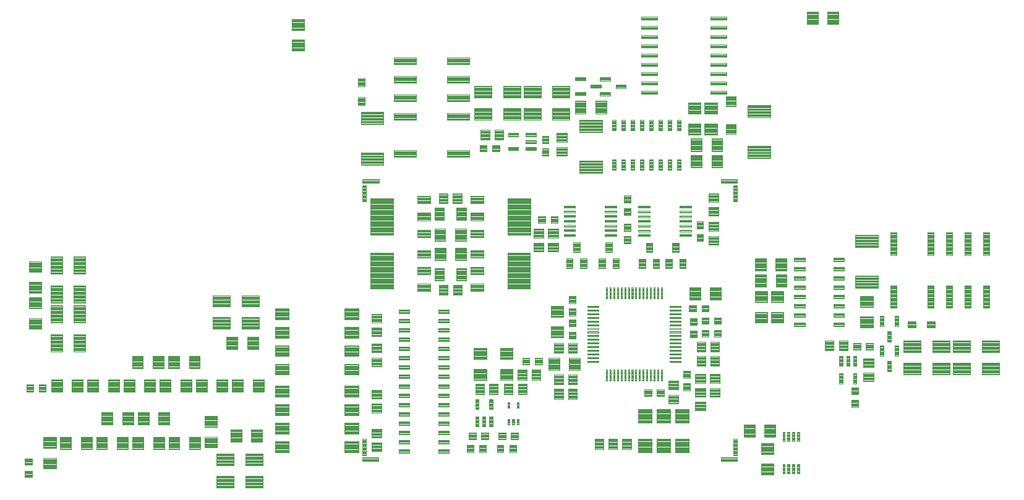
<source format=gtp>
G75*
%MOIN*%
%OFA0B0*%
%FSLAX25Y25*%
%IPPOS*%
%LPD*%
%AMOC8*
5,1,8,0,0,1.08239X$1,22.5*
%
%ADD10C,0.00378*%
%ADD11C,0.00409*%
%ADD12C,0.00394*%
%ADD13C,0.00405*%
%ADD14C,0.00375*%
%ADD15C,0.00406*%
%ADD16C,0.00396*%
%ADD17C,0.00425*%
%ADD18C,0.00402*%
%ADD19C,0.00386*%
%ADD20C,0.00408*%
%ADD21C,0.00402*%
%ADD22C,0.00374*%
D10*
X0052039Y0039773D02*
X0052039Y0045693D01*
X0058759Y0045693D01*
X0058759Y0039773D01*
X0052039Y0039773D01*
X0052039Y0040150D02*
X0058759Y0040150D01*
X0058759Y0040527D02*
X0052039Y0040527D01*
X0052039Y0040904D02*
X0058759Y0040904D01*
X0058759Y0041281D02*
X0052039Y0041281D01*
X0052039Y0041658D02*
X0058759Y0041658D01*
X0058759Y0042035D02*
X0052039Y0042035D01*
X0052039Y0042412D02*
X0058759Y0042412D01*
X0058759Y0042789D02*
X0052039Y0042789D01*
X0052039Y0043166D02*
X0058759Y0043166D01*
X0058759Y0043543D02*
X0052039Y0043543D01*
X0052039Y0043920D02*
X0058759Y0043920D01*
X0058759Y0044297D02*
X0052039Y0044297D01*
X0052039Y0044674D02*
X0058759Y0044674D01*
X0058759Y0045051D02*
X0052039Y0045051D01*
X0052039Y0045428D02*
X0058759Y0045428D01*
X0052039Y0050970D02*
X0052039Y0056890D01*
X0058759Y0056890D01*
X0058759Y0050970D01*
X0052039Y0050970D01*
X0052039Y0051347D02*
X0058759Y0051347D01*
X0058759Y0051724D02*
X0052039Y0051724D01*
X0052039Y0052101D02*
X0058759Y0052101D01*
X0058759Y0052478D02*
X0052039Y0052478D01*
X0052039Y0052855D02*
X0058759Y0052855D01*
X0058759Y0053232D02*
X0052039Y0053232D01*
X0052039Y0053609D02*
X0058759Y0053609D01*
X0058759Y0053986D02*
X0052039Y0053986D01*
X0052039Y0054363D02*
X0058759Y0054363D01*
X0058759Y0054740D02*
X0052039Y0054740D01*
X0052039Y0055117D02*
X0058759Y0055117D01*
X0058759Y0055494D02*
X0052039Y0055494D01*
X0052039Y0055871D02*
X0058759Y0055871D01*
X0058759Y0056248D02*
X0052039Y0056248D01*
X0052039Y0056625D02*
X0058759Y0056625D01*
X0060940Y0057041D02*
X0066860Y0057041D01*
X0066860Y0050321D01*
X0060940Y0050321D01*
X0060940Y0057041D01*
X0060940Y0050698D02*
X0066860Y0050698D01*
X0066860Y0051075D02*
X0060940Y0051075D01*
X0060940Y0051452D02*
X0066860Y0051452D01*
X0066860Y0051829D02*
X0060940Y0051829D01*
X0060940Y0052206D02*
X0066860Y0052206D01*
X0066860Y0052583D02*
X0060940Y0052583D01*
X0060940Y0052960D02*
X0066860Y0052960D01*
X0066860Y0053337D02*
X0060940Y0053337D01*
X0060940Y0053714D02*
X0066860Y0053714D01*
X0066860Y0054091D02*
X0060940Y0054091D01*
X0060940Y0054468D02*
X0066860Y0054468D01*
X0066860Y0054845D02*
X0060940Y0054845D01*
X0060940Y0055222D02*
X0066860Y0055222D01*
X0066860Y0055599D02*
X0060940Y0055599D01*
X0060940Y0055976D02*
X0066860Y0055976D01*
X0066860Y0056353D02*
X0060940Y0056353D01*
X0060940Y0056730D02*
X0066860Y0056730D01*
X0072137Y0057041D02*
X0078057Y0057041D01*
X0078057Y0050321D01*
X0072137Y0050321D01*
X0072137Y0057041D01*
X0072137Y0050698D02*
X0078057Y0050698D01*
X0078057Y0051075D02*
X0072137Y0051075D01*
X0072137Y0051452D02*
X0078057Y0051452D01*
X0078057Y0051829D02*
X0072137Y0051829D01*
X0072137Y0052206D02*
X0078057Y0052206D01*
X0078057Y0052583D02*
X0072137Y0052583D01*
X0072137Y0052960D02*
X0078057Y0052960D01*
X0078057Y0053337D02*
X0072137Y0053337D01*
X0072137Y0053714D02*
X0078057Y0053714D01*
X0078057Y0054091D02*
X0072137Y0054091D01*
X0072137Y0054468D02*
X0078057Y0054468D01*
X0078057Y0054845D02*
X0072137Y0054845D01*
X0072137Y0055222D02*
X0078057Y0055222D01*
X0078057Y0055599D02*
X0072137Y0055599D01*
X0072137Y0055976D02*
X0078057Y0055976D01*
X0078057Y0056353D02*
X0072137Y0056353D01*
X0072137Y0056730D02*
X0078057Y0056730D01*
X0080440Y0057041D02*
X0086360Y0057041D01*
X0086360Y0050321D01*
X0080440Y0050321D01*
X0080440Y0057041D01*
X0080440Y0050698D02*
X0086360Y0050698D01*
X0086360Y0051075D02*
X0080440Y0051075D01*
X0080440Y0051452D02*
X0086360Y0051452D01*
X0086360Y0051829D02*
X0080440Y0051829D01*
X0080440Y0052206D02*
X0086360Y0052206D01*
X0086360Y0052583D02*
X0080440Y0052583D01*
X0080440Y0052960D02*
X0086360Y0052960D01*
X0086360Y0053337D02*
X0080440Y0053337D01*
X0080440Y0053714D02*
X0086360Y0053714D01*
X0086360Y0054091D02*
X0080440Y0054091D01*
X0080440Y0054468D02*
X0086360Y0054468D01*
X0086360Y0054845D02*
X0080440Y0054845D01*
X0080440Y0055222D02*
X0086360Y0055222D01*
X0086360Y0055599D02*
X0080440Y0055599D01*
X0080440Y0055976D02*
X0086360Y0055976D01*
X0086360Y0056353D02*
X0080440Y0056353D01*
X0080440Y0056730D02*
X0086360Y0056730D01*
X0091637Y0057041D02*
X0097557Y0057041D01*
X0097557Y0050321D01*
X0091637Y0050321D01*
X0091637Y0057041D01*
X0091637Y0050698D02*
X0097557Y0050698D01*
X0097557Y0051075D02*
X0091637Y0051075D01*
X0091637Y0051452D02*
X0097557Y0051452D01*
X0097557Y0051829D02*
X0091637Y0051829D01*
X0091637Y0052206D02*
X0097557Y0052206D01*
X0097557Y0052583D02*
X0091637Y0052583D01*
X0091637Y0052960D02*
X0097557Y0052960D01*
X0097557Y0053337D02*
X0091637Y0053337D01*
X0091637Y0053714D02*
X0097557Y0053714D01*
X0097557Y0054091D02*
X0091637Y0054091D01*
X0091637Y0054468D02*
X0097557Y0054468D01*
X0097557Y0054845D02*
X0091637Y0054845D01*
X0091637Y0055222D02*
X0097557Y0055222D01*
X0097557Y0055599D02*
X0091637Y0055599D01*
X0091637Y0055976D02*
X0097557Y0055976D01*
X0097557Y0056353D02*
X0091637Y0056353D01*
X0091637Y0056730D02*
X0097557Y0056730D01*
X0099940Y0057041D02*
X0105860Y0057041D01*
X0105860Y0050321D01*
X0099940Y0050321D01*
X0099940Y0057041D01*
X0099940Y0050698D02*
X0105860Y0050698D01*
X0105860Y0051075D02*
X0099940Y0051075D01*
X0099940Y0051452D02*
X0105860Y0051452D01*
X0105860Y0051829D02*
X0099940Y0051829D01*
X0099940Y0052206D02*
X0105860Y0052206D01*
X0105860Y0052583D02*
X0099940Y0052583D01*
X0099940Y0052960D02*
X0105860Y0052960D01*
X0105860Y0053337D02*
X0099940Y0053337D01*
X0099940Y0053714D02*
X0105860Y0053714D01*
X0105860Y0054091D02*
X0099940Y0054091D01*
X0099940Y0054468D02*
X0105860Y0054468D01*
X0105860Y0054845D02*
X0099940Y0054845D01*
X0099940Y0055222D02*
X0105860Y0055222D01*
X0105860Y0055599D02*
X0099940Y0055599D01*
X0099940Y0055976D02*
X0105860Y0055976D01*
X0105860Y0056353D02*
X0099940Y0056353D01*
X0099940Y0056730D02*
X0105860Y0056730D01*
X0111137Y0057041D02*
X0117057Y0057041D01*
X0117057Y0050321D01*
X0111137Y0050321D01*
X0111137Y0057041D01*
X0111137Y0050698D02*
X0117057Y0050698D01*
X0117057Y0051075D02*
X0111137Y0051075D01*
X0111137Y0051452D02*
X0117057Y0051452D01*
X0117057Y0051829D02*
X0111137Y0051829D01*
X0111137Y0052206D02*
X0117057Y0052206D01*
X0117057Y0052583D02*
X0111137Y0052583D01*
X0111137Y0052960D02*
X0117057Y0052960D01*
X0117057Y0053337D02*
X0111137Y0053337D01*
X0111137Y0053714D02*
X0117057Y0053714D01*
X0117057Y0054091D02*
X0111137Y0054091D01*
X0111137Y0054468D02*
X0117057Y0054468D01*
X0117057Y0054845D02*
X0111137Y0054845D01*
X0111137Y0055222D02*
X0117057Y0055222D01*
X0117057Y0055599D02*
X0111137Y0055599D01*
X0111137Y0055976D02*
X0117057Y0055976D01*
X0117057Y0056353D02*
X0111137Y0056353D01*
X0111137Y0056730D02*
X0117057Y0056730D01*
X0119440Y0057041D02*
X0125360Y0057041D01*
X0125360Y0050321D01*
X0119440Y0050321D01*
X0119440Y0057041D01*
X0119440Y0050698D02*
X0125360Y0050698D01*
X0125360Y0051075D02*
X0119440Y0051075D01*
X0119440Y0051452D02*
X0125360Y0051452D01*
X0125360Y0051829D02*
X0119440Y0051829D01*
X0119440Y0052206D02*
X0125360Y0052206D01*
X0125360Y0052583D02*
X0119440Y0052583D01*
X0119440Y0052960D02*
X0125360Y0052960D01*
X0125360Y0053337D02*
X0119440Y0053337D01*
X0119440Y0053714D02*
X0125360Y0053714D01*
X0125360Y0054091D02*
X0119440Y0054091D01*
X0119440Y0054468D02*
X0125360Y0054468D01*
X0125360Y0054845D02*
X0119440Y0054845D01*
X0119440Y0055222D02*
X0125360Y0055222D01*
X0125360Y0055599D02*
X0119440Y0055599D01*
X0119440Y0055976D02*
X0125360Y0055976D01*
X0125360Y0056353D02*
X0119440Y0056353D01*
X0119440Y0056730D02*
X0125360Y0056730D01*
X0130637Y0057041D02*
X0136557Y0057041D01*
X0136557Y0050321D01*
X0130637Y0050321D01*
X0130637Y0057041D01*
X0130637Y0050698D02*
X0136557Y0050698D01*
X0136557Y0051075D02*
X0130637Y0051075D01*
X0130637Y0051452D02*
X0136557Y0051452D01*
X0136557Y0051829D02*
X0130637Y0051829D01*
X0130637Y0052206D02*
X0136557Y0052206D01*
X0136557Y0052583D02*
X0130637Y0052583D01*
X0130637Y0052960D02*
X0136557Y0052960D01*
X0136557Y0053337D02*
X0130637Y0053337D01*
X0130637Y0053714D02*
X0136557Y0053714D01*
X0136557Y0054091D02*
X0130637Y0054091D01*
X0130637Y0054468D02*
X0136557Y0054468D01*
X0136557Y0054845D02*
X0130637Y0054845D01*
X0130637Y0055222D02*
X0136557Y0055222D01*
X0136557Y0055599D02*
X0130637Y0055599D01*
X0130637Y0055976D02*
X0136557Y0055976D01*
X0136557Y0056353D02*
X0130637Y0056353D01*
X0130637Y0056730D02*
X0136557Y0056730D01*
X0138739Y0057043D02*
X0138739Y0051123D01*
X0138739Y0057043D02*
X0145459Y0057043D01*
X0145459Y0051123D01*
X0138739Y0051123D01*
X0138739Y0051500D02*
X0145459Y0051500D01*
X0145459Y0051877D02*
X0138739Y0051877D01*
X0138739Y0052254D02*
X0145459Y0052254D01*
X0145459Y0052631D02*
X0138739Y0052631D01*
X0138739Y0053008D02*
X0145459Y0053008D01*
X0145459Y0053385D02*
X0138739Y0053385D01*
X0138739Y0053762D02*
X0145459Y0053762D01*
X0145459Y0054139D02*
X0138739Y0054139D01*
X0138739Y0054516D02*
X0145459Y0054516D01*
X0145459Y0054893D02*
X0138739Y0054893D01*
X0138739Y0055270D02*
X0145459Y0055270D01*
X0145459Y0055647D02*
X0138739Y0055647D01*
X0138739Y0056024D02*
X0145459Y0056024D01*
X0145459Y0056401D02*
X0138739Y0056401D01*
X0138739Y0056778D02*
X0145459Y0056778D01*
X0152840Y0060841D02*
X0158760Y0060841D01*
X0158760Y0054121D01*
X0152840Y0054121D01*
X0152840Y0060841D01*
X0152840Y0054498D02*
X0158760Y0054498D01*
X0158760Y0054875D02*
X0152840Y0054875D01*
X0152840Y0055252D02*
X0158760Y0055252D01*
X0158760Y0055629D02*
X0152840Y0055629D01*
X0152840Y0056006D02*
X0158760Y0056006D01*
X0158760Y0056383D02*
X0152840Y0056383D01*
X0152840Y0056760D02*
X0158760Y0056760D01*
X0158760Y0057137D02*
X0152840Y0057137D01*
X0152840Y0057514D02*
X0158760Y0057514D01*
X0158760Y0057891D02*
X0152840Y0057891D01*
X0152840Y0058268D02*
X0158760Y0058268D01*
X0158760Y0058645D02*
X0152840Y0058645D01*
X0152840Y0059022D02*
X0158760Y0059022D01*
X0158760Y0059399D02*
X0152840Y0059399D01*
X0152840Y0059776D02*
X0158760Y0059776D01*
X0158760Y0060153D02*
X0152840Y0060153D01*
X0152840Y0060530D02*
X0158760Y0060530D01*
X0164037Y0060841D02*
X0169957Y0060841D01*
X0169957Y0054121D01*
X0164037Y0054121D01*
X0164037Y0060841D01*
X0164037Y0054498D02*
X0169957Y0054498D01*
X0169957Y0054875D02*
X0164037Y0054875D01*
X0164037Y0055252D02*
X0169957Y0055252D01*
X0169957Y0055629D02*
X0164037Y0055629D01*
X0164037Y0056006D02*
X0169957Y0056006D01*
X0169957Y0056383D02*
X0164037Y0056383D01*
X0164037Y0056760D02*
X0169957Y0056760D01*
X0169957Y0057137D02*
X0164037Y0057137D01*
X0164037Y0057514D02*
X0169957Y0057514D01*
X0169957Y0057891D02*
X0164037Y0057891D01*
X0164037Y0058268D02*
X0169957Y0058268D01*
X0169957Y0058645D02*
X0164037Y0058645D01*
X0164037Y0059022D02*
X0169957Y0059022D01*
X0169957Y0059399D02*
X0164037Y0059399D01*
X0164037Y0059776D02*
X0169957Y0059776D01*
X0169957Y0060153D02*
X0164037Y0060153D01*
X0164037Y0060530D02*
X0169957Y0060530D01*
X0176721Y0058521D02*
X0176721Y0064441D01*
X0184217Y0064441D01*
X0184217Y0058521D01*
X0176721Y0058521D01*
X0176721Y0058898D02*
X0184217Y0058898D01*
X0184217Y0059275D02*
X0176721Y0059275D01*
X0176721Y0059652D02*
X0184217Y0059652D01*
X0184217Y0060029D02*
X0176721Y0060029D01*
X0176721Y0060406D02*
X0184217Y0060406D01*
X0184217Y0060783D02*
X0176721Y0060783D01*
X0176721Y0061160D02*
X0184217Y0061160D01*
X0184217Y0061537D02*
X0176721Y0061537D01*
X0176721Y0061914D02*
X0184217Y0061914D01*
X0184217Y0062291D02*
X0176721Y0062291D01*
X0176721Y0062668D02*
X0184217Y0062668D01*
X0184217Y0063045D02*
X0176721Y0063045D01*
X0176721Y0063422D02*
X0184217Y0063422D01*
X0184217Y0063799D02*
X0176721Y0063799D01*
X0176721Y0064176D02*
X0184217Y0064176D01*
X0176721Y0068521D02*
X0176721Y0074441D01*
X0184217Y0074441D01*
X0184217Y0068521D01*
X0176721Y0068521D01*
X0176721Y0068898D02*
X0184217Y0068898D01*
X0184217Y0069275D02*
X0176721Y0069275D01*
X0176721Y0069652D02*
X0184217Y0069652D01*
X0184217Y0070029D02*
X0176721Y0070029D01*
X0176721Y0070406D02*
X0184217Y0070406D01*
X0184217Y0070783D02*
X0176721Y0070783D01*
X0176721Y0071160D02*
X0184217Y0071160D01*
X0184217Y0071537D02*
X0176721Y0071537D01*
X0176721Y0071914D02*
X0184217Y0071914D01*
X0184217Y0072291D02*
X0176721Y0072291D01*
X0176721Y0072668D02*
X0184217Y0072668D01*
X0184217Y0073045D02*
X0176721Y0073045D01*
X0176721Y0073422D02*
X0184217Y0073422D01*
X0184217Y0073799D02*
X0176721Y0073799D01*
X0176721Y0074176D02*
X0184217Y0074176D01*
X0176721Y0078521D02*
X0176721Y0084441D01*
X0184217Y0084441D01*
X0184217Y0078521D01*
X0176721Y0078521D01*
X0176721Y0078898D02*
X0184217Y0078898D01*
X0184217Y0079275D02*
X0176721Y0079275D01*
X0176721Y0079652D02*
X0184217Y0079652D01*
X0184217Y0080029D02*
X0176721Y0080029D01*
X0176721Y0080406D02*
X0184217Y0080406D01*
X0184217Y0080783D02*
X0176721Y0080783D01*
X0176721Y0081160D02*
X0184217Y0081160D01*
X0184217Y0081537D02*
X0176721Y0081537D01*
X0176721Y0081914D02*
X0184217Y0081914D01*
X0184217Y0082291D02*
X0176721Y0082291D01*
X0176721Y0082668D02*
X0184217Y0082668D01*
X0184217Y0083045D02*
X0176721Y0083045D01*
X0176721Y0083422D02*
X0184217Y0083422D01*
X0184217Y0083799D02*
X0176721Y0083799D01*
X0176721Y0084176D02*
X0184217Y0084176D01*
X0170757Y0087791D02*
X0164837Y0087791D01*
X0170757Y0087791D02*
X0170757Y0081071D01*
X0164837Y0081071D01*
X0164837Y0087791D01*
X0164837Y0081448D02*
X0170757Y0081448D01*
X0170757Y0081825D02*
X0164837Y0081825D01*
X0164837Y0082202D02*
X0170757Y0082202D01*
X0170757Y0082579D02*
X0164837Y0082579D01*
X0164837Y0082956D02*
X0170757Y0082956D01*
X0170757Y0083333D02*
X0164837Y0083333D01*
X0164837Y0083710D02*
X0170757Y0083710D01*
X0170757Y0084087D02*
X0164837Y0084087D01*
X0164837Y0084464D02*
X0170757Y0084464D01*
X0170757Y0084841D02*
X0164837Y0084841D01*
X0164837Y0085218D02*
X0170757Y0085218D01*
X0170757Y0085595D02*
X0164837Y0085595D01*
X0164837Y0085972D02*
X0170757Y0085972D01*
X0170757Y0086349D02*
X0164837Y0086349D01*
X0164837Y0086726D02*
X0170757Y0086726D01*
X0170757Y0087103D02*
X0164837Y0087103D01*
X0164837Y0087480D02*
X0170757Y0087480D01*
X0176721Y0090471D02*
X0176721Y0096391D01*
X0184217Y0096391D01*
X0184217Y0090471D01*
X0176721Y0090471D01*
X0176721Y0090848D02*
X0184217Y0090848D01*
X0184217Y0091225D02*
X0176721Y0091225D01*
X0176721Y0091602D02*
X0184217Y0091602D01*
X0184217Y0091979D02*
X0176721Y0091979D01*
X0176721Y0092356D02*
X0184217Y0092356D01*
X0184217Y0092733D02*
X0176721Y0092733D01*
X0176721Y0093110D02*
X0184217Y0093110D01*
X0184217Y0093487D02*
X0176721Y0093487D01*
X0176721Y0093864D02*
X0184217Y0093864D01*
X0184217Y0094241D02*
X0176721Y0094241D01*
X0176721Y0094618D02*
X0184217Y0094618D01*
X0184217Y0094995D02*
X0176721Y0094995D01*
X0176721Y0095372D02*
X0184217Y0095372D01*
X0184217Y0095749D02*
X0176721Y0095749D01*
X0176721Y0096126D02*
X0184217Y0096126D01*
X0176721Y0100471D02*
X0176721Y0106391D01*
X0184217Y0106391D01*
X0184217Y0100471D01*
X0176721Y0100471D01*
X0176721Y0100848D02*
X0184217Y0100848D01*
X0184217Y0101225D02*
X0176721Y0101225D01*
X0176721Y0101602D02*
X0184217Y0101602D01*
X0184217Y0101979D02*
X0176721Y0101979D01*
X0176721Y0102356D02*
X0184217Y0102356D01*
X0184217Y0102733D02*
X0176721Y0102733D01*
X0176721Y0103110D02*
X0184217Y0103110D01*
X0184217Y0103487D02*
X0176721Y0103487D01*
X0176721Y0103864D02*
X0184217Y0103864D01*
X0184217Y0104241D02*
X0176721Y0104241D01*
X0176721Y0104618D02*
X0184217Y0104618D01*
X0184217Y0104995D02*
X0176721Y0104995D01*
X0176721Y0105372D02*
X0184217Y0105372D01*
X0184217Y0105749D02*
X0176721Y0105749D01*
X0176721Y0106126D02*
X0184217Y0106126D01*
X0176721Y0110221D02*
X0176721Y0116141D01*
X0184217Y0116141D01*
X0184217Y0110221D01*
X0176721Y0110221D01*
X0176721Y0110598D02*
X0184217Y0110598D01*
X0184217Y0110975D02*
X0176721Y0110975D01*
X0176721Y0111352D02*
X0184217Y0111352D01*
X0184217Y0111729D02*
X0176721Y0111729D01*
X0176721Y0112106D02*
X0184217Y0112106D01*
X0184217Y0112483D02*
X0176721Y0112483D01*
X0176721Y0112860D02*
X0184217Y0112860D01*
X0184217Y0113237D02*
X0176721Y0113237D01*
X0176721Y0113614D02*
X0184217Y0113614D01*
X0184217Y0113991D02*
X0176721Y0113991D01*
X0176721Y0114368D02*
X0184217Y0114368D01*
X0184217Y0114745D02*
X0176721Y0114745D01*
X0176721Y0115122D02*
X0184217Y0115122D01*
X0184217Y0115499D02*
X0176721Y0115499D01*
X0176721Y0115876D02*
X0184217Y0115876D01*
X0176721Y0120221D02*
X0176721Y0126141D01*
X0184217Y0126141D01*
X0184217Y0120221D01*
X0176721Y0120221D01*
X0176721Y0120598D02*
X0184217Y0120598D01*
X0184217Y0120975D02*
X0176721Y0120975D01*
X0176721Y0121352D02*
X0184217Y0121352D01*
X0184217Y0121729D02*
X0176721Y0121729D01*
X0176721Y0122106D02*
X0184217Y0122106D01*
X0184217Y0122483D02*
X0176721Y0122483D01*
X0176721Y0122860D02*
X0184217Y0122860D01*
X0184217Y0123237D02*
X0176721Y0123237D01*
X0176721Y0123614D02*
X0184217Y0123614D01*
X0184217Y0123991D02*
X0176721Y0123991D01*
X0176721Y0124368D02*
X0184217Y0124368D01*
X0184217Y0124745D02*
X0176721Y0124745D01*
X0176721Y0125122D02*
X0184217Y0125122D01*
X0184217Y0125499D02*
X0176721Y0125499D01*
X0176721Y0125876D02*
X0184217Y0125876D01*
X0221776Y0126141D02*
X0221776Y0120221D01*
X0214280Y0120221D01*
X0214280Y0126141D01*
X0221776Y0126141D01*
X0221776Y0120598D02*
X0214280Y0120598D01*
X0214280Y0120975D02*
X0221776Y0120975D01*
X0221776Y0121352D02*
X0214280Y0121352D01*
X0214280Y0121729D02*
X0221776Y0121729D01*
X0221776Y0122106D02*
X0214280Y0122106D01*
X0214280Y0122483D02*
X0221776Y0122483D01*
X0221776Y0122860D02*
X0214280Y0122860D01*
X0214280Y0123237D02*
X0221776Y0123237D01*
X0221776Y0123614D02*
X0214280Y0123614D01*
X0214280Y0123991D02*
X0221776Y0123991D01*
X0221776Y0124368D02*
X0214280Y0124368D01*
X0214280Y0124745D02*
X0221776Y0124745D01*
X0221776Y0125122D02*
X0214280Y0125122D01*
X0214280Y0125499D02*
X0221776Y0125499D01*
X0221776Y0125876D02*
X0214280Y0125876D01*
X0221776Y0116141D02*
X0221776Y0110221D01*
X0214280Y0110221D01*
X0214280Y0116141D01*
X0221776Y0116141D01*
X0221776Y0110598D02*
X0214280Y0110598D01*
X0214280Y0110975D02*
X0221776Y0110975D01*
X0221776Y0111352D02*
X0214280Y0111352D01*
X0214280Y0111729D02*
X0221776Y0111729D01*
X0221776Y0112106D02*
X0214280Y0112106D01*
X0214280Y0112483D02*
X0221776Y0112483D01*
X0221776Y0112860D02*
X0214280Y0112860D01*
X0214280Y0113237D02*
X0221776Y0113237D01*
X0221776Y0113614D02*
X0214280Y0113614D01*
X0214280Y0113991D02*
X0221776Y0113991D01*
X0221776Y0114368D02*
X0214280Y0114368D01*
X0214280Y0114745D02*
X0221776Y0114745D01*
X0221776Y0115122D02*
X0214280Y0115122D01*
X0214280Y0115499D02*
X0221776Y0115499D01*
X0221776Y0115876D02*
X0214280Y0115876D01*
X0221776Y0106391D02*
X0221776Y0100471D01*
X0214280Y0100471D01*
X0214280Y0106391D01*
X0221776Y0106391D01*
X0221776Y0100848D02*
X0214280Y0100848D01*
X0214280Y0101225D02*
X0221776Y0101225D01*
X0221776Y0101602D02*
X0214280Y0101602D01*
X0214280Y0101979D02*
X0221776Y0101979D01*
X0221776Y0102356D02*
X0214280Y0102356D01*
X0214280Y0102733D02*
X0221776Y0102733D01*
X0221776Y0103110D02*
X0214280Y0103110D01*
X0214280Y0103487D02*
X0221776Y0103487D01*
X0221776Y0103864D02*
X0214280Y0103864D01*
X0214280Y0104241D02*
X0221776Y0104241D01*
X0221776Y0104618D02*
X0214280Y0104618D01*
X0214280Y0104995D02*
X0221776Y0104995D01*
X0221776Y0105372D02*
X0214280Y0105372D01*
X0214280Y0105749D02*
X0221776Y0105749D01*
X0221776Y0106126D02*
X0214280Y0106126D01*
X0221776Y0096391D02*
X0221776Y0090471D01*
X0214280Y0090471D01*
X0214280Y0096391D01*
X0221776Y0096391D01*
X0221776Y0090848D02*
X0214280Y0090848D01*
X0214280Y0091225D02*
X0221776Y0091225D01*
X0221776Y0091602D02*
X0214280Y0091602D01*
X0214280Y0091979D02*
X0221776Y0091979D01*
X0221776Y0092356D02*
X0214280Y0092356D01*
X0214280Y0092733D02*
X0221776Y0092733D01*
X0221776Y0093110D02*
X0214280Y0093110D01*
X0214280Y0093487D02*
X0221776Y0093487D01*
X0221776Y0093864D02*
X0214280Y0093864D01*
X0214280Y0094241D02*
X0221776Y0094241D01*
X0221776Y0094618D02*
X0214280Y0094618D01*
X0214280Y0094995D02*
X0221776Y0094995D01*
X0221776Y0095372D02*
X0214280Y0095372D01*
X0214280Y0095749D02*
X0221776Y0095749D01*
X0221776Y0096126D02*
X0214280Y0096126D01*
X0221776Y0084441D02*
X0221776Y0078521D01*
X0214280Y0078521D01*
X0214280Y0084441D01*
X0221776Y0084441D01*
X0221776Y0078898D02*
X0214280Y0078898D01*
X0214280Y0079275D02*
X0221776Y0079275D01*
X0221776Y0079652D02*
X0214280Y0079652D01*
X0214280Y0080029D02*
X0221776Y0080029D01*
X0221776Y0080406D02*
X0214280Y0080406D01*
X0214280Y0080783D02*
X0221776Y0080783D01*
X0221776Y0081160D02*
X0214280Y0081160D01*
X0214280Y0081537D02*
X0221776Y0081537D01*
X0221776Y0081914D02*
X0214280Y0081914D01*
X0214280Y0082291D02*
X0221776Y0082291D01*
X0221776Y0082668D02*
X0214280Y0082668D01*
X0214280Y0083045D02*
X0221776Y0083045D01*
X0221776Y0083422D02*
X0214280Y0083422D01*
X0214280Y0083799D02*
X0221776Y0083799D01*
X0221776Y0084176D02*
X0214280Y0084176D01*
X0221776Y0074441D02*
X0221776Y0068521D01*
X0214280Y0068521D01*
X0214280Y0074441D01*
X0221776Y0074441D01*
X0221776Y0068898D02*
X0214280Y0068898D01*
X0214280Y0069275D02*
X0221776Y0069275D01*
X0221776Y0069652D02*
X0214280Y0069652D01*
X0214280Y0070029D02*
X0221776Y0070029D01*
X0221776Y0070406D02*
X0214280Y0070406D01*
X0214280Y0070783D02*
X0221776Y0070783D01*
X0221776Y0071160D02*
X0214280Y0071160D01*
X0214280Y0071537D02*
X0221776Y0071537D01*
X0221776Y0071914D02*
X0214280Y0071914D01*
X0214280Y0072291D02*
X0221776Y0072291D01*
X0221776Y0072668D02*
X0214280Y0072668D01*
X0214280Y0073045D02*
X0221776Y0073045D01*
X0221776Y0073422D02*
X0214280Y0073422D01*
X0214280Y0073799D02*
X0221776Y0073799D01*
X0221776Y0074176D02*
X0214280Y0074176D01*
X0221776Y0064441D02*
X0221776Y0058521D01*
X0214280Y0058521D01*
X0214280Y0064441D01*
X0221776Y0064441D01*
X0221776Y0058898D02*
X0214280Y0058898D01*
X0214280Y0059275D02*
X0221776Y0059275D01*
X0221776Y0059652D02*
X0214280Y0059652D01*
X0214280Y0060029D02*
X0221776Y0060029D01*
X0221776Y0060406D02*
X0214280Y0060406D01*
X0214280Y0060783D02*
X0221776Y0060783D01*
X0221776Y0061160D02*
X0214280Y0061160D01*
X0214280Y0061537D02*
X0221776Y0061537D01*
X0221776Y0061914D02*
X0214280Y0061914D01*
X0214280Y0062291D02*
X0221776Y0062291D01*
X0221776Y0062668D02*
X0214280Y0062668D01*
X0214280Y0063045D02*
X0221776Y0063045D01*
X0221776Y0063422D02*
X0214280Y0063422D01*
X0214280Y0063799D02*
X0221776Y0063799D01*
X0221776Y0064176D02*
X0214280Y0064176D01*
X0221776Y0054441D02*
X0221776Y0048521D01*
X0214280Y0048521D01*
X0214280Y0054441D01*
X0221776Y0054441D01*
X0221776Y0048898D02*
X0214280Y0048898D01*
X0214280Y0049275D02*
X0221776Y0049275D01*
X0221776Y0049652D02*
X0214280Y0049652D01*
X0214280Y0050029D02*
X0221776Y0050029D01*
X0221776Y0050406D02*
X0214280Y0050406D01*
X0214280Y0050783D02*
X0221776Y0050783D01*
X0221776Y0051160D02*
X0214280Y0051160D01*
X0214280Y0051537D02*
X0221776Y0051537D01*
X0221776Y0051914D02*
X0214280Y0051914D01*
X0214280Y0052291D02*
X0221776Y0052291D01*
X0221776Y0052668D02*
X0214280Y0052668D01*
X0214280Y0053045D02*
X0221776Y0053045D01*
X0221776Y0053422D02*
X0214280Y0053422D01*
X0214280Y0053799D02*
X0221776Y0053799D01*
X0221776Y0054176D02*
X0214280Y0054176D01*
X0176721Y0054441D02*
X0176721Y0048521D01*
X0176721Y0054441D02*
X0184217Y0054441D01*
X0184217Y0048521D01*
X0176721Y0048521D01*
X0176721Y0048898D02*
X0184217Y0048898D01*
X0184217Y0049275D02*
X0176721Y0049275D01*
X0176721Y0049652D02*
X0184217Y0049652D01*
X0184217Y0050029D02*
X0176721Y0050029D01*
X0176721Y0050406D02*
X0184217Y0050406D01*
X0184217Y0050783D02*
X0176721Y0050783D01*
X0176721Y0051160D02*
X0184217Y0051160D01*
X0184217Y0051537D02*
X0176721Y0051537D01*
X0176721Y0051914D02*
X0184217Y0051914D01*
X0184217Y0052291D02*
X0176721Y0052291D01*
X0176721Y0052668D02*
X0184217Y0052668D01*
X0184217Y0053045D02*
X0176721Y0053045D01*
X0176721Y0053422D02*
X0184217Y0053422D01*
X0184217Y0053799D02*
X0176721Y0053799D01*
X0176721Y0054176D02*
X0184217Y0054176D01*
X0138739Y0062320D02*
X0138739Y0068240D01*
X0145459Y0068240D01*
X0145459Y0062320D01*
X0138739Y0062320D01*
X0138739Y0062697D02*
X0145459Y0062697D01*
X0145459Y0063074D02*
X0138739Y0063074D01*
X0138739Y0063451D02*
X0145459Y0063451D01*
X0145459Y0063828D02*
X0138739Y0063828D01*
X0138739Y0064205D02*
X0145459Y0064205D01*
X0145459Y0064582D02*
X0138739Y0064582D01*
X0138739Y0064959D02*
X0145459Y0064959D01*
X0145459Y0065336D02*
X0138739Y0065336D01*
X0138739Y0065713D02*
X0145459Y0065713D01*
X0145459Y0066090D02*
X0138739Y0066090D01*
X0138739Y0066467D02*
X0145459Y0066467D01*
X0145459Y0066844D02*
X0138739Y0066844D01*
X0138739Y0067221D02*
X0145459Y0067221D01*
X0145459Y0067598D02*
X0138739Y0067598D01*
X0138739Y0067975D02*
X0145459Y0067975D01*
X0119957Y0070241D02*
X0114037Y0070241D01*
X0119957Y0070241D02*
X0119957Y0063521D01*
X0114037Y0063521D01*
X0114037Y0070241D01*
X0114037Y0063898D02*
X0119957Y0063898D01*
X0119957Y0064275D02*
X0114037Y0064275D01*
X0114037Y0064652D02*
X0119957Y0064652D01*
X0119957Y0065029D02*
X0114037Y0065029D01*
X0114037Y0065406D02*
X0119957Y0065406D01*
X0119957Y0065783D02*
X0114037Y0065783D01*
X0114037Y0066160D02*
X0119957Y0066160D01*
X0119957Y0066537D02*
X0114037Y0066537D01*
X0114037Y0066914D02*
X0119957Y0066914D01*
X0119957Y0067291D02*
X0114037Y0067291D01*
X0114037Y0067668D02*
X0119957Y0067668D01*
X0119957Y0068045D02*
X0114037Y0068045D01*
X0114037Y0068422D02*
X0119957Y0068422D01*
X0119957Y0068799D02*
X0114037Y0068799D01*
X0114037Y0069176D02*
X0119957Y0069176D01*
X0119957Y0069553D02*
X0114037Y0069553D01*
X0114037Y0069930D02*
X0119957Y0069930D01*
X0108760Y0070241D02*
X0102840Y0070241D01*
X0108760Y0070241D02*
X0108760Y0063521D01*
X0102840Y0063521D01*
X0102840Y0070241D01*
X0102840Y0063898D02*
X0108760Y0063898D01*
X0108760Y0064275D02*
X0102840Y0064275D01*
X0102840Y0064652D02*
X0108760Y0064652D01*
X0108760Y0065029D02*
X0102840Y0065029D01*
X0102840Y0065406D02*
X0108760Y0065406D01*
X0108760Y0065783D02*
X0102840Y0065783D01*
X0102840Y0066160D02*
X0108760Y0066160D01*
X0108760Y0066537D02*
X0102840Y0066537D01*
X0102840Y0066914D02*
X0108760Y0066914D01*
X0108760Y0067291D02*
X0102840Y0067291D01*
X0102840Y0067668D02*
X0108760Y0067668D01*
X0108760Y0068045D02*
X0102840Y0068045D01*
X0102840Y0068422D02*
X0108760Y0068422D01*
X0108760Y0068799D02*
X0102840Y0068799D01*
X0102840Y0069176D02*
X0108760Y0069176D01*
X0108760Y0069553D02*
X0102840Y0069553D01*
X0102840Y0069930D02*
X0108760Y0069930D01*
X0100457Y0070241D02*
X0094537Y0070241D01*
X0100457Y0070241D02*
X0100457Y0063521D01*
X0094537Y0063521D01*
X0094537Y0070241D01*
X0094537Y0063898D02*
X0100457Y0063898D01*
X0100457Y0064275D02*
X0094537Y0064275D01*
X0094537Y0064652D02*
X0100457Y0064652D01*
X0100457Y0065029D02*
X0094537Y0065029D01*
X0094537Y0065406D02*
X0100457Y0065406D01*
X0100457Y0065783D02*
X0094537Y0065783D01*
X0094537Y0066160D02*
X0100457Y0066160D01*
X0100457Y0066537D02*
X0094537Y0066537D01*
X0094537Y0066914D02*
X0100457Y0066914D01*
X0100457Y0067291D02*
X0094537Y0067291D01*
X0094537Y0067668D02*
X0100457Y0067668D01*
X0100457Y0068045D02*
X0094537Y0068045D01*
X0094537Y0068422D02*
X0100457Y0068422D01*
X0100457Y0068799D02*
X0094537Y0068799D01*
X0094537Y0069176D02*
X0100457Y0069176D01*
X0100457Y0069553D02*
X0094537Y0069553D01*
X0094537Y0069930D02*
X0100457Y0069930D01*
X0089260Y0070241D02*
X0083340Y0070241D01*
X0089260Y0070241D02*
X0089260Y0063521D01*
X0083340Y0063521D01*
X0083340Y0070241D01*
X0083340Y0063898D02*
X0089260Y0063898D01*
X0089260Y0064275D02*
X0083340Y0064275D01*
X0083340Y0064652D02*
X0089260Y0064652D01*
X0089260Y0065029D02*
X0083340Y0065029D01*
X0083340Y0065406D02*
X0089260Y0065406D01*
X0089260Y0065783D02*
X0083340Y0065783D01*
X0083340Y0066160D02*
X0089260Y0066160D01*
X0089260Y0066537D02*
X0083340Y0066537D01*
X0083340Y0066914D02*
X0089260Y0066914D01*
X0089260Y0067291D02*
X0083340Y0067291D01*
X0083340Y0067668D02*
X0089260Y0067668D01*
X0089260Y0068045D02*
X0083340Y0068045D01*
X0083340Y0068422D02*
X0089260Y0068422D01*
X0089260Y0068799D02*
X0083340Y0068799D01*
X0083340Y0069176D02*
X0089260Y0069176D01*
X0089260Y0069553D02*
X0083340Y0069553D01*
X0083340Y0069930D02*
X0089260Y0069930D01*
X0086837Y0087791D02*
X0092757Y0087791D01*
X0092757Y0081071D01*
X0086837Y0081071D01*
X0086837Y0087791D01*
X0086837Y0081448D02*
X0092757Y0081448D01*
X0092757Y0081825D02*
X0086837Y0081825D01*
X0086837Y0082202D02*
X0092757Y0082202D01*
X0092757Y0082579D02*
X0086837Y0082579D01*
X0086837Y0082956D02*
X0092757Y0082956D01*
X0092757Y0083333D02*
X0086837Y0083333D01*
X0086837Y0083710D02*
X0092757Y0083710D01*
X0092757Y0084087D02*
X0086837Y0084087D01*
X0086837Y0084464D02*
X0092757Y0084464D01*
X0092757Y0084841D02*
X0086837Y0084841D01*
X0086837Y0085218D02*
X0092757Y0085218D01*
X0092757Y0085595D02*
X0086837Y0085595D01*
X0086837Y0085972D02*
X0092757Y0085972D01*
X0092757Y0086349D02*
X0086837Y0086349D01*
X0086837Y0086726D02*
X0092757Y0086726D01*
X0092757Y0087103D02*
X0086837Y0087103D01*
X0086837Y0087480D02*
X0092757Y0087480D01*
X0095140Y0087791D02*
X0101060Y0087791D01*
X0101060Y0081071D01*
X0095140Y0081071D01*
X0095140Y0087791D01*
X0095140Y0081448D02*
X0101060Y0081448D01*
X0101060Y0081825D02*
X0095140Y0081825D01*
X0095140Y0082202D02*
X0101060Y0082202D01*
X0101060Y0082579D02*
X0095140Y0082579D01*
X0095140Y0082956D02*
X0101060Y0082956D01*
X0101060Y0083333D02*
X0095140Y0083333D01*
X0095140Y0083710D02*
X0101060Y0083710D01*
X0101060Y0084087D02*
X0095140Y0084087D01*
X0095140Y0084464D02*
X0101060Y0084464D01*
X0101060Y0084841D02*
X0095140Y0084841D01*
X0095140Y0085218D02*
X0101060Y0085218D01*
X0101060Y0085595D02*
X0095140Y0085595D01*
X0095140Y0085972D02*
X0101060Y0085972D01*
X0101060Y0086349D02*
X0095140Y0086349D01*
X0095140Y0086726D02*
X0101060Y0086726D01*
X0101060Y0087103D02*
X0095140Y0087103D01*
X0095140Y0087480D02*
X0101060Y0087480D01*
X0106337Y0087791D02*
X0112257Y0087791D01*
X0112257Y0081071D01*
X0106337Y0081071D01*
X0106337Y0087791D01*
X0106337Y0081448D02*
X0112257Y0081448D01*
X0112257Y0081825D02*
X0106337Y0081825D01*
X0106337Y0082202D02*
X0112257Y0082202D01*
X0112257Y0082579D02*
X0106337Y0082579D01*
X0106337Y0082956D02*
X0112257Y0082956D01*
X0112257Y0083333D02*
X0106337Y0083333D01*
X0106337Y0083710D02*
X0112257Y0083710D01*
X0112257Y0084087D02*
X0106337Y0084087D01*
X0106337Y0084464D02*
X0112257Y0084464D01*
X0112257Y0084841D02*
X0106337Y0084841D01*
X0106337Y0085218D02*
X0112257Y0085218D01*
X0112257Y0085595D02*
X0106337Y0085595D01*
X0106337Y0085972D02*
X0112257Y0085972D01*
X0112257Y0086349D02*
X0106337Y0086349D01*
X0106337Y0086726D02*
X0112257Y0086726D01*
X0112257Y0087103D02*
X0106337Y0087103D01*
X0106337Y0087480D02*
X0112257Y0087480D01*
X0114640Y0087791D02*
X0120560Y0087791D01*
X0120560Y0081071D01*
X0114640Y0081071D01*
X0114640Y0087791D01*
X0114640Y0081448D02*
X0120560Y0081448D01*
X0120560Y0081825D02*
X0114640Y0081825D01*
X0114640Y0082202D02*
X0120560Y0082202D01*
X0120560Y0082579D02*
X0114640Y0082579D01*
X0114640Y0082956D02*
X0120560Y0082956D01*
X0120560Y0083333D02*
X0114640Y0083333D01*
X0114640Y0083710D02*
X0120560Y0083710D01*
X0120560Y0084087D02*
X0114640Y0084087D01*
X0114640Y0084464D02*
X0120560Y0084464D01*
X0120560Y0084841D02*
X0114640Y0084841D01*
X0114640Y0085218D02*
X0120560Y0085218D01*
X0120560Y0085595D02*
X0114640Y0085595D01*
X0114640Y0085972D02*
X0120560Y0085972D01*
X0120560Y0086349D02*
X0114640Y0086349D01*
X0114640Y0086726D02*
X0120560Y0086726D01*
X0120560Y0087103D02*
X0114640Y0087103D01*
X0114640Y0087480D02*
X0120560Y0087480D01*
X0125837Y0087791D02*
X0131757Y0087791D01*
X0131757Y0081071D01*
X0125837Y0081071D01*
X0125837Y0087791D01*
X0125837Y0081448D02*
X0131757Y0081448D01*
X0131757Y0081825D02*
X0125837Y0081825D01*
X0125837Y0082202D02*
X0131757Y0082202D01*
X0131757Y0082579D02*
X0125837Y0082579D01*
X0125837Y0082956D02*
X0131757Y0082956D01*
X0131757Y0083333D02*
X0125837Y0083333D01*
X0125837Y0083710D02*
X0131757Y0083710D01*
X0131757Y0084087D02*
X0125837Y0084087D01*
X0125837Y0084464D02*
X0131757Y0084464D01*
X0131757Y0084841D02*
X0125837Y0084841D01*
X0125837Y0085218D02*
X0131757Y0085218D01*
X0131757Y0085595D02*
X0125837Y0085595D01*
X0125837Y0085972D02*
X0131757Y0085972D01*
X0131757Y0086349D02*
X0125837Y0086349D01*
X0125837Y0086726D02*
X0131757Y0086726D01*
X0131757Y0087103D02*
X0125837Y0087103D01*
X0125837Y0087480D02*
X0131757Y0087480D01*
X0134140Y0087791D02*
X0140060Y0087791D01*
X0140060Y0081071D01*
X0134140Y0081071D01*
X0134140Y0087791D01*
X0134140Y0081448D02*
X0140060Y0081448D01*
X0140060Y0081825D02*
X0134140Y0081825D01*
X0134140Y0082202D02*
X0140060Y0082202D01*
X0140060Y0082579D02*
X0134140Y0082579D01*
X0134140Y0082956D02*
X0140060Y0082956D01*
X0140060Y0083333D02*
X0134140Y0083333D01*
X0134140Y0083710D02*
X0140060Y0083710D01*
X0140060Y0084087D02*
X0134140Y0084087D01*
X0134140Y0084464D02*
X0140060Y0084464D01*
X0140060Y0084841D02*
X0134140Y0084841D01*
X0134140Y0085218D02*
X0140060Y0085218D01*
X0140060Y0085595D02*
X0134140Y0085595D01*
X0134140Y0085972D02*
X0140060Y0085972D01*
X0140060Y0086349D02*
X0134140Y0086349D01*
X0134140Y0086726D02*
X0140060Y0086726D01*
X0140060Y0087103D02*
X0134140Y0087103D01*
X0134140Y0087480D02*
X0140060Y0087480D01*
X0145337Y0087791D02*
X0151257Y0087791D01*
X0151257Y0081071D01*
X0145337Y0081071D01*
X0145337Y0087791D01*
X0145337Y0081448D02*
X0151257Y0081448D01*
X0151257Y0081825D02*
X0145337Y0081825D01*
X0145337Y0082202D02*
X0151257Y0082202D01*
X0151257Y0082579D02*
X0145337Y0082579D01*
X0145337Y0082956D02*
X0151257Y0082956D01*
X0151257Y0083333D02*
X0145337Y0083333D01*
X0145337Y0083710D02*
X0151257Y0083710D01*
X0151257Y0084087D02*
X0145337Y0084087D01*
X0145337Y0084464D02*
X0151257Y0084464D01*
X0151257Y0084841D02*
X0145337Y0084841D01*
X0145337Y0085218D02*
X0151257Y0085218D01*
X0151257Y0085595D02*
X0145337Y0085595D01*
X0145337Y0085972D02*
X0151257Y0085972D01*
X0151257Y0086349D02*
X0145337Y0086349D01*
X0145337Y0086726D02*
X0151257Y0086726D01*
X0151257Y0087103D02*
X0145337Y0087103D01*
X0145337Y0087480D02*
X0151257Y0087480D01*
X0153640Y0087791D02*
X0159560Y0087791D01*
X0159560Y0081071D01*
X0153640Y0081071D01*
X0153640Y0087791D01*
X0153640Y0081448D02*
X0159560Y0081448D01*
X0159560Y0081825D02*
X0153640Y0081825D01*
X0153640Y0082202D02*
X0159560Y0082202D01*
X0159560Y0082579D02*
X0153640Y0082579D01*
X0153640Y0082956D02*
X0159560Y0082956D01*
X0159560Y0083333D02*
X0153640Y0083333D01*
X0153640Y0083710D02*
X0159560Y0083710D01*
X0159560Y0084087D02*
X0153640Y0084087D01*
X0153640Y0084464D02*
X0159560Y0084464D01*
X0159560Y0084841D02*
X0153640Y0084841D01*
X0153640Y0085218D02*
X0159560Y0085218D01*
X0159560Y0085595D02*
X0153640Y0085595D01*
X0153640Y0085972D02*
X0159560Y0085972D01*
X0159560Y0086349D02*
X0153640Y0086349D01*
X0153640Y0086726D02*
X0159560Y0086726D01*
X0159560Y0087103D02*
X0153640Y0087103D01*
X0153640Y0087480D02*
X0159560Y0087480D01*
X0136307Y0100691D02*
X0130387Y0100691D01*
X0136307Y0100691D02*
X0136307Y0093971D01*
X0130387Y0093971D01*
X0130387Y0100691D01*
X0130387Y0094348D02*
X0136307Y0094348D01*
X0136307Y0094725D02*
X0130387Y0094725D01*
X0130387Y0095102D02*
X0136307Y0095102D01*
X0136307Y0095479D02*
X0130387Y0095479D01*
X0130387Y0095856D02*
X0136307Y0095856D01*
X0136307Y0096233D02*
X0130387Y0096233D01*
X0130387Y0096610D02*
X0136307Y0096610D01*
X0136307Y0096987D02*
X0130387Y0096987D01*
X0130387Y0097364D02*
X0136307Y0097364D01*
X0136307Y0097741D02*
X0130387Y0097741D01*
X0130387Y0098118D02*
X0136307Y0098118D01*
X0136307Y0098495D02*
X0130387Y0098495D01*
X0130387Y0098872D02*
X0136307Y0098872D01*
X0136307Y0099249D02*
X0130387Y0099249D01*
X0130387Y0099626D02*
X0136307Y0099626D01*
X0136307Y0100003D02*
X0130387Y0100003D01*
X0130387Y0100380D02*
X0136307Y0100380D01*
X0125110Y0100691D02*
X0119190Y0100691D01*
X0125110Y0100691D02*
X0125110Y0093971D01*
X0119190Y0093971D01*
X0119190Y0100691D01*
X0119190Y0094348D02*
X0125110Y0094348D01*
X0125110Y0094725D02*
X0119190Y0094725D01*
X0119190Y0095102D02*
X0125110Y0095102D01*
X0125110Y0095479D02*
X0119190Y0095479D01*
X0119190Y0095856D02*
X0125110Y0095856D01*
X0125110Y0096233D02*
X0119190Y0096233D01*
X0119190Y0096610D02*
X0125110Y0096610D01*
X0125110Y0096987D02*
X0119190Y0096987D01*
X0119190Y0097364D02*
X0125110Y0097364D01*
X0125110Y0097741D02*
X0119190Y0097741D01*
X0119190Y0098118D02*
X0125110Y0098118D01*
X0125110Y0098495D02*
X0119190Y0098495D01*
X0119190Y0098872D02*
X0125110Y0098872D01*
X0125110Y0099249D02*
X0119190Y0099249D01*
X0119190Y0099626D02*
X0125110Y0099626D01*
X0125110Y0100003D02*
X0119190Y0100003D01*
X0119190Y0100380D02*
X0125110Y0100380D01*
X0116857Y0100691D02*
X0110937Y0100691D01*
X0116857Y0100691D02*
X0116857Y0093971D01*
X0110937Y0093971D01*
X0110937Y0100691D01*
X0110937Y0094348D02*
X0116857Y0094348D01*
X0116857Y0094725D02*
X0110937Y0094725D01*
X0110937Y0095102D02*
X0116857Y0095102D01*
X0116857Y0095479D02*
X0110937Y0095479D01*
X0110937Y0095856D02*
X0116857Y0095856D01*
X0116857Y0096233D02*
X0110937Y0096233D01*
X0110937Y0096610D02*
X0116857Y0096610D01*
X0116857Y0096987D02*
X0110937Y0096987D01*
X0110937Y0097364D02*
X0116857Y0097364D01*
X0116857Y0097741D02*
X0110937Y0097741D01*
X0110937Y0098118D02*
X0116857Y0098118D01*
X0116857Y0098495D02*
X0110937Y0098495D01*
X0110937Y0098872D02*
X0116857Y0098872D01*
X0116857Y0099249D02*
X0110937Y0099249D01*
X0110937Y0099626D02*
X0116857Y0099626D01*
X0116857Y0100003D02*
X0110937Y0100003D01*
X0110937Y0100380D02*
X0116857Y0100380D01*
X0105660Y0100691D02*
X0099740Y0100691D01*
X0105660Y0100691D02*
X0105660Y0093971D01*
X0099740Y0093971D01*
X0099740Y0100691D01*
X0099740Y0094348D02*
X0105660Y0094348D01*
X0105660Y0094725D02*
X0099740Y0094725D01*
X0099740Y0095102D02*
X0105660Y0095102D01*
X0105660Y0095479D02*
X0099740Y0095479D01*
X0099740Y0095856D02*
X0105660Y0095856D01*
X0105660Y0096233D02*
X0099740Y0096233D01*
X0099740Y0096610D02*
X0105660Y0096610D01*
X0105660Y0096987D02*
X0099740Y0096987D01*
X0099740Y0097364D02*
X0105660Y0097364D01*
X0105660Y0097741D02*
X0099740Y0097741D01*
X0099740Y0098118D02*
X0105660Y0098118D01*
X0105660Y0098495D02*
X0099740Y0098495D01*
X0099740Y0098872D02*
X0105660Y0098872D01*
X0105660Y0099249D02*
X0099740Y0099249D01*
X0099740Y0099626D02*
X0105660Y0099626D01*
X0105660Y0100003D02*
X0099740Y0100003D01*
X0099740Y0100380D02*
X0105660Y0100380D01*
X0081560Y0087791D02*
X0075640Y0087791D01*
X0081560Y0087791D02*
X0081560Y0081071D01*
X0075640Y0081071D01*
X0075640Y0087791D01*
X0075640Y0081448D02*
X0081560Y0081448D01*
X0081560Y0081825D02*
X0075640Y0081825D01*
X0075640Y0082202D02*
X0081560Y0082202D01*
X0081560Y0082579D02*
X0075640Y0082579D01*
X0075640Y0082956D02*
X0081560Y0082956D01*
X0081560Y0083333D02*
X0075640Y0083333D01*
X0075640Y0083710D02*
X0081560Y0083710D01*
X0081560Y0084087D02*
X0075640Y0084087D01*
X0075640Y0084464D02*
X0081560Y0084464D01*
X0081560Y0084841D02*
X0075640Y0084841D01*
X0075640Y0085218D02*
X0081560Y0085218D01*
X0081560Y0085595D02*
X0075640Y0085595D01*
X0075640Y0085972D02*
X0081560Y0085972D01*
X0081560Y0086349D02*
X0075640Y0086349D01*
X0075640Y0086726D02*
X0081560Y0086726D01*
X0081560Y0087103D02*
X0075640Y0087103D01*
X0075640Y0087480D02*
X0081560Y0087480D01*
X0073257Y0087791D02*
X0067337Y0087791D01*
X0073257Y0087791D02*
X0073257Y0081071D01*
X0067337Y0081071D01*
X0067337Y0087791D01*
X0067337Y0081448D02*
X0073257Y0081448D01*
X0073257Y0081825D02*
X0067337Y0081825D01*
X0067337Y0082202D02*
X0073257Y0082202D01*
X0073257Y0082579D02*
X0067337Y0082579D01*
X0067337Y0082956D02*
X0073257Y0082956D01*
X0073257Y0083333D02*
X0067337Y0083333D01*
X0067337Y0083710D02*
X0073257Y0083710D01*
X0073257Y0084087D02*
X0067337Y0084087D01*
X0067337Y0084464D02*
X0073257Y0084464D01*
X0073257Y0084841D02*
X0067337Y0084841D01*
X0067337Y0085218D02*
X0073257Y0085218D01*
X0073257Y0085595D02*
X0067337Y0085595D01*
X0067337Y0085972D02*
X0073257Y0085972D01*
X0073257Y0086349D02*
X0067337Y0086349D01*
X0067337Y0086726D02*
X0073257Y0086726D01*
X0073257Y0087103D02*
X0067337Y0087103D01*
X0067337Y0087480D02*
X0073257Y0087480D01*
X0062060Y0087791D02*
X0056140Y0087791D01*
X0062060Y0087791D02*
X0062060Y0081071D01*
X0056140Y0081071D01*
X0056140Y0087791D01*
X0056140Y0081448D02*
X0062060Y0081448D01*
X0062060Y0081825D02*
X0056140Y0081825D01*
X0056140Y0082202D02*
X0062060Y0082202D01*
X0062060Y0082579D02*
X0056140Y0082579D01*
X0056140Y0082956D02*
X0062060Y0082956D01*
X0062060Y0083333D02*
X0056140Y0083333D01*
X0056140Y0083710D02*
X0062060Y0083710D01*
X0062060Y0084087D02*
X0056140Y0084087D01*
X0056140Y0084464D02*
X0062060Y0084464D01*
X0062060Y0084841D02*
X0056140Y0084841D01*
X0056140Y0085218D02*
X0062060Y0085218D01*
X0062060Y0085595D02*
X0056140Y0085595D01*
X0056140Y0085972D02*
X0062060Y0085972D01*
X0062060Y0086349D02*
X0056140Y0086349D01*
X0056140Y0086726D02*
X0062060Y0086726D01*
X0062060Y0087103D02*
X0056140Y0087103D01*
X0056140Y0087480D02*
X0062060Y0087480D01*
X0044189Y0115123D02*
X0044189Y0121043D01*
X0050909Y0121043D01*
X0050909Y0115123D01*
X0044189Y0115123D01*
X0044189Y0115500D02*
X0050909Y0115500D01*
X0050909Y0115877D02*
X0044189Y0115877D01*
X0044189Y0116254D02*
X0050909Y0116254D01*
X0050909Y0116631D02*
X0044189Y0116631D01*
X0044189Y0117008D02*
X0050909Y0117008D01*
X0050909Y0117385D02*
X0044189Y0117385D01*
X0044189Y0117762D02*
X0050909Y0117762D01*
X0050909Y0118139D02*
X0044189Y0118139D01*
X0044189Y0118516D02*
X0050909Y0118516D01*
X0050909Y0118893D02*
X0044189Y0118893D01*
X0044189Y0119270D02*
X0050909Y0119270D01*
X0050909Y0119647D02*
X0044189Y0119647D01*
X0044189Y0120024D02*
X0050909Y0120024D01*
X0050909Y0120401D02*
X0044189Y0120401D01*
X0044189Y0120778D02*
X0050909Y0120778D01*
X0044189Y0126320D02*
X0044189Y0132240D01*
X0050909Y0132240D01*
X0050909Y0126320D01*
X0044189Y0126320D01*
X0044189Y0126697D02*
X0050909Y0126697D01*
X0050909Y0127074D02*
X0044189Y0127074D01*
X0044189Y0127451D02*
X0050909Y0127451D01*
X0050909Y0127828D02*
X0044189Y0127828D01*
X0044189Y0128205D02*
X0050909Y0128205D01*
X0050909Y0128582D02*
X0044189Y0128582D01*
X0044189Y0128959D02*
X0050909Y0128959D01*
X0050909Y0129336D02*
X0044189Y0129336D01*
X0044189Y0129713D02*
X0050909Y0129713D01*
X0050909Y0130090D02*
X0044189Y0130090D01*
X0044189Y0130467D02*
X0050909Y0130467D01*
X0050909Y0130844D02*
X0044189Y0130844D01*
X0044189Y0131221D02*
X0050909Y0131221D01*
X0050909Y0131598D02*
X0044189Y0131598D01*
X0044189Y0131975D02*
X0050909Y0131975D01*
X0050959Y0134573D02*
X0050959Y0140493D01*
X0050959Y0134573D02*
X0044239Y0134573D01*
X0044239Y0140493D01*
X0050959Y0140493D01*
X0050959Y0134950D02*
X0044239Y0134950D01*
X0044239Y0135327D02*
X0050959Y0135327D01*
X0050959Y0135704D02*
X0044239Y0135704D01*
X0044239Y0136081D02*
X0050959Y0136081D01*
X0050959Y0136458D02*
X0044239Y0136458D01*
X0044239Y0136835D02*
X0050959Y0136835D01*
X0050959Y0137212D02*
X0044239Y0137212D01*
X0044239Y0137589D02*
X0050959Y0137589D01*
X0050959Y0137966D02*
X0044239Y0137966D01*
X0044239Y0138343D02*
X0050959Y0138343D01*
X0050959Y0138720D02*
X0044239Y0138720D01*
X0044239Y0139097D02*
X0050959Y0139097D01*
X0050959Y0139474D02*
X0044239Y0139474D01*
X0044239Y0139851D02*
X0050959Y0139851D01*
X0050959Y0140228D02*
X0044239Y0140228D01*
X0050959Y0145770D02*
X0050959Y0151690D01*
X0050959Y0145770D02*
X0044239Y0145770D01*
X0044239Y0151690D01*
X0050959Y0151690D01*
X0050959Y0146147D02*
X0044239Y0146147D01*
X0044239Y0146524D02*
X0050959Y0146524D01*
X0050959Y0146901D02*
X0044239Y0146901D01*
X0044239Y0147278D02*
X0050959Y0147278D01*
X0050959Y0147655D02*
X0044239Y0147655D01*
X0044239Y0148032D02*
X0050959Y0148032D01*
X0050959Y0148409D02*
X0044239Y0148409D01*
X0044239Y0148786D02*
X0050959Y0148786D01*
X0050959Y0149163D02*
X0044239Y0149163D01*
X0044239Y0149540D02*
X0050959Y0149540D01*
X0050959Y0149917D02*
X0044239Y0149917D01*
X0044239Y0150294D02*
X0050959Y0150294D01*
X0050959Y0150671D02*
X0044239Y0150671D01*
X0044239Y0151048D02*
X0050959Y0151048D01*
X0050959Y0151425D02*
X0044239Y0151425D01*
X0150640Y0110891D02*
X0156560Y0110891D01*
X0156560Y0104171D01*
X0150640Y0104171D01*
X0150640Y0110891D01*
X0150640Y0104548D02*
X0156560Y0104548D01*
X0156560Y0104925D02*
X0150640Y0104925D01*
X0150640Y0105302D02*
X0156560Y0105302D01*
X0156560Y0105679D02*
X0150640Y0105679D01*
X0150640Y0106056D02*
X0156560Y0106056D01*
X0156560Y0106433D02*
X0150640Y0106433D01*
X0150640Y0106810D02*
X0156560Y0106810D01*
X0156560Y0107187D02*
X0150640Y0107187D01*
X0150640Y0107564D02*
X0156560Y0107564D01*
X0156560Y0107941D02*
X0150640Y0107941D01*
X0150640Y0108318D02*
X0156560Y0108318D01*
X0156560Y0108695D02*
X0150640Y0108695D01*
X0150640Y0109072D02*
X0156560Y0109072D01*
X0156560Y0109449D02*
X0150640Y0109449D01*
X0150640Y0109826D02*
X0156560Y0109826D01*
X0156560Y0110203D02*
X0150640Y0110203D01*
X0150640Y0110580D02*
X0156560Y0110580D01*
X0161837Y0110891D02*
X0167757Y0110891D01*
X0167757Y0104171D01*
X0161837Y0104171D01*
X0161837Y0110891D01*
X0161837Y0104548D02*
X0167757Y0104548D01*
X0167757Y0104925D02*
X0161837Y0104925D01*
X0161837Y0105302D02*
X0167757Y0105302D01*
X0167757Y0105679D02*
X0161837Y0105679D01*
X0161837Y0106056D02*
X0167757Y0106056D01*
X0167757Y0106433D02*
X0161837Y0106433D01*
X0161837Y0106810D02*
X0167757Y0106810D01*
X0167757Y0107187D02*
X0161837Y0107187D01*
X0161837Y0107564D02*
X0167757Y0107564D01*
X0167757Y0107941D02*
X0161837Y0107941D01*
X0161837Y0108318D02*
X0167757Y0108318D01*
X0167757Y0108695D02*
X0161837Y0108695D01*
X0161837Y0109072D02*
X0167757Y0109072D01*
X0167757Y0109449D02*
X0161837Y0109449D01*
X0161837Y0109826D02*
X0167757Y0109826D01*
X0167757Y0110203D02*
X0161837Y0110203D01*
X0161837Y0110580D02*
X0167757Y0110580D01*
X0262840Y0159041D02*
X0268760Y0159041D01*
X0268760Y0152321D01*
X0262840Y0152321D01*
X0262840Y0159041D01*
X0262840Y0152698D02*
X0268760Y0152698D01*
X0268760Y0153075D02*
X0262840Y0153075D01*
X0262840Y0153452D02*
X0268760Y0153452D01*
X0268760Y0153829D02*
X0262840Y0153829D01*
X0262840Y0154206D02*
X0268760Y0154206D01*
X0268760Y0154583D02*
X0262840Y0154583D01*
X0262840Y0154960D02*
X0268760Y0154960D01*
X0268760Y0155337D02*
X0262840Y0155337D01*
X0262840Y0155714D02*
X0268760Y0155714D01*
X0268760Y0156091D02*
X0262840Y0156091D01*
X0262840Y0156468D02*
X0268760Y0156468D01*
X0268760Y0156845D02*
X0262840Y0156845D01*
X0262840Y0157222D02*
X0268760Y0157222D01*
X0268760Y0157599D02*
X0262840Y0157599D01*
X0262840Y0157976D02*
X0268760Y0157976D01*
X0268760Y0158353D02*
X0262840Y0158353D01*
X0262840Y0158730D02*
X0268760Y0158730D01*
X0274037Y0159041D02*
X0279957Y0159041D01*
X0279957Y0152321D01*
X0274037Y0152321D01*
X0274037Y0159041D01*
X0274037Y0152698D02*
X0279957Y0152698D01*
X0279957Y0153075D02*
X0274037Y0153075D01*
X0274037Y0153452D02*
X0279957Y0153452D01*
X0279957Y0153829D02*
X0274037Y0153829D01*
X0274037Y0154206D02*
X0279957Y0154206D01*
X0279957Y0154583D02*
X0274037Y0154583D01*
X0274037Y0154960D02*
X0279957Y0154960D01*
X0279957Y0155337D02*
X0274037Y0155337D01*
X0274037Y0155714D02*
X0279957Y0155714D01*
X0279957Y0156091D02*
X0274037Y0156091D01*
X0274037Y0156468D02*
X0279957Y0156468D01*
X0279957Y0156845D02*
X0274037Y0156845D01*
X0274037Y0157222D02*
X0279957Y0157222D01*
X0279957Y0157599D02*
X0274037Y0157599D01*
X0274037Y0157976D02*
X0279957Y0157976D01*
X0279957Y0158353D02*
X0274037Y0158353D01*
X0274037Y0158730D02*
X0279957Y0158730D01*
X0279857Y0162671D02*
X0273937Y0162671D01*
X0273937Y0169391D01*
X0279857Y0169391D01*
X0279857Y0162671D01*
X0279857Y0163048D02*
X0273937Y0163048D01*
X0273937Y0163425D02*
X0279857Y0163425D01*
X0279857Y0163802D02*
X0273937Y0163802D01*
X0273937Y0164179D02*
X0279857Y0164179D01*
X0279857Y0164556D02*
X0273937Y0164556D01*
X0273937Y0164933D02*
X0279857Y0164933D01*
X0279857Y0165310D02*
X0273937Y0165310D01*
X0273937Y0165687D02*
X0279857Y0165687D01*
X0279857Y0166064D02*
X0273937Y0166064D01*
X0273937Y0166441D02*
X0279857Y0166441D01*
X0279857Y0166818D02*
X0273937Y0166818D01*
X0273937Y0167195D02*
X0279857Y0167195D01*
X0279857Y0167572D02*
X0273937Y0167572D01*
X0273937Y0167949D02*
X0279857Y0167949D01*
X0279857Y0168326D02*
X0273937Y0168326D01*
X0273937Y0168703D02*
X0279857Y0168703D01*
X0279857Y0169080D02*
X0273937Y0169080D01*
X0268660Y0162671D02*
X0262740Y0162671D01*
X0262740Y0169391D01*
X0268660Y0169391D01*
X0268660Y0162671D01*
X0268660Y0163048D02*
X0262740Y0163048D01*
X0262740Y0163425D02*
X0268660Y0163425D01*
X0268660Y0163802D02*
X0262740Y0163802D01*
X0262740Y0164179D02*
X0268660Y0164179D01*
X0268660Y0164556D02*
X0262740Y0164556D01*
X0262740Y0164933D02*
X0268660Y0164933D01*
X0268660Y0165310D02*
X0262740Y0165310D01*
X0262740Y0165687D02*
X0268660Y0165687D01*
X0268660Y0166064D02*
X0262740Y0166064D01*
X0262740Y0166441D02*
X0268660Y0166441D01*
X0268660Y0166818D02*
X0262740Y0166818D01*
X0262740Y0167195D02*
X0268660Y0167195D01*
X0268660Y0167572D02*
X0262740Y0167572D01*
X0262740Y0167949D02*
X0268660Y0167949D01*
X0268660Y0168326D02*
X0262740Y0168326D01*
X0262740Y0168703D02*
X0268660Y0168703D01*
X0268660Y0169080D02*
X0262740Y0169080D01*
X0325595Y0127553D02*
X0325595Y0121633D01*
X0325595Y0127553D02*
X0332303Y0127553D01*
X0332303Y0121633D01*
X0325595Y0121633D01*
X0325595Y0122010D02*
X0332303Y0122010D01*
X0332303Y0122387D02*
X0325595Y0122387D01*
X0325595Y0122764D02*
X0332303Y0122764D01*
X0332303Y0123141D02*
X0325595Y0123141D01*
X0325595Y0123518D02*
X0332303Y0123518D01*
X0332303Y0123895D02*
X0325595Y0123895D01*
X0325595Y0124272D02*
X0332303Y0124272D01*
X0332303Y0124649D02*
X0325595Y0124649D01*
X0325595Y0125026D02*
X0332303Y0125026D01*
X0332303Y0125403D02*
X0325595Y0125403D01*
X0325595Y0125780D02*
X0332303Y0125780D01*
X0332303Y0126157D02*
X0325595Y0126157D01*
X0325595Y0126534D02*
X0332303Y0126534D01*
X0332303Y0126911D02*
X0325595Y0126911D01*
X0325595Y0127288D02*
X0332303Y0127288D01*
X0325595Y0116529D02*
X0325595Y0110609D01*
X0325595Y0116529D02*
X0332303Y0116529D01*
X0332303Y0110609D01*
X0325595Y0110609D01*
X0325595Y0110986D02*
X0332303Y0110986D01*
X0332303Y0111363D02*
X0325595Y0111363D01*
X0325595Y0111740D02*
X0332303Y0111740D01*
X0332303Y0112117D02*
X0325595Y0112117D01*
X0325595Y0112494D02*
X0332303Y0112494D01*
X0332303Y0112871D02*
X0325595Y0112871D01*
X0325595Y0113248D02*
X0332303Y0113248D01*
X0332303Y0113625D02*
X0325595Y0113625D01*
X0325595Y0114002D02*
X0332303Y0114002D01*
X0332303Y0114379D02*
X0325595Y0114379D01*
X0325595Y0114756D02*
X0332303Y0114756D01*
X0332303Y0115133D02*
X0325595Y0115133D01*
X0325595Y0115510D02*
X0332303Y0115510D01*
X0332303Y0115887D02*
X0325595Y0115887D01*
X0325595Y0116264D02*
X0332303Y0116264D01*
X0305009Y0104840D02*
X0305009Y0098920D01*
X0298289Y0098920D01*
X0298289Y0104840D01*
X0305009Y0104840D01*
X0305009Y0099297D02*
X0298289Y0099297D01*
X0298289Y0099674D02*
X0305009Y0099674D01*
X0305009Y0100051D02*
X0298289Y0100051D01*
X0298289Y0100428D02*
X0305009Y0100428D01*
X0305009Y0100805D02*
X0298289Y0100805D01*
X0298289Y0101182D02*
X0305009Y0101182D01*
X0305009Y0101559D02*
X0298289Y0101559D01*
X0298289Y0101936D02*
X0305009Y0101936D01*
X0305009Y0102313D02*
X0298289Y0102313D01*
X0298289Y0102690D02*
X0305009Y0102690D01*
X0305009Y0103067D02*
X0298289Y0103067D01*
X0298289Y0103444D02*
X0305009Y0103444D01*
X0305009Y0103821D02*
X0298289Y0103821D01*
X0298289Y0104198D02*
X0305009Y0104198D01*
X0305009Y0104575D02*
X0298289Y0104575D01*
X0284039Y0104790D02*
X0284039Y0098870D01*
X0284039Y0104790D02*
X0290759Y0104790D01*
X0290759Y0098870D01*
X0284039Y0098870D01*
X0284039Y0099247D02*
X0290759Y0099247D01*
X0290759Y0099624D02*
X0284039Y0099624D01*
X0284039Y0100001D02*
X0290759Y0100001D01*
X0290759Y0100378D02*
X0284039Y0100378D01*
X0284039Y0100755D02*
X0290759Y0100755D01*
X0290759Y0101132D02*
X0284039Y0101132D01*
X0284039Y0101509D02*
X0290759Y0101509D01*
X0290759Y0101886D02*
X0284039Y0101886D01*
X0284039Y0102263D02*
X0290759Y0102263D01*
X0290759Y0102640D02*
X0284039Y0102640D01*
X0284039Y0103017D02*
X0290759Y0103017D01*
X0290759Y0103394D02*
X0284039Y0103394D01*
X0284039Y0103771D02*
X0290759Y0103771D01*
X0290759Y0104148D02*
X0284039Y0104148D01*
X0284039Y0104525D02*
X0290759Y0104525D01*
X0284039Y0093593D02*
X0284039Y0087673D01*
X0284039Y0093593D02*
X0290759Y0093593D01*
X0290759Y0087673D01*
X0284039Y0087673D01*
X0284039Y0088050D02*
X0290759Y0088050D01*
X0290759Y0088427D02*
X0284039Y0088427D01*
X0284039Y0088804D02*
X0290759Y0088804D01*
X0290759Y0089181D02*
X0284039Y0089181D01*
X0284039Y0089558D02*
X0290759Y0089558D01*
X0290759Y0089935D02*
X0284039Y0089935D01*
X0284039Y0090312D02*
X0290759Y0090312D01*
X0290759Y0090689D02*
X0284039Y0090689D01*
X0284039Y0091066D02*
X0290759Y0091066D01*
X0290759Y0091443D02*
X0284039Y0091443D01*
X0284039Y0091820D02*
X0290759Y0091820D01*
X0290759Y0092197D02*
X0284039Y0092197D01*
X0284039Y0092574D02*
X0290759Y0092574D01*
X0290759Y0092951D02*
X0284039Y0092951D01*
X0284039Y0093328D02*
X0290759Y0093328D01*
X0305009Y0093643D02*
X0305009Y0087723D01*
X0298289Y0087723D01*
X0298289Y0093643D01*
X0305009Y0093643D01*
X0305009Y0088100D02*
X0298289Y0088100D01*
X0298289Y0088477D02*
X0305009Y0088477D01*
X0305009Y0088854D02*
X0298289Y0088854D01*
X0298289Y0089231D02*
X0305009Y0089231D01*
X0305009Y0089608D02*
X0298289Y0089608D01*
X0298289Y0089985D02*
X0305009Y0089985D01*
X0305009Y0090362D02*
X0298289Y0090362D01*
X0298289Y0090739D02*
X0305009Y0090739D01*
X0305009Y0091116D02*
X0298289Y0091116D01*
X0298289Y0091493D02*
X0305009Y0091493D01*
X0305009Y0091870D02*
X0298289Y0091870D01*
X0298289Y0092247D02*
X0305009Y0092247D01*
X0305009Y0092624D02*
X0298289Y0092624D01*
X0298289Y0093001D02*
X0305009Y0093001D01*
X0305009Y0093378D02*
X0298289Y0093378D01*
X0324127Y0093027D02*
X0330047Y0093027D01*
X0324127Y0093027D02*
X0324127Y0099735D01*
X0330047Y0099735D01*
X0330047Y0093027D01*
X0330047Y0093404D02*
X0324127Y0093404D01*
X0324127Y0093781D02*
X0330047Y0093781D01*
X0330047Y0094158D02*
X0324127Y0094158D01*
X0324127Y0094535D02*
X0330047Y0094535D01*
X0330047Y0094912D02*
X0324127Y0094912D01*
X0324127Y0095289D02*
X0330047Y0095289D01*
X0330047Y0095666D02*
X0324127Y0095666D01*
X0324127Y0096043D02*
X0330047Y0096043D01*
X0330047Y0096420D02*
X0324127Y0096420D01*
X0324127Y0096797D02*
X0330047Y0096797D01*
X0330047Y0097174D02*
X0324127Y0097174D01*
X0324127Y0097551D02*
X0330047Y0097551D01*
X0330047Y0097928D02*
X0324127Y0097928D01*
X0324127Y0098305D02*
X0330047Y0098305D01*
X0330047Y0098682D02*
X0324127Y0098682D01*
X0324127Y0099059D02*
X0330047Y0099059D01*
X0330047Y0099436D02*
X0324127Y0099436D01*
X0335151Y0093027D02*
X0341071Y0093027D01*
X0335151Y0093027D02*
X0335151Y0099735D01*
X0341071Y0099735D01*
X0341071Y0093027D01*
X0341071Y0093404D02*
X0335151Y0093404D01*
X0335151Y0093781D02*
X0341071Y0093781D01*
X0341071Y0094158D02*
X0335151Y0094158D01*
X0335151Y0094535D02*
X0341071Y0094535D01*
X0341071Y0094912D02*
X0335151Y0094912D01*
X0335151Y0095289D02*
X0341071Y0095289D01*
X0341071Y0095666D02*
X0335151Y0095666D01*
X0335151Y0096043D02*
X0341071Y0096043D01*
X0341071Y0096420D02*
X0335151Y0096420D01*
X0335151Y0096797D02*
X0341071Y0096797D01*
X0341071Y0097174D02*
X0335151Y0097174D01*
X0335151Y0097551D02*
X0341071Y0097551D01*
X0341071Y0097928D02*
X0335151Y0097928D01*
X0335151Y0098305D02*
X0341071Y0098305D01*
X0341071Y0098682D02*
X0335151Y0098682D01*
X0335151Y0099059D02*
X0341071Y0099059D01*
X0341071Y0099436D02*
X0335151Y0099436D01*
X0400327Y0130877D02*
X0406247Y0130877D01*
X0400327Y0130877D02*
X0400327Y0137585D01*
X0406247Y0137585D01*
X0406247Y0130877D01*
X0406247Y0131254D02*
X0400327Y0131254D01*
X0400327Y0131631D02*
X0406247Y0131631D01*
X0406247Y0132008D02*
X0400327Y0132008D01*
X0400327Y0132385D02*
X0406247Y0132385D01*
X0406247Y0132762D02*
X0400327Y0132762D01*
X0400327Y0133139D02*
X0406247Y0133139D01*
X0406247Y0133516D02*
X0400327Y0133516D01*
X0400327Y0133893D02*
X0406247Y0133893D01*
X0406247Y0134270D02*
X0400327Y0134270D01*
X0400327Y0134647D02*
X0406247Y0134647D01*
X0406247Y0135024D02*
X0400327Y0135024D01*
X0400327Y0135401D02*
X0406247Y0135401D01*
X0406247Y0135778D02*
X0400327Y0135778D01*
X0400327Y0136155D02*
X0406247Y0136155D01*
X0406247Y0136532D02*
X0400327Y0136532D01*
X0400327Y0136909D02*
X0406247Y0136909D01*
X0406247Y0137286D02*
X0400327Y0137286D01*
X0411351Y0130877D02*
X0417271Y0130877D01*
X0411351Y0130877D02*
X0411351Y0137585D01*
X0417271Y0137585D01*
X0417271Y0130877D01*
X0417271Y0131254D02*
X0411351Y0131254D01*
X0411351Y0131631D02*
X0417271Y0131631D01*
X0417271Y0132008D02*
X0411351Y0132008D01*
X0411351Y0132385D02*
X0417271Y0132385D01*
X0417271Y0132762D02*
X0411351Y0132762D01*
X0411351Y0133139D02*
X0417271Y0133139D01*
X0417271Y0133516D02*
X0411351Y0133516D01*
X0411351Y0133893D02*
X0417271Y0133893D01*
X0417271Y0134270D02*
X0411351Y0134270D01*
X0411351Y0134647D02*
X0417271Y0134647D01*
X0417271Y0135024D02*
X0411351Y0135024D01*
X0411351Y0135401D02*
X0417271Y0135401D01*
X0417271Y0135778D02*
X0411351Y0135778D01*
X0411351Y0136155D02*
X0417271Y0136155D01*
X0417271Y0136532D02*
X0411351Y0136532D01*
X0411351Y0136909D02*
X0417271Y0136909D01*
X0417271Y0137286D02*
X0411351Y0137286D01*
X0435590Y0144541D02*
X0441510Y0144541D01*
X0441510Y0137821D01*
X0435590Y0137821D01*
X0435590Y0144541D01*
X0435590Y0138198D02*
X0441510Y0138198D01*
X0441510Y0138575D02*
X0435590Y0138575D01*
X0435590Y0138952D02*
X0441510Y0138952D01*
X0441510Y0139329D02*
X0435590Y0139329D01*
X0435590Y0139706D02*
X0441510Y0139706D01*
X0441510Y0140083D02*
X0435590Y0140083D01*
X0435590Y0140460D02*
X0441510Y0140460D01*
X0441510Y0140837D02*
X0435590Y0140837D01*
X0435590Y0141214D02*
X0441510Y0141214D01*
X0441510Y0141591D02*
X0435590Y0141591D01*
X0435590Y0141968D02*
X0441510Y0141968D01*
X0441510Y0142345D02*
X0435590Y0142345D01*
X0435590Y0142722D02*
X0441510Y0142722D01*
X0441510Y0143099D02*
X0435590Y0143099D01*
X0435590Y0143476D02*
X0441510Y0143476D01*
X0441510Y0143853D02*
X0435590Y0143853D01*
X0435590Y0144230D02*
X0441510Y0144230D01*
X0446787Y0144541D02*
X0452707Y0144541D01*
X0452707Y0137821D01*
X0446787Y0137821D01*
X0446787Y0144541D01*
X0446787Y0138198D02*
X0452707Y0138198D01*
X0452707Y0138575D02*
X0446787Y0138575D01*
X0446787Y0138952D02*
X0452707Y0138952D01*
X0452707Y0139329D02*
X0446787Y0139329D01*
X0446787Y0139706D02*
X0452707Y0139706D01*
X0452707Y0140083D02*
X0446787Y0140083D01*
X0446787Y0140460D02*
X0452707Y0140460D01*
X0452707Y0140837D02*
X0446787Y0140837D01*
X0446787Y0141214D02*
X0452707Y0141214D01*
X0452707Y0141591D02*
X0446787Y0141591D01*
X0446787Y0141968D02*
X0452707Y0141968D01*
X0452707Y0142345D02*
X0446787Y0142345D01*
X0446787Y0142722D02*
X0452707Y0142722D01*
X0452707Y0143099D02*
X0446787Y0143099D01*
X0446787Y0143476D02*
X0452707Y0143476D01*
X0452707Y0143853D02*
X0446787Y0143853D01*
X0446787Y0144230D02*
X0452707Y0144230D01*
X0452607Y0146571D02*
X0446687Y0146571D01*
X0446687Y0153291D01*
X0452607Y0153291D01*
X0452607Y0146571D01*
X0452607Y0146948D02*
X0446687Y0146948D01*
X0446687Y0147325D02*
X0452607Y0147325D01*
X0452607Y0147702D02*
X0446687Y0147702D01*
X0446687Y0148079D02*
X0452607Y0148079D01*
X0452607Y0148456D02*
X0446687Y0148456D01*
X0446687Y0148833D02*
X0452607Y0148833D01*
X0452607Y0149210D02*
X0446687Y0149210D01*
X0446687Y0149587D02*
X0452607Y0149587D01*
X0452607Y0149964D02*
X0446687Y0149964D01*
X0446687Y0150341D02*
X0452607Y0150341D01*
X0452607Y0150718D02*
X0446687Y0150718D01*
X0446687Y0151095D02*
X0452607Y0151095D01*
X0452607Y0151472D02*
X0446687Y0151472D01*
X0446687Y0151849D02*
X0452607Y0151849D01*
X0452607Y0152226D02*
X0446687Y0152226D01*
X0446687Y0152603D02*
X0452607Y0152603D01*
X0452607Y0152980D02*
X0446687Y0152980D01*
X0441410Y0146571D02*
X0435490Y0146571D01*
X0435490Y0153291D01*
X0441410Y0153291D01*
X0441410Y0146571D01*
X0441410Y0146948D02*
X0435490Y0146948D01*
X0435490Y0147325D02*
X0441410Y0147325D01*
X0441410Y0147702D02*
X0435490Y0147702D01*
X0435490Y0148079D02*
X0441410Y0148079D01*
X0441410Y0148456D02*
X0435490Y0148456D01*
X0435490Y0148833D02*
X0441410Y0148833D01*
X0441410Y0149210D02*
X0435490Y0149210D01*
X0435490Y0149587D02*
X0441410Y0149587D01*
X0441410Y0149964D02*
X0435490Y0149964D01*
X0435490Y0150341D02*
X0441410Y0150341D01*
X0441410Y0150718D02*
X0435490Y0150718D01*
X0435490Y0151095D02*
X0441410Y0151095D01*
X0441410Y0151472D02*
X0435490Y0151472D01*
X0435490Y0151849D02*
X0441410Y0151849D01*
X0441410Y0152226D02*
X0435490Y0152226D01*
X0435490Y0152603D02*
X0441410Y0152603D01*
X0441410Y0152980D02*
X0435490Y0152980D01*
X0435439Y0135590D02*
X0435439Y0129670D01*
X0435439Y0135590D02*
X0442159Y0135590D01*
X0442159Y0129670D01*
X0435439Y0129670D01*
X0435439Y0130047D02*
X0442159Y0130047D01*
X0442159Y0130424D02*
X0435439Y0130424D01*
X0435439Y0130801D02*
X0442159Y0130801D01*
X0442159Y0131178D02*
X0435439Y0131178D01*
X0435439Y0131555D02*
X0442159Y0131555D01*
X0442159Y0131932D02*
X0435439Y0131932D01*
X0435439Y0132309D02*
X0442159Y0132309D01*
X0442159Y0132686D02*
X0435439Y0132686D01*
X0435439Y0133063D02*
X0442159Y0133063D01*
X0442159Y0133440D02*
X0435439Y0133440D01*
X0435439Y0133817D02*
X0442159Y0133817D01*
X0442159Y0134194D02*
X0435439Y0134194D01*
X0435439Y0134571D02*
X0442159Y0134571D01*
X0442159Y0134948D02*
X0435439Y0134948D01*
X0435439Y0135325D02*
X0442159Y0135325D01*
X0444189Y0135590D02*
X0444189Y0129670D01*
X0444189Y0135590D02*
X0450909Y0135590D01*
X0450909Y0129670D01*
X0444189Y0129670D01*
X0444189Y0130047D02*
X0450909Y0130047D01*
X0450909Y0130424D02*
X0444189Y0130424D01*
X0444189Y0130801D02*
X0450909Y0130801D01*
X0450909Y0131178D02*
X0444189Y0131178D01*
X0444189Y0131555D02*
X0450909Y0131555D01*
X0450909Y0131932D02*
X0444189Y0131932D01*
X0444189Y0132309D02*
X0450909Y0132309D01*
X0450909Y0132686D02*
X0444189Y0132686D01*
X0444189Y0133063D02*
X0450909Y0133063D01*
X0450909Y0133440D02*
X0444189Y0133440D01*
X0444189Y0133817D02*
X0450909Y0133817D01*
X0450909Y0134194D02*
X0444189Y0134194D01*
X0444189Y0134571D02*
X0450909Y0134571D01*
X0450909Y0134948D02*
X0444189Y0134948D01*
X0444189Y0135325D02*
X0450909Y0135325D01*
X0444189Y0124393D02*
X0444189Y0118473D01*
X0444189Y0124393D02*
X0450909Y0124393D01*
X0450909Y0118473D01*
X0444189Y0118473D01*
X0444189Y0118850D02*
X0450909Y0118850D01*
X0450909Y0119227D02*
X0444189Y0119227D01*
X0444189Y0119604D02*
X0450909Y0119604D01*
X0450909Y0119981D02*
X0444189Y0119981D01*
X0444189Y0120358D02*
X0450909Y0120358D01*
X0450909Y0120735D02*
X0444189Y0120735D01*
X0444189Y0121112D02*
X0450909Y0121112D01*
X0450909Y0121489D02*
X0444189Y0121489D01*
X0444189Y0121866D02*
X0450909Y0121866D01*
X0450909Y0122243D02*
X0444189Y0122243D01*
X0444189Y0122620D02*
X0450909Y0122620D01*
X0450909Y0122997D02*
X0444189Y0122997D01*
X0444189Y0123374D02*
X0450909Y0123374D01*
X0450909Y0123751D02*
X0444189Y0123751D01*
X0444189Y0124128D02*
X0450909Y0124128D01*
X0435439Y0124393D02*
X0435439Y0118473D01*
X0435439Y0124393D02*
X0442159Y0124393D01*
X0442159Y0118473D01*
X0435439Y0118473D01*
X0435439Y0118850D02*
X0442159Y0118850D01*
X0442159Y0119227D02*
X0435439Y0119227D01*
X0435439Y0119604D02*
X0442159Y0119604D01*
X0442159Y0119981D02*
X0435439Y0119981D01*
X0435439Y0120358D02*
X0442159Y0120358D01*
X0442159Y0120735D02*
X0435439Y0120735D01*
X0435439Y0121112D02*
X0442159Y0121112D01*
X0442159Y0121489D02*
X0435439Y0121489D01*
X0435439Y0121866D02*
X0442159Y0121866D01*
X0442159Y0122243D02*
X0435439Y0122243D01*
X0435439Y0122620D02*
X0442159Y0122620D01*
X0442159Y0122997D02*
X0435439Y0122997D01*
X0435439Y0123374D02*
X0442159Y0123374D01*
X0442159Y0123751D02*
X0435439Y0123751D01*
X0435439Y0124128D02*
X0442159Y0124128D01*
X0492339Y0121743D02*
X0492339Y0115823D01*
X0492339Y0121743D02*
X0499059Y0121743D01*
X0499059Y0115823D01*
X0492339Y0115823D01*
X0492339Y0116200D02*
X0499059Y0116200D01*
X0499059Y0116577D02*
X0492339Y0116577D01*
X0492339Y0116954D02*
X0499059Y0116954D01*
X0499059Y0117331D02*
X0492339Y0117331D01*
X0492339Y0117708D02*
X0499059Y0117708D01*
X0499059Y0118085D02*
X0492339Y0118085D01*
X0492339Y0118462D02*
X0499059Y0118462D01*
X0499059Y0118839D02*
X0492339Y0118839D01*
X0492339Y0119216D02*
X0499059Y0119216D01*
X0499059Y0119593D02*
X0492339Y0119593D01*
X0492339Y0119970D02*
X0499059Y0119970D01*
X0499059Y0120347D02*
X0492339Y0120347D01*
X0492339Y0120724D02*
X0499059Y0120724D01*
X0499059Y0121101D02*
X0492339Y0121101D01*
X0492339Y0121478D02*
X0499059Y0121478D01*
X0492339Y0127020D02*
X0492339Y0132940D01*
X0499059Y0132940D01*
X0499059Y0127020D01*
X0492339Y0127020D01*
X0492339Y0127397D02*
X0499059Y0127397D01*
X0499059Y0127774D02*
X0492339Y0127774D01*
X0492339Y0128151D02*
X0499059Y0128151D01*
X0499059Y0128528D02*
X0492339Y0128528D01*
X0492339Y0128905D02*
X0499059Y0128905D01*
X0499059Y0129282D02*
X0492339Y0129282D01*
X0492339Y0129659D02*
X0499059Y0129659D01*
X0499059Y0130036D02*
X0492339Y0130036D01*
X0492339Y0130413D02*
X0499059Y0130413D01*
X0499059Y0130790D02*
X0492339Y0130790D01*
X0492339Y0131167D02*
X0499059Y0131167D01*
X0499059Y0131544D02*
X0492339Y0131544D01*
X0492339Y0131921D02*
X0499059Y0131921D01*
X0499059Y0132298D02*
X0492339Y0132298D01*
X0492339Y0132675D02*
X0499059Y0132675D01*
X0446521Y0063585D02*
X0440601Y0063585D01*
X0446521Y0063585D02*
X0446521Y0056877D01*
X0440601Y0056877D01*
X0440601Y0063585D01*
X0440601Y0057254D02*
X0446521Y0057254D01*
X0446521Y0057631D02*
X0440601Y0057631D01*
X0440601Y0058008D02*
X0446521Y0058008D01*
X0446521Y0058385D02*
X0440601Y0058385D01*
X0440601Y0058762D02*
X0446521Y0058762D01*
X0446521Y0059139D02*
X0440601Y0059139D01*
X0440601Y0059516D02*
X0446521Y0059516D01*
X0446521Y0059893D02*
X0440601Y0059893D01*
X0440601Y0060270D02*
X0446521Y0060270D01*
X0446521Y0060647D02*
X0440601Y0060647D01*
X0440601Y0061024D02*
X0446521Y0061024D01*
X0446521Y0061401D02*
X0440601Y0061401D01*
X0440601Y0061778D02*
X0446521Y0061778D01*
X0446521Y0062155D02*
X0440601Y0062155D01*
X0440601Y0062532D02*
X0446521Y0062532D01*
X0446521Y0062909D02*
X0440601Y0062909D01*
X0440601Y0063286D02*
X0446521Y0063286D01*
X0435497Y0063585D02*
X0429577Y0063585D01*
X0435497Y0063585D02*
X0435497Y0056877D01*
X0429577Y0056877D01*
X0429577Y0063585D01*
X0429577Y0057254D02*
X0435497Y0057254D01*
X0435497Y0057631D02*
X0429577Y0057631D01*
X0429577Y0058008D02*
X0435497Y0058008D01*
X0435497Y0058385D02*
X0429577Y0058385D01*
X0429577Y0058762D02*
X0435497Y0058762D01*
X0435497Y0059139D02*
X0429577Y0059139D01*
X0429577Y0059516D02*
X0435497Y0059516D01*
X0435497Y0059893D02*
X0429577Y0059893D01*
X0429577Y0060270D02*
X0435497Y0060270D01*
X0435497Y0060647D02*
X0429577Y0060647D01*
X0429577Y0061024D02*
X0435497Y0061024D01*
X0435497Y0061401D02*
X0429577Y0061401D01*
X0429577Y0061778D02*
X0435497Y0061778D01*
X0435497Y0062155D02*
X0429577Y0062155D01*
X0429577Y0062532D02*
X0435497Y0062532D01*
X0435497Y0062909D02*
X0429577Y0062909D01*
X0429577Y0063286D02*
X0435497Y0063286D01*
X0445603Y0053503D02*
X0445603Y0047583D01*
X0438895Y0047583D01*
X0438895Y0053503D01*
X0445603Y0053503D01*
X0445603Y0047960D02*
X0438895Y0047960D01*
X0438895Y0048337D02*
X0445603Y0048337D01*
X0445603Y0048714D02*
X0438895Y0048714D01*
X0438895Y0049091D02*
X0445603Y0049091D01*
X0445603Y0049468D02*
X0438895Y0049468D01*
X0438895Y0049845D02*
X0445603Y0049845D01*
X0445603Y0050222D02*
X0438895Y0050222D01*
X0438895Y0050599D02*
X0445603Y0050599D01*
X0445603Y0050976D02*
X0438895Y0050976D01*
X0438895Y0051353D02*
X0445603Y0051353D01*
X0445603Y0051730D02*
X0438895Y0051730D01*
X0438895Y0052107D02*
X0445603Y0052107D01*
X0445603Y0052484D02*
X0438895Y0052484D01*
X0438895Y0052861D02*
X0445603Y0052861D01*
X0445603Y0053238D02*
X0438895Y0053238D01*
X0445603Y0042479D02*
X0445603Y0036559D01*
X0438895Y0036559D01*
X0438895Y0042479D01*
X0445603Y0042479D01*
X0445603Y0036936D02*
X0438895Y0036936D01*
X0438895Y0037313D02*
X0445603Y0037313D01*
X0445603Y0037690D02*
X0438895Y0037690D01*
X0438895Y0038067D02*
X0445603Y0038067D01*
X0445603Y0038444D02*
X0438895Y0038444D01*
X0438895Y0038821D02*
X0445603Y0038821D01*
X0445603Y0039198D02*
X0438895Y0039198D01*
X0438895Y0039575D02*
X0445603Y0039575D01*
X0445603Y0039952D02*
X0438895Y0039952D01*
X0438895Y0040329D02*
X0445603Y0040329D01*
X0445603Y0040706D02*
X0438895Y0040706D01*
X0438895Y0041083D02*
X0445603Y0041083D01*
X0445603Y0041460D02*
X0438895Y0041460D01*
X0438895Y0041837D02*
X0445603Y0041837D01*
X0445603Y0042214D02*
X0438895Y0042214D01*
X0418007Y0202321D02*
X0412087Y0202321D01*
X0412087Y0209041D01*
X0418007Y0209041D01*
X0418007Y0202321D01*
X0418007Y0202698D02*
X0412087Y0202698D01*
X0412087Y0203075D02*
X0418007Y0203075D01*
X0418007Y0203452D02*
X0412087Y0203452D01*
X0412087Y0203829D02*
X0418007Y0203829D01*
X0418007Y0204206D02*
X0412087Y0204206D01*
X0412087Y0204583D02*
X0418007Y0204583D01*
X0418007Y0204960D02*
X0412087Y0204960D01*
X0412087Y0205337D02*
X0418007Y0205337D01*
X0418007Y0205714D02*
X0412087Y0205714D01*
X0412087Y0206091D02*
X0418007Y0206091D01*
X0418007Y0206468D02*
X0412087Y0206468D01*
X0412087Y0206845D02*
X0418007Y0206845D01*
X0418007Y0207222D02*
X0412087Y0207222D01*
X0412087Y0207599D02*
X0418007Y0207599D01*
X0418007Y0207976D02*
X0412087Y0207976D01*
X0412087Y0208353D02*
X0418007Y0208353D01*
X0418007Y0208730D02*
X0412087Y0208730D01*
X0406810Y0202321D02*
X0400890Y0202321D01*
X0400890Y0209041D01*
X0406810Y0209041D01*
X0406810Y0202321D01*
X0406810Y0202698D02*
X0400890Y0202698D01*
X0400890Y0203075D02*
X0406810Y0203075D01*
X0406810Y0203452D02*
X0400890Y0203452D01*
X0400890Y0203829D02*
X0406810Y0203829D01*
X0406810Y0204206D02*
X0400890Y0204206D01*
X0400890Y0204583D02*
X0406810Y0204583D01*
X0406810Y0204960D02*
X0400890Y0204960D01*
X0400890Y0205337D02*
X0406810Y0205337D01*
X0406810Y0205714D02*
X0400890Y0205714D01*
X0400890Y0206091D02*
X0406810Y0206091D01*
X0406810Y0206468D02*
X0400890Y0206468D01*
X0400890Y0206845D02*
X0406810Y0206845D01*
X0406810Y0207222D02*
X0400890Y0207222D01*
X0400890Y0207599D02*
X0406810Y0207599D01*
X0406810Y0207976D02*
X0400890Y0207976D01*
X0400890Y0208353D02*
X0406810Y0208353D01*
X0406810Y0208730D02*
X0400890Y0208730D01*
X0400890Y0211021D02*
X0406810Y0211021D01*
X0400890Y0211021D02*
X0400890Y0217741D01*
X0406810Y0217741D01*
X0406810Y0211021D01*
X0406810Y0211398D02*
X0400890Y0211398D01*
X0400890Y0211775D02*
X0406810Y0211775D01*
X0406810Y0212152D02*
X0400890Y0212152D01*
X0400890Y0212529D02*
X0406810Y0212529D01*
X0406810Y0212906D02*
X0400890Y0212906D01*
X0400890Y0213283D02*
X0406810Y0213283D01*
X0406810Y0213660D02*
X0400890Y0213660D01*
X0400890Y0214037D02*
X0406810Y0214037D01*
X0406810Y0214414D02*
X0400890Y0214414D01*
X0400890Y0214791D02*
X0406810Y0214791D01*
X0406810Y0215168D02*
X0400890Y0215168D01*
X0400890Y0215545D02*
X0406810Y0215545D01*
X0406810Y0215922D02*
X0400890Y0215922D01*
X0400890Y0216299D02*
X0406810Y0216299D01*
X0406810Y0216676D02*
X0400890Y0216676D01*
X0400890Y0217053D02*
X0406810Y0217053D01*
X0406810Y0217430D02*
X0400890Y0217430D01*
X0399539Y0219973D02*
X0399539Y0225893D01*
X0406259Y0225893D01*
X0406259Y0219973D01*
X0399539Y0219973D01*
X0399539Y0220350D02*
X0406259Y0220350D01*
X0406259Y0220727D02*
X0399539Y0220727D01*
X0399539Y0221104D02*
X0406259Y0221104D01*
X0406259Y0221481D02*
X0399539Y0221481D01*
X0399539Y0221858D02*
X0406259Y0221858D01*
X0406259Y0222235D02*
X0399539Y0222235D01*
X0399539Y0222612D02*
X0406259Y0222612D01*
X0406259Y0222989D02*
X0399539Y0222989D01*
X0399539Y0223366D02*
X0406259Y0223366D01*
X0406259Y0223743D02*
X0399539Y0223743D01*
X0399539Y0224120D02*
X0406259Y0224120D01*
X0406259Y0224497D02*
X0399539Y0224497D01*
X0399539Y0224874D02*
X0406259Y0224874D01*
X0406259Y0225251D02*
X0399539Y0225251D01*
X0399539Y0225628D02*
X0406259Y0225628D01*
X0415059Y0225893D02*
X0415059Y0219973D01*
X0408339Y0219973D01*
X0408339Y0225893D01*
X0415059Y0225893D01*
X0415059Y0220350D02*
X0408339Y0220350D01*
X0408339Y0220727D02*
X0415059Y0220727D01*
X0415059Y0221104D02*
X0408339Y0221104D01*
X0408339Y0221481D02*
X0415059Y0221481D01*
X0415059Y0221858D02*
X0408339Y0221858D01*
X0408339Y0222235D02*
X0415059Y0222235D01*
X0415059Y0222612D02*
X0408339Y0222612D01*
X0408339Y0222989D02*
X0415059Y0222989D01*
X0415059Y0223366D02*
X0408339Y0223366D01*
X0408339Y0223743D02*
X0415059Y0223743D01*
X0415059Y0224120D02*
X0408339Y0224120D01*
X0408339Y0224497D02*
X0415059Y0224497D01*
X0415059Y0224874D02*
X0408339Y0224874D01*
X0408339Y0225251D02*
X0415059Y0225251D01*
X0415059Y0225628D02*
X0408339Y0225628D01*
X0415059Y0231170D02*
X0415059Y0237090D01*
X0415059Y0231170D02*
X0408339Y0231170D01*
X0408339Y0237090D01*
X0415059Y0237090D01*
X0415059Y0231547D02*
X0408339Y0231547D01*
X0408339Y0231924D02*
X0415059Y0231924D01*
X0415059Y0232301D02*
X0408339Y0232301D01*
X0408339Y0232678D02*
X0415059Y0232678D01*
X0415059Y0233055D02*
X0408339Y0233055D01*
X0408339Y0233432D02*
X0415059Y0233432D01*
X0415059Y0233809D02*
X0408339Y0233809D01*
X0408339Y0234186D02*
X0415059Y0234186D01*
X0415059Y0234563D02*
X0408339Y0234563D01*
X0408339Y0234940D02*
X0415059Y0234940D01*
X0415059Y0235317D02*
X0408339Y0235317D01*
X0408339Y0235694D02*
X0415059Y0235694D01*
X0415059Y0236071D02*
X0408339Y0236071D01*
X0408339Y0236448D02*
X0415059Y0236448D01*
X0415059Y0236825D02*
X0408339Y0236825D01*
X0399539Y0237090D02*
X0399539Y0231170D01*
X0399539Y0237090D02*
X0406259Y0237090D01*
X0406259Y0231170D01*
X0399539Y0231170D01*
X0399539Y0231547D02*
X0406259Y0231547D01*
X0406259Y0231924D02*
X0399539Y0231924D01*
X0399539Y0232301D02*
X0406259Y0232301D01*
X0406259Y0232678D02*
X0399539Y0232678D01*
X0399539Y0233055D02*
X0406259Y0233055D01*
X0406259Y0233432D02*
X0399539Y0233432D01*
X0399539Y0233809D02*
X0406259Y0233809D01*
X0406259Y0234186D02*
X0399539Y0234186D01*
X0399539Y0234563D02*
X0406259Y0234563D01*
X0406259Y0234940D02*
X0399539Y0234940D01*
X0399539Y0235317D02*
X0406259Y0235317D01*
X0406259Y0235694D02*
X0399539Y0235694D01*
X0399539Y0236071D02*
X0406259Y0236071D01*
X0406259Y0236448D02*
X0399539Y0236448D01*
X0399539Y0236825D02*
X0406259Y0236825D01*
X0412087Y0211021D02*
X0418007Y0211021D01*
X0412087Y0211021D02*
X0412087Y0217741D01*
X0418007Y0217741D01*
X0418007Y0211021D01*
X0418007Y0211398D02*
X0412087Y0211398D01*
X0412087Y0211775D02*
X0418007Y0211775D01*
X0418007Y0212152D02*
X0412087Y0212152D01*
X0412087Y0212529D02*
X0418007Y0212529D01*
X0418007Y0212906D02*
X0412087Y0212906D01*
X0412087Y0213283D02*
X0418007Y0213283D01*
X0418007Y0213660D02*
X0412087Y0213660D01*
X0412087Y0214037D02*
X0418007Y0214037D01*
X0418007Y0214414D02*
X0412087Y0214414D01*
X0412087Y0214791D02*
X0418007Y0214791D01*
X0418007Y0215168D02*
X0412087Y0215168D01*
X0412087Y0215545D02*
X0418007Y0215545D01*
X0418007Y0215922D02*
X0412087Y0215922D01*
X0412087Y0216299D02*
X0418007Y0216299D01*
X0418007Y0216676D02*
X0412087Y0216676D01*
X0412087Y0217053D02*
X0418007Y0217053D01*
X0418007Y0217430D02*
X0412087Y0217430D01*
X0355507Y0238091D02*
X0349587Y0238091D01*
X0355507Y0238091D02*
X0355507Y0231371D01*
X0349587Y0231371D01*
X0349587Y0238091D01*
X0349587Y0231748D02*
X0355507Y0231748D01*
X0355507Y0232125D02*
X0349587Y0232125D01*
X0349587Y0232502D02*
X0355507Y0232502D01*
X0355507Y0232879D02*
X0349587Y0232879D01*
X0349587Y0233256D02*
X0355507Y0233256D01*
X0355507Y0233633D02*
X0349587Y0233633D01*
X0349587Y0234010D02*
X0355507Y0234010D01*
X0355507Y0234387D02*
X0349587Y0234387D01*
X0349587Y0234764D02*
X0355507Y0234764D01*
X0355507Y0235141D02*
X0349587Y0235141D01*
X0349587Y0235518D02*
X0355507Y0235518D01*
X0355507Y0235895D02*
X0349587Y0235895D01*
X0349587Y0236272D02*
X0355507Y0236272D01*
X0355507Y0236649D02*
X0349587Y0236649D01*
X0349587Y0237026D02*
X0355507Y0237026D01*
X0355507Y0237403D02*
X0349587Y0237403D01*
X0349587Y0237780D02*
X0355507Y0237780D01*
X0344310Y0238091D02*
X0338390Y0238091D01*
X0344310Y0238091D02*
X0344310Y0231371D01*
X0338390Y0231371D01*
X0338390Y0238091D01*
X0338390Y0231748D02*
X0344310Y0231748D01*
X0344310Y0232125D02*
X0338390Y0232125D01*
X0338390Y0232502D02*
X0344310Y0232502D01*
X0344310Y0232879D02*
X0338390Y0232879D01*
X0338390Y0233256D02*
X0344310Y0233256D01*
X0344310Y0233633D02*
X0338390Y0233633D01*
X0338390Y0234010D02*
X0344310Y0234010D01*
X0344310Y0234387D02*
X0338390Y0234387D01*
X0338390Y0234764D02*
X0344310Y0234764D01*
X0344310Y0235141D02*
X0338390Y0235141D01*
X0338390Y0235518D02*
X0344310Y0235518D01*
X0344310Y0235895D02*
X0338390Y0235895D01*
X0338390Y0236272D02*
X0344310Y0236272D01*
X0344310Y0236649D02*
X0338390Y0236649D01*
X0338390Y0237026D02*
X0344310Y0237026D01*
X0344310Y0237403D02*
X0338390Y0237403D01*
X0338390Y0237780D02*
X0344310Y0237780D01*
X0463677Y0286135D02*
X0469597Y0286135D01*
X0469597Y0279427D01*
X0463677Y0279427D01*
X0463677Y0286135D01*
X0463677Y0279804D02*
X0469597Y0279804D01*
X0469597Y0280181D02*
X0463677Y0280181D01*
X0463677Y0280558D02*
X0469597Y0280558D01*
X0469597Y0280935D02*
X0463677Y0280935D01*
X0463677Y0281312D02*
X0469597Y0281312D01*
X0469597Y0281689D02*
X0463677Y0281689D01*
X0463677Y0282066D02*
X0469597Y0282066D01*
X0469597Y0282443D02*
X0463677Y0282443D01*
X0463677Y0282820D02*
X0469597Y0282820D01*
X0469597Y0283197D02*
X0463677Y0283197D01*
X0463677Y0283574D02*
X0469597Y0283574D01*
X0469597Y0283951D02*
X0463677Y0283951D01*
X0463677Y0284328D02*
X0469597Y0284328D01*
X0469597Y0284705D02*
X0463677Y0284705D01*
X0463677Y0285082D02*
X0469597Y0285082D01*
X0469597Y0285459D02*
X0463677Y0285459D01*
X0463677Y0285836D02*
X0469597Y0285836D01*
X0474701Y0286135D02*
X0480621Y0286135D01*
X0480621Y0279427D01*
X0474701Y0279427D01*
X0474701Y0286135D01*
X0474701Y0279804D02*
X0480621Y0279804D01*
X0480621Y0280181D02*
X0474701Y0280181D01*
X0474701Y0280558D02*
X0480621Y0280558D01*
X0480621Y0280935D02*
X0474701Y0280935D01*
X0474701Y0281312D02*
X0480621Y0281312D01*
X0480621Y0281689D02*
X0474701Y0281689D01*
X0474701Y0282066D02*
X0480621Y0282066D01*
X0480621Y0282443D02*
X0474701Y0282443D01*
X0474701Y0282820D02*
X0480621Y0282820D01*
X0480621Y0283197D02*
X0474701Y0283197D01*
X0474701Y0283574D02*
X0480621Y0283574D01*
X0480621Y0283951D02*
X0474701Y0283951D01*
X0474701Y0284328D02*
X0480621Y0284328D01*
X0480621Y0284705D02*
X0474701Y0284705D01*
X0474701Y0285082D02*
X0480621Y0285082D01*
X0480621Y0285459D02*
X0474701Y0285459D01*
X0474701Y0285836D02*
X0480621Y0285836D01*
X0192453Y0282153D02*
X0192453Y0276233D01*
X0185745Y0276233D01*
X0185745Y0282153D01*
X0192453Y0282153D01*
X0192453Y0276610D02*
X0185745Y0276610D01*
X0185745Y0276987D02*
X0192453Y0276987D01*
X0192453Y0277364D02*
X0185745Y0277364D01*
X0185745Y0277741D02*
X0192453Y0277741D01*
X0192453Y0278118D02*
X0185745Y0278118D01*
X0185745Y0278495D02*
X0192453Y0278495D01*
X0192453Y0278872D02*
X0185745Y0278872D01*
X0185745Y0279249D02*
X0192453Y0279249D01*
X0192453Y0279626D02*
X0185745Y0279626D01*
X0185745Y0280003D02*
X0192453Y0280003D01*
X0192453Y0280380D02*
X0185745Y0280380D01*
X0185745Y0280757D02*
X0192453Y0280757D01*
X0192453Y0281134D02*
X0185745Y0281134D01*
X0185745Y0281511D02*
X0192453Y0281511D01*
X0192453Y0281888D02*
X0185745Y0281888D01*
X0192453Y0271129D02*
X0192453Y0265209D01*
X0185745Y0265209D01*
X0185745Y0271129D01*
X0192453Y0271129D01*
X0192453Y0265586D02*
X0185745Y0265586D01*
X0185745Y0265963D02*
X0192453Y0265963D01*
X0192453Y0266340D02*
X0185745Y0266340D01*
X0185745Y0266717D02*
X0192453Y0266717D01*
X0192453Y0267094D02*
X0185745Y0267094D01*
X0185745Y0267471D02*
X0192453Y0267471D01*
X0192453Y0267848D02*
X0185745Y0267848D01*
X0185745Y0268225D02*
X0192453Y0268225D01*
X0192453Y0268602D02*
X0185745Y0268602D01*
X0185745Y0268979D02*
X0192453Y0268979D01*
X0192453Y0269356D02*
X0185745Y0269356D01*
X0185745Y0269733D02*
X0192453Y0269733D01*
X0192453Y0270110D02*
X0185745Y0270110D01*
X0185745Y0270487D02*
X0192453Y0270487D01*
X0192453Y0270864D02*
X0185745Y0270864D01*
D11*
X0287704Y0222630D02*
X0292414Y0222630D01*
X0292414Y0217132D01*
X0287704Y0217132D01*
X0287704Y0222630D01*
X0287704Y0217540D02*
X0292414Y0217540D01*
X0292414Y0217948D02*
X0287704Y0217948D01*
X0287704Y0218356D02*
X0292414Y0218356D01*
X0292414Y0218764D02*
X0287704Y0218764D01*
X0287704Y0219172D02*
X0292414Y0219172D01*
X0292414Y0219580D02*
X0287704Y0219580D01*
X0287704Y0219988D02*
X0292414Y0219988D01*
X0292414Y0220396D02*
X0287704Y0220396D01*
X0287704Y0220804D02*
X0292414Y0220804D01*
X0292414Y0221212D02*
X0287704Y0221212D01*
X0287704Y0221620D02*
X0292414Y0221620D01*
X0292414Y0222028D02*
X0287704Y0222028D01*
X0287704Y0222436D02*
X0292414Y0222436D01*
X0295184Y0222630D02*
X0299894Y0222630D01*
X0299894Y0217132D01*
X0295184Y0217132D01*
X0295184Y0222630D01*
X0295184Y0217540D02*
X0299894Y0217540D01*
X0299894Y0217948D02*
X0295184Y0217948D01*
X0295184Y0218356D02*
X0299894Y0218356D01*
X0299894Y0218764D02*
X0295184Y0218764D01*
X0295184Y0219172D02*
X0299894Y0219172D01*
X0299894Y0219580D02*
X0295184Y0219580D01*
X0295184Y0219988D02*
X0299894Y0219988D01*
X0299894Y0220396D02*
X0295184Y0220396D01*
X0295184Y0220804D02*
X0299894Y0220804D01*
X0299894Y0221212D02*
X0295184Y0221212D01*
X0295184Y0221620D02*
X0299894Y0221620D01*
X0299894Y0222028D02*
X0295184Y0222028D01*
X0295184Y0222436D02*
X0299894Y0222436D01*
X0328600Y0220776D02*
X0328600Y0216066D01*
X0328600Y0220776D02*
X0334098Y0220776D01*
X0334098Y0216066D01*
X0328600Y0216066D01*
X0328600Y0216474D02*
X0334098Y0216474D01*
X0334098Y0216882D02*
X0328600Y0216882D01*
X0328600Y0217290D02*
X0334098Y0217290D01*
X0334098Y0217698D02*
X0328600Y0217698D01*
X0328600Y0218106D02*
X0334098Y0218106D01*
X0334098Y0218514D02*
X0328600Y0218514D01*
X0328600Y0218922D02*
X0334098Y0218922D01*
X0334098Y0219330D02*
X0328600Y0219330D01*
X0328600Y0219738D02*
X0334098Y0219738D01*
X0334098Y0220146D02*
X0328600Y0220146D01*
X0328600Y0220554D02*
X0334098Y0220554D01*
X0328600Y0213296D02*
X0328600Y0208586D01*
X0328600Y0213296D02*
X0334098Y0213296D01*
X0334098Y0208586D01*
X0328600Y0208586D01*
X0328600Y0208994D02*
X0334098Y0208994D01*
X0334098Y0209402D02*
X0328600Y0209402D01*
X0328600Y0209810D02*
X0334098Y0209810D01*
X0334098Y0210218D02*
X0328600Y0210218D01*
X0328600Y0210626D02*
X0334098Y0210626D01*
X0334098Y0211034D02*
X0328600Y0211034D01*
X0328600Y0211442D02*
X0334098Y0211442D01*
X0334098Y0211850D02*
X0328600Y0211850D01*
X0328600Y0212258D02*
X0334098Y0212258D01*
X0334098Y0212666D02*
X0328600Y0212666D01*
X0328600Y0213074D02*
X0334098Y0213074D01*
X0277394Y0188380D02*
X0272684Y0188380D01*
X0277394Y0188380D02*
X0277394Y0182882D01*
X0272684Y0182882D01*
X0272684Y0188380D01*
X0272684Y0183290D02*
X0277394Y0183290D01*
X0277394Y0183698D02*
X0272684Y0183698D01*
X0272684Y0184106D02*
X0277394Y0184106D01*
X0277394Y0184514D02*
X0272684Y0184514D01*
X0272684Y0184922D02*
X0277394Y0184922D01*
X0277394Y0185330D02*
X0272684Y0185330D01*
X0272684Y0185738D02*
X0277394Y0185738D01*
X0277394Y0186146D02*
X0272684Y0186146D01*
X0272684Y0186554D02*
X0277394Y0186554D01*
X0277394Y0186962D02*
X0272684Y0186962D01*
X0272684Y0187370D02*
X0277394Y0187370D01*
X0277394Y0187778D02*
X0272684Y0187778D01*
X0272684Y0188186D02*
X0277394Y0188186D01*
X0269914Y0188380D02*
X0265204Y0188380D01*
X0269914Y0188380D02*
X0269914Y0182882D01*
X0265204Y0182882D01*
X0265204Y0188380D01*
X0265204Y0183290D02*
X0269914Y0183290D01*
X0269914Y0183698D02*
X0265204Y0183698D01*
X0265204Y0184106D02*
X0269914Y0184106D01*
X0269914Y0184514D02*
X0265204Y0184514D01*
X0265204Y0184922D02*
X0269914Y0184922D01*
X0269914Y0185330D02*
X0265204Y0185330D01*
X0265204Y0185738D02*
X0269914Y0185738D01*
X0269914Y0186146D02*
X0265204Y0186146D01*
X0265204Y0186554D02*
X0269914Y0186554D01*
X0269914Y0186962D02*
X0265204Y0186962D01*
X0265204Y0187370D02*
X0269914Y0187370D01*
X0269914Y0187778D02*
X0265204Y0187778D01*
X0265204Y0188186D02*
X0269914Y0188186D01*
X0316200Y0169076D02*
X0316200Y0164366D01*
X0316200Y0169076D02*
X0321698Y0169076D01*
X0321698Y0164366D01*
X0316200Y0164366D01*
X0316200Y0164774D02*
X0321698Y0164774D01*
X0321698Y0165182D02*
X0316200Y0165182D01*
X0316200Y0165590D02*
X0321698Y0165590D01*
X0321698Y0165998D02*
X0316200Y0165998D01*
X0316200Y0166406D02*
X0321698Y0166406D01*
X0321698Y0166814D02*
X0316200Y0166814D01*
X0316200Y0167222D02*
X0321698Y0167222D01*
X0321698Y0167630D02*
X0316200Y0167630D01*
X0316200Y0168038D02*
X0321698Y0168038D01*
X0321698Y0168446D02*
X0316200Y0168446D01*
X0316200Y0168854D02*
X0321698Y0168854D01*
X0329448Y0169076D02*
X0329448Y0164366D01*
X0323950Y0164366D01*
X0323950Y0169076D01*
X0329448Y0169076D01*
X0329448Y0164774D02*
X0323950Y0164774D01*
X0323950Y0165182D02*
X0329448Y0165182D01*
X0329448Y0165590D02*
X0323950Y0165590D01*
X0323950Y0165998D02*
X0329448Y0165998D01*
X0329448Y0166406D02*
X0323950Y0166406D01*
X0323950Y0166814D02*
X0329448Y0166814D01*
X0329448Y0167222D02*
X0323950Y0167222D01*
X0323950Y0167630D02*
X0329448Y0167630D01*
X0329448Y0168038D02*
X0323950Y0168038D01*
X0323950Y0168446D02*
X0329448Y0168446D01*
X0329448Y0168854D02*
X0323950Y0168854D01*
X0329448Y0161596D02*
X0329448Y0156886D01*
X0323950Y0156886D01*
X0323950Y0161596D01*
X0329448Y0161596D01*
X0329448Y0157294D02*
X0323950Y0157294D01*
X0323950Y0157702D02*
X0329448Y0157702D01*
X0329448Y0158110D02*
X0323950Y0158110D01*
X0323950Y0158518D02*
X0329448Y0158518D01*
X0329448Y0158926D02*
X0323950Y0158926D01*
X0323950Y0159334D02*
X0329448Y0159334D01*
X0329448Y0159742D02*
X0323950Y0159742D01*
X0323950Y0160150D02*
X0329448Y0160150D01*
X0329448Y0160558D02*
X0323950Y0160558D01*
X0323950Y0160966D02*
X0329448Y0160966D01*
X0329448Y0161374D02*
X0323950Y0161374D01*
X0316200Y0161596D02*
X0316200Y0156886D01*
X0316200Y0161596D02*
X0321698Y0161596D01*
X0321698Y0156886D01*
X0316200Y0156886D01*
X0316200Y0157294D02*
X0321698Y0157294D01*
X0321698Y0157702D02*
X0316200Y0157702D01*
X0316200Y0158110D02*
X0321698Y0158110D01*
X0321698Y0158518D02*
X0316200Y0158518D01*
X0316200Y0158926D02*
X0321698Y0158926D01*
X0321698Y0159334D02*
X0316200Y0159334D01*
X0316200Y0159742D02*
X0321698Y0159742D01*
X0321698Y0160150D02*
X0316200Y0160150D01*
X0316200Y0160558D02*
X0321698Y0160558D01*
X0321698Y0160966D02*
X0316200Y0160966D01*
X0316200Y0161374D02*
X0321698Y0161374D01*
X0277444Y0138930D02*
X0272734Y0138930D01*
X0277444Y0138930D02*
X0277444Y0133432D01*
X0272734Y0133432D01*
X0272734Y0138930D01*
X0272734Y0133840D02*
X0277444Y0133840D01*
X0277444Y0134248D02*
X0272734Y0134248D01*
X0272734Y0134656D02*
X0277444Y0134656D01*
X0277444Y0135064D02*
X0272734Y0135064D01*
X0272734Y0135472D02*
X0277444Y0135472D01*
X0277444Y0135880D02*
X0272734Y0135880D01*
X0272734Y0136288D02*
X0277444Y0136288D01*
X0277444Y0136696D02*
X0272734Y0136696D01*
X0272734Y0137104D02*
X0277444Y0137104D01*
X0277444Y0137512D02*
X0272734Y0137512D01*
X0272734Y0137920D02*
X0277444Y0137920D01*
X0277444Y0138328D02*
X0272734Y0138328D01*
X0272734Y0138736D02*
X0277444Y0138736D01*
X0269964Y0138930D02*
X0265254Y0138930D01*
X0269964Y0138930D02*
X0269964Y0133432D01*
X0265254Y0133432D01*
X0265254Y0138930D01*
X0265254Y0133840D02*
X0269964Y0133840D01*
X0269964Y0134248D02*
X0265254Y0134248D01*
X0265254Y0134656D02*
X0269964Y0134656D01*
X0269964Y0135064D02*
X0265254Y0135064D01*
X0265254Y0135472D02*
X0269964Y0135472D01*
X0269964Y0135880D02*
X0265254Y0135880D01*
X0265254Y0136288D02*
X0269964Y0136288D01*
X0269964Y0136696D02*
X0265254Y0136696D01*
X0265254Y0137104D02*
X0269964Y0137104D01*
X0269964Y0137512D02*
X0265254Y0137512D01*
X0265254Y0137920D02*
X0269964Y0137920D01*
X0269964Y0138328D02*
X0265254Y0138328D01*
X0265254Y0138736D02*
X0269964Y0138736D01*
X0234298Y0123376D02*
X0234298Y0118666D01*
X0228800Y0118666D01*
X0228800Y0123376D01*
X0234298Y0123376D01*
X0234298Y0119074D02*
X0228800Y0119074D01*
X0228800Y0119482D02*
X0234298Y0119482D01*
X0234298Y0119890D02*
X0228800Y0119890D01*
X0228800Y0120298D02*
X0234298Y0120298D01*
X0234298Y0120706D02*
X0228800Y0120706D01*
X0228800Y0121114D02*
X0234298Y0121114D01*
X0234298Y0121522D02*
X0228800Y0121522D01*
X0228800Y0121930D02*
X0234298Y0121930D01*
X0234298Y0122338D02*
X0228800Y0122338D01*
X0228800Y0122746D02*
X0234298Y0122746D01*
X0234298Y0123154D02*
X0228800Y0123154D01*
X0234298Y0115896D02*
X0234298Y0111186D01*
X0228800Y0111186D01*
X0228800Y0115896D01*
X0234298Y0115896D01*
X0234298Y0111594D02*
X0228800Y0111594D01*
X0228800Y0112002D02*
X0234298Y0112002D01*
X0234298Y0112410D02*
X0228800Y0112410D01*
X0228800Y0112818D02*
X0234298Y0112818D01*
X0234298Y0113226D02*
X0228800Y0113226D01*
X0228800Y0113634D02*
X0234298Y0113634D01*
X0234298Y0114042D02*
X0228800Y0114042D01*
X0228800Y0114450D02*
X0234298Y0114450D01*
X0234298Y0114858D02*
X0228800Y0114858D01*
X0228800Y0115266D02*
X0234298Y0115266D01*
X0234298Y0115674D02*
X0228800Y0115674D01*
X0228800Y0107176D02*
X0228800Y0102466D01*
X0228800Y0107176D02*
X0234298Y0107176D01*
X0234298Y0102466D01*
X0228800Y0102466D01*
X0228800Y0102874D02*
X0234298Y0102874D01*
X0234298Y0103282D02*
X0228800Y0103282D01*
X0228800Y0103690D02*
X0234298Y0103690D01*
X0234298Y0104098D02*
X0228800Y0104098D01*
X0228800Y0104506D02*
X0234298Y0104506D01*
X0234298Y0104914D02*
X0228800Y0104914D01*
X0228800Y0105322D02*
X0234298Y0105322D01*
X0234298Y0105730D02*
X0228800Y0105730D01*
X0228800Y0106138D02*
X0234298Y0106138D01*
X0234298Y0106546D02*
X0228800Y0106546D01*
X0228800Y0106954D02*
X0234298Y0106954D01*
X0228800Y0099696D02*
X0228800Y0094986D01*
X0228800Y0099696D02*
X0234298Y0099696D01*
X0234298Y0094986D01*
X0228800Y0094986D01*
X0228800Y0095394D02*
X0234298Y0095394D01*
X0234298Y0095802D02*
X0228800Y0095802D01*
X0228800Y0096210D02*
X0234298Y0096210D01*
X0234298Y0096618D02*
X0228800Y0096618D01*
X0228800Y0097026D02*
X0234298Y0097026D01*
X0234298Y0097434D02*
X0228800Y0097434D01*
X0228800Y0097842D02*
X0234298Y0097842D01*
X0234298Y0098250D02*
X0228800Y0098250D01*
X0228800Y0098658D02*
X0234298Y0098658D01*
X0234298Y0099066D02*
X0228800Y0099066D01*
X0228800Y0099474D02*
X0234298Y0099474D01*
X0228800Y0082226D02*
X0228800Y0077516D01*
X0228800Y0082226D02*
X0234298Y0082226D01*
X0234298Y0077516D01*
X0228800Y0077516D01*
X0228800Y0077924D02*
X0234298Y0077924D01*
X0234298Y0078332D02*
X0228800Y0078332D01*
X0228800Y0078740D02*
X0234298Y0078740D01*
X0234298Y0079148D02*
X0228800Y0079148D01*
X0228800Y0079556D02*
X0234298Y0079556D01*
X0234298Y0079964D02*
X0228800Y0079964D01*
X0228800Y0080372D02*
X0234298Y0080372D01*
X0234298Y0080780D02*
X0228800Y0080780D01*
X0228800Y0081188D02*
X0234298Y0081188D01*
X0234298Y0081596D02*
X0228800Y0081596D01*
X0228800Y0082004D02*
X0234298Y0082004D01*
X0228800Y0074746D02*
X0228800Y0070036D01*
X0228800Y0074746D02*
X0234298Y0074746D01*
X0234298Y0070036D01*
X0228800Y0070036D01*
X0228800Y0070444D02*
X0234298Y0070444D01*
X0234298Y0070852D02*
X0228800Y0070852D01*
X0228800Y0071260D02*
X0234298Y0071260D01*
X0234298Y0071668D02*
X0228800Y0071668D01*
X0228800Y0072076D02*
X0234298Y0072076D01*
X0234298Y0072484D02*
X0228800Y0072484D01*
X0228800Y0072892D02*
X0234298Y0072892D01*
X0234298Y0073300D02*
X0228800Y0073300D01*
X0228800Y0073708D02*
X0234298Y0073708D01*
X0234298Y0074116D02*
X0228800Y0074116D01*
X0228800Y0074524D02*
X0234298Y0074524D01*
X0234298Y0061276D02*
X0234298Y0056566D01*
X0228800Y0056566D01*
X0228800Y0061276D01*
X0234298Y0061276D01*
X0234298Y0056974D02*
X0228800Y0056974D01*
X0228800Y0057382D02*
X0234298Y0057382D01*
X0234298Y0057790D02*
X0228800Y0057790D01*
X0228800Y0058198D02*
X0234298Y0058198D01*
X0234298Y0058606D02*
X0228800Y0058606D01*
X0228800Y0059014D02*
X0234298Y0059014D01*
X0234298Y0059422D02*
X0228800Y0059422D01*
X0228800Y0059830D02*
X0234298Y0059830D01*
X0234298Y0060238D02*
X0228800Y0060238D01*
X0228800Y0060646D02*
X0234298Y0060646D01*
X0234298Y0061054D02*
X0228800Y0061054D01*
X0234298Y0053796D02*
X0234298Y0049086D01*
X0228800Y0049086D01*
X0228800Y0053796D01*
X0234298Y0053796D01*
X0234298Y0049494D02*
X0228800Y0049494D01*
X0228800Y0049902D02*
X0234298Y0049902D01*
X0234298Y0050310D02*
X0228800Y0050310D01*
X0228800Y0050718D02*
X0234298Y0050718D01*
X0234298Y0051126D02*
X0228800Y0051126D01*
X0228800Y0051534D02*
X0234298Y0051534D01*
X0234298Y0051942D02*
X0228800Y0051942D01*
X0228800Y0052350D02*
X0234298Y0052350D01*
X0234298Y0052758D02*
X0228800Y0052758D01*
X0228800Y0053166D02*
X0234298Y0053166D01*
X0234298Y0053574D02*
X0228800Y0053574D01*
X0284754Y0085430D02*
X0289464Y0085430D01*
X0289464Y0079932D01*
X0284754Y0079932D01*
X0284754Y0085430D01*
X0284754Y0080340D02*
X0289464Y0080340D01*
X0289464Y0080748D02*
X0284754Y0080748D01*
X0284754Y0081156D02*
X0289464Y0081156D01*
X0289464Y0081564D02*
X0284754Y0081564D01*
X0284754Y0081972D02*
X0289464Y0081972D01*
X0289464Y0082380D02*
X0284754Y0082380D01*
X0284754Y0082788D02*
X0289464Y0082788D01*
X0289464Y0083196D02*
X0284754Y0083196D01*
X0284754Y0083604D02*
X0289464Y0083604D01*
X0289464Y0084012D02*
X0284754Y0084012D01*
X0284754Y0084420D02*
X0289464Y0084420D01*
X0289464Y0084828D02*
X0284754Y0084828D01*
X0284754Y0085236D02*
X0289464Y0085236D01*
X0292234Y0085430D02*
X0296944Y0085430D01*
X0296944Y0079932D01*
X0292234Y0079932D01*
X0292234Y0085430D01*
X0292234Y0080340D02*
X0296944Y0080340D01*
X0296944Y0080748D02*
X0292234Y0080748D01*
X0292234Y0081156D02*
X0296944Y0081156D01*
X0296944Y0081564D02*
X0292234Y0081564D01*
X0292234Y0081972D02*
X0296944Y0081972D01*
X0296944Y0082380D02*
X0292234Y0082380D01*
X0292234Y0082788D02*
X0296944Y0082788D01*
X0296944Y0083196D02*
X0292234Y0083196D01*
X0292234Y0083604D02*
X0296944Y0083604D01*
X0296944Y0084012D02*
X0292234Y0084012D01*
X0292234Y0084420D02*
X0296944Y0084420D01*
X0296944Y0084828D02*
X0292234Y0084828D01*
X0292234Y0085236D02*
X0296944Y0085236D01*
X0300304Y0085430D02*
X0305014Y0085430D01*
X0305014Y0079932D01*
X0300304Y0079932D01*
X0300304Y0085430D01*
X0300304Y0080340D02*
X0305014Y0080340D01*
X0305014Y0080748D02*
X0300304Y0080748D01*
X0300304Y0081156D02*
X0305014Y0081156D01*
X0305014Y0081564D02*
X0300304Y0081564D01*
X0300304Y0081972D02*
X0305014Y0081972D01*
X0305014Y0082380D02*
X0300304Y0082380D01*
X0300304Y0082788D02*
X0305014Y0082788D01*
X0305014Y0083196D02*
X0300304Y0083196D01*
X0300304Y0083604D02*
X0305014Y0083604D01*
X0305014Y0084012D02*
X0300304Y0084012D01*
X0300304Y0084420D02*
X0305014Y0084420D01*
X0305014Y0084828D02*
X0300304Y0084828D01*
X0300304Y0085236D02*
X0305014Y0085236D01*
X0307784Y0085430D02*
X0312494Y0085430D01*
X0312494Y0079932D01*
X0307784Y0079932D01*
X0307784Y0085430D01*
X0307784Y0080340D02*
X0312494Y0080340D01*
X0312494Y0080748D02*
X0307784Y0080748D01*
X0307784Y0081156D02*
X0312494Y0081156D01*
X0312494Y0081564D02*
X0307784Y0081564D01*
X0307784Y0081972D02*
X0312494Y0081972D01*
X0312494Y0082380D02*
X0307784Y0082380D01*
X0307784Y0082788D02*
X0312494Y0082788D01*
X0312494Y0083196D02*
X0307784Y0083196D01*
X0307784Y0083604D02*
X0312494Y0083604D01*
X0312494Y0084012D02*
X0307784Y0084012D01*
X0307784Y0084420D02*
X0312494Y0084420D01*
X0312494Y0084828D02*
X0307784Y0084828D01*
X0307784Y0085236D02*
X0312494Y0085236D01*
X0312414Y0087732D02*
X0307704Y0087732D01*
X0307704Y0093230D01*
X0312414Y0093230D01*
X0312414Y0087732D01*
X0312414Y0088140D02*
X0307704Y0088140D01*
X0307704Y0088548D02*
X0312414Y0088548D01*
X0312414Y0088956D02*
X0307704Y0088956D01*
X0307704Y0089364D02*
X0312414Y0089364D01*
X0312414Y0089772D02*
X0307704Y0089772D01*
X0307704Y0090180D02*
X0312414Y0090180D01*
X0312414Y0090588D02*
X0307704Y0090588D01*
X0307704Y0090996D02*
X0312414Y0090996D01*
X0312414Y0091404D02*
X0307704Y0091404D01*
X0307704Y0091812D02*
X0312414Y0091812D01*
X0312414Y0092220D02*
X0307704Y0092220D01*
X0307704Y0092628D02*
X0312414Y0092628D01*
X0312414Y0093036D02*
X0307704Y0093036D01*
X0315184Y0087732D02*
X0319894Y0087732D01*
X0315184Y0087732D02*
X0315184Y0093230D01*
X0319894Y0093230D01*
X0319894Y0087732D01*
X0319894Y0088140D02*
X0315184Y0088140D01*
X0315184Y0088548D02*
X0319894Y0088548D01*
X0319894Y0088956D02*
X0315184Y0088956D01*
X0315184Y0089364D02*
X0319894Y0089364D01*
X0319894Y0089772D02*
X0315184Y0089772D01*
X0315184Y0090180D02*
X0319894Y0090180D01*
X0319894Y0090588D02*
X0315184Y0090588D01*
X0315184Y0090996D02*
X0319894Y0090996D01*
X0319894Y0091404D02*
X0315184Y0091404D01*
X0315184Y0091812D02*
X0319894Y0091812D01*
X0319894Y0092220D02*
X0315184Y0092220D01*
X0315184Y0092628D02*
X0319894Y0092628D01*
X0319894Y0093036D02*
X0315184Y0093036D01*
X0327354Y0085132D02*
X0332064Y0085132D01*
X0327354Y0085132D02*
X0327354Y0090630D01*
X0332064Y0090630D01*
X0332064Y0085132D01*
X0332064Y0085540D02*
X0327354Y0085540D01*
X0327354Y0085948D02*
X0332064Y0085948D01*
X0332064Y0086356D02*
X0327354Y0086356D01*
X0327354Y0086764D02*
X0332064Y0086764D01*
X0332064Y0087172D02*
X0327354Y0087172D01*
X0327354Y0087580D02*
X0332064Y0087580D01*
X0332064Y0087988D02*
X0327354Y0087988D01*
X0327354Y0088396D02*
X0332064Y0088396D01*
X0332064Y0088804D02*
X0327354Y0088804D01*
X0327354Y0089212D02*
X0332064Y0089212D01*
X0332064Y0089620D02*
X0327354Y0089620D01*
X0327354Y0090028D02*
X0332064Y0090028D01*
X0332064Y0090436D02*
X0327354Y0090436D01*
X0334834Y0085132D02*
X0339544Y0085132D01*
X0334834Y0085132D02*
X0334834Y0090630D01*
X0339544Y0090630D01*
X0339544Y0085132D01*
X0339544Y0085540D02*
X0334834Y0085540D01*
X0334834Y0085948D02*
X0339544Y0085948D01*
X0339544Y0086356D02*
X0334834Y0086356D01*
X0334834Y0086764D02*
X0339544Y0086764D01*
X0339544Y0087172D02*
X0334834Y0087172D01*
X0334834Y0087580D02*
X0339544Y0087580D01*
X0339544Y0087988D02*
X0334834Y0087988D01*
X0334834Y0088396D02*
X0339544Y0088396D01*
X0339544Y0088804D02*
X0334834Y0088804D01*
X0334834Y0089212D02*
X0339544Y0089212D01*
X0339544Y0089620D02*
X0334834Y0089620D01*
X0334834Y0090028D02*
X0339544Y0090028D01*
X0339544Y0090436D02*
X0334834Y0090436D01*
X0334834Y0082830D02*
X0339544Y0082830D01*
X0339544Y0077332D01*
X0334834Y0077332D01*
X0334834Y0082830D01*
X0334834Y0077740D02*
X0339544Y0077740D01*
X0339544Y0078148D02*
X0334834Y0078148D01*
X0334834Y0078556D02*
X0339544Y0078556D01*
X0339544Y0078964D02*
X0334834Y0078964D01*
X0334834Y0079372D02*
X0339544Y0079372D01*
X0339544Y0079780D02*
X0334834Y0079780D01*
X0334834Y0080188D02*
X0339544Y0080188D01*
X0339544Y0080596D02*
X0334834Y0080596D01*
X0334834Y0081004D02*
X0339544Y0081004D01*
X0339544Y0081412D02*
X0334834Y0081412D01*
X0334834Y0081820D02*
X0339544Y0081820D01*
X0339544Y0082228D02*
X0334834Y0082228D01*
X0334834Y0082636D02*
X0339544Y0082636D01*
X0332064Y0082830D02*
X0327354Y0082830D01*
X0332064Y0082830D02*
X0332064Y0077332D01*
X0327354Y0077332D01*
X0327354Y0082830D01*
X0327354Y0077740D02*
X0332064Y0077740D01*
X0332064Y0078148D02*
X0327354Y0078148D01*
X0327354Y0078556D02*
X0332064Y0078556D01*
X0332064Y0078964D02*
X0327354Y0078964D01*
X0327354Y0079372D02*
X0332064Y0079372D01*
X0332064Y0079780D02*
X0327354Y0079780D01*
X0327354Y0080188D02*
X0332064Y0080188D01*
X0332064Y0080596D02*
X0327354Y0080596D01*
X0327354Y0081004D02*
X0332064Y0081004D01*
X0332064Y0081412D02*
X0327354Y0081412D01*
X0327354Y0081820D02*
X0332064Y0081820D01*
X0332064Y0082228D02*
X0327354Y0082228D01*
X0327354Y0082636D02*
X0332064Y0082636D01*
X0332064Y0102132D02*
X0327354Y0102132D01*
X0327354Y0107630D01*
X0332064Y0107630D01*
X0332064Y0102132D01*
X0332064Y0102540D02*
X0327354Y0102540D01*
X0327354Y0102948D02*
X0332064Y0102948D01*
X0332064Y0103356D02*
X0327354Y0103356D01*
X0327354Y0103764D02*
X0332064Y0103764D01*
X0332064Y0104172D02*
X0327354Y0104172D01*
X0327354Y0104580D02*
X0332064Y0104580D01*
X0332064Y0104988D02*
X0327354Y0104988D01*
X0327354Y0105396D02*
X0332064Y0105396D01*
X0332064Y0105804D02*
X0327354Y0105804D01*
X0327354Y0106212D02*
X0332064Y0106212D01*
X0332064Y0106620D02*
X0327354Y0106620D01*
X0327354Y0107028D02*
X0332064Y0107028D01*
X0332064Y0107436D02*
X0327354Y0107436D01*
X0334834Y0102132D02*
X0339544Y0102132D01*
X0334834Y0102132D02*
X0334834Y0107630D01*
X0339544Y0107630D01*
X0339544Y0102132D01*
X0339544Y0102540D02*
X0334834Y0102540D01*
X0334834Y0102948D02*
X0339544Y0102948D01*
X0339544Y0103356D02*
X0334834Y0103356D01*
X0334834Y0103764D02*
X0339544Y0103764D01*
X0339544Y0104172D02*
X0334834Y0104172D01*
X0334834Y0104580D02*
X0339544Y0104580D01*
X0339544Y0104988D02*
X0334834Y0104988D01*
X0334834Y0105396D02*
X0339544Y0105396D01*
X0339544Y0105804D02*
X0334834Y0105804D01*
X0334834Y0106212D02*
X0339544Y0106212D01*
X0339544Y0106620D02*
X0334834Y0106620D01*
X0334834Y0107028D02*
X0339544Y0107028D01*
X0339544Y0107436D02*
X0334834Y0107436D01*
X0388750Y0087126D02*
X0388750Y0082416D01*
X0388750Y0087126D02*
X0394248Y0087126D01*
X0394248Y0082416D01*
X0388750Y0082416D01*
X0388750Y0082824D02*
X0394248Y0082824D01*
X0394248Y0083232D02*
X0388750Y0083232D01*
X0388750Y0083640D02*
X0394248Y0083640D01*
X0394248Y0084048D02*
X0388750Y0084048D01*
X0388750Y0084456D02*
X0394248Y0084456D01*
X0394248Y0084864D02*
X0388750Y0084864D01*
X0388750Y0085272D02*
X0394248Y0085272D01*
X0394248Y0085680D02*
X0388750Y0085680D01*
X0388750Y0086088D02*
X0394248Y0086088D01*
X0394248Y0086496D02*
X0388750Y0086496D01*
X0388750Y0086904D02*
X0394248Y0086904D01*
X0408748Y0086056D02*
X0408748Y0090766D01*
X0408748Y0086056D02*
X0403250Y0086056D01*
X0403250Y0090766D01*
X0408748Y0090766D01*
X0408748Y0086464D02*
X0403250Y0086464D01*
X0403250Y0086872D02*
X0408748Y0086872D01*
X0408748Y0087280D02*
X0403250Y0087280D01*
X0403250Y0087688D02*
X0408748Y0087688D01*
X0408748Y0088096D02*
X0403250Y0088096D01*
X0403250Y0088504D02*
X0408748Y0088504D01*
X0408748Y0088912D02*
X0403250Y0088912D01*
X0403250Y0089320D02*
X0408748Y0089320D01*
X0408748Y0089728D02*
X0403250Y0089728D01*
X0403250Y0090136D02*
X0408748Y0090136D01*
X0408748Y0090544D02*
X0403250Y0090544D01*
X0404104Y0100630D02*
X0408814Y0100630D01*
X0408814Y0095132D01*
X0404104Y0095132D01*
X0404104Y0100630D01*
X0404104Y0095540D02*
X0408814Y0095540D01*
X0408814Y0095948D02*
X0404104Y0095948D01*
X0404104Y0096356D02*
X0408814Y0096356D01*
X0408814Y0096764D02*
X0404104Y0096764D01*
X0404104Y0097172D02*
X0408814Y0097172D01*
X0408814Y0097580D02*
X0404104Y0097580D01*
X0404104Y0097988D02*
X0408814Y0097988D01*
X0408814Y0098396D02*
X0404104Y0098396D01*
X0404104Y0098804D02*
X0408814Y0098804D01*
X0408814Y0099212D02*
X0404104Y0099212D01*
X0404104Y0099620D02*
X0408814Y0099620D01*
X0408814Y0100028D02*
X0404104Y0100028D01*
X0404104Y0100436D02*
X0408814Y0100436D01*
X0411584Y0100630D02*
X0416294Y0100630D01*
X0416294Y0095132D01*
X0411584Y0095132D01*
X0411584Y0100630D01*
X0411584Y0095540D02*
X0416294Y0095540D01*
X0416294Y0095948D02*
X0411584Y0095948D01*
X0411584Y0096356D02*
X0416294Y0096356D01*
X0416294Y0096764D02*
X0411584Y0096764D01*
X0411584Y0097172D02*
X0416294Y0097172D01*
X0416294Y0097580D02*
X0411584Y0097580D01*
X0411584Y0097988D02*
X0416294Y0097988D01*
X0416294Y0098396D02*
X0411584Y0098396D01*
X0411584Y0098804D02*
X0416294Y0098804D01*
X0416294Y0099212D02*
X0411584Y0099212D01*
X0411584Y0099620D02*
X0416294Y0099620D01*
X0416294Y0100028D02*
X0411584Y0100028D01*
X0411584Y0100436D02*
X0416294Y0100436D01*
X0416294Y0108330D02*
X0411584Y0108330D01*
X0416294Y0108330D02*
X0416294Y0102832D01*
X0411584Y0102832D01*
X0411584Y0108330D01*
X0411584Y0103240D02*
X0416294Y0103240D01*
X0416294Y0103648D02*
X0411584Y0103648D01*
X0411584Y0104056D02*
X0416294Y0104056D01*
X0416294Y0104464D02*
X0411584Y0104464D01*
X0411584Y0104872D02*
X0416294Y0104872D01*
X0416294Y0105280D02*
X0411584Y0105280D01*
X0411584Y0105688D02*
X0416294Y0105688D01*
X0416294Y0106096D02*
X0411584Y0106096D01*
X0411584Y0106504D02*
X0416294Y0106504D01*
X0416294Y0106912D02*
X0411584Y0106912D01*
X0411584Y0107320D02*
X0416294Y0107320D01*
X0416294Y0107728D02*
X0411584Y0107728D01*
X0411584Y0108136D02*
X0416294Y0108136D01*
X0408814Y0108330D02*
X0404104Y0108330D01*
X0408814Y0108330D02*
X0408814Y0102832D01*
X0404104Y0102832D01*
X0404104Y0108330D01*
X0404104Y0103240D02*
X0408814Y0103240D01*
X0408814Y0103648D02*
X0404104Y0103648D01*
X0404104Y0104056D02*
X0408814Y0104056D01*
X0408814Y0104464D02*
X0404104Y0104464D01*
X0404104Y0104872D02*
X0408814Y0104872D01*
X0408814Y0105280D02*
X0404104Y0105280D01*
X0404104Y0105688D02*
X0408814Y0105688D01*
X0408814Y0106096D02*
X0404104Y0106096D01*
X0404104Y0106504D02*
X0408814Y0106504D01*
X0408814Y0106912D02*
X0404104Y0106912D01*
X0404104Y0107320D02*
X0408814Y0107320D01*
X0408814Y0107728D02*
X0404104Y0107728D01*
X0404104Y0108136D02*
X0408814Y0108136D01*
X0411050Y0090776D02*
X0411050Y0086066D01*
X0411050Y0090776D02*
X0416548Y0090776D01*
X0416548Y0086066D01*
X0411050Y0086066D01*
X0411050Y0086474D02*
X0416548Y0086474D01*
X0416548Y0086882D02*
X0411050Y0086882D01*
X0411050Y0087290D02*
X0416548Y0087290D01*
X0416548Y0087698D02*
X0411050Y0087698D01*
X0411050Y0088106D02*
X0416548Y0088106D01*
X0416548Y0088514D02*
X0411050Y0088514D01*
X0411050Y0088922D02*
X0416548Y0088922D01*
X0416548Y0089330D02*
X0411050Y0089330D01*
X0411050Y0089738D02*
X0416548Y0089738D01*
X0416548Y0090146D02*
X0411050Y0090146D01*
X0411050Y0090554D02*
X0416548Y0090554D01*
X0411050Y0083296D02*
X0411050Y0078586D01*
X0411050Y0083296D02*
X0416548Y0083296D01*
X0416548Y0078586D01*
X0411050Y0078586D01*
X0411050Y0078994D02*
X0416548Y0078994D01*
X0416548Y0079402D02*
X0411050Y0079402D01*
X0411050Y0079810D02*
X0416548Y0079810D01*
X0416548Y0080218D02*
X0411050Y0080218D01*
X0411050Y0080626D02*
X0416548Y0080626D01*
X0416548Y0081034D02*
X0411050Y0081034D01*
X0411050Y0081442D02*
X0416548Y0081442D01*
X0416548Y0081850D02*
X0411050Y0081850D01*
X0411050Y0082258D02*
X0416548Y0082258D01*
X0416548Y0082666D02*
X0411050Y0082666D01*
X0411050Y0083074D02*
X0416548Y0083074D01*
X0408748Y0083286D02*
X0408748Y0078576D01*
X0403250Y0078576D01*
X0403250Y0083286D01*
X0408748Y0083286D01*
X0408748Y0078984D02*
X0403250Y0078984D01*
X0403250Y0079392D02*
X0408748Y0079392D01*
X0408748Y0079800D02*
X0403250Y0079800D01*
X0403250Y0080208D02*
X0408748Y0080208D01*
X0408748Y0080616D02*
X0403250Y0080616D01*
X0403250Y0081024D02*
X0408748Y0081024D01*
X0408748Y0081432D02*
X0403250Y0081432D01*
X0403250Y0081840D02*
X0408748Y0081840D01*
X0408748Y0082248D02*
X0403250Y0082248D01*
X0403250Y0082656D02*
X0408748Y0082656D01*
X0408748Y0083064D02*
X0403250Y0083064D01*
X0388750Y0079646D02*
X0388750Y0074936D01*
X0388750Y0079646D02*
X0394248Y0079646D01*
X0394248Y0074936D01*
X0388750Y0074936D01*
X0388750Y0075344D02*
X0394248Y0075344D01*
X0394248Y0075752D02*
X0388750Y0075752D01*
X0388750Y0076160D02*
X0394248Y0076160D01*
X0394248Y0076568D02*
X0388750Y0076568D01*
X0388750Y0076976D02*
X0394248Y0076976D01*
X0394248Y0077384D02*
X0388750Y0077384D01*
X0388750Y0077792D02*
X0394248Y0077792D01*
X0394248Y0078200D02*
X0388750Y0078200D01*
X0388750Y0078608D02*
X0394248Y0078608D01*
X0394248Y0079016D02*
X0388750Y0079016D01*
X0388750Y0079424D02*
X0394248Y0079424D01*
X0408748Y0075806D02*
X0408748Y0071096D01*
X0403250Y0071096D01*
X0403250Y0075806D01*
X0408748Y0075806D01*
X0408748Y0071504D02*
X0403250Y0071504D01*
X0403250Y0071912D02*
X0408748Y0071912D01*
X0408748Y0072320D02*
X0403250Y0072320D01*
X0403250Y0072728D02*
X0408748Y0072728D01*
X0408748Y0073136D02*
X0403250Y0073136D01*
X0403250Y0073544D02*
X0408748Y0073544D01*
X0408748Y0073952D02*
X0403250Y0073952D01*
X0403250Y0074360D02*
X0408748Y0074360D01*
X0408748Y0074768D02*
X0403250Y0074768D01*
X0403250Y0075176D02*
X0408748Y0075176D01*
X0408748Y0075584D02*
X0403250Y0075584D01*
X0368734Y0050382D02*
X0364024Y0050382D01*
X0364024Y0055880D01*
X0368734Y0055880D01*
X0368734Y0050382D01*
X0368734Y0050790D02*
X0364024Y0050790D01*
X0364024Y0051198D02*
X0368734Y0051198D01*
X0368734Y0051606D02*
X0364024Y0051606D01*
X0364024Y0052014D02*
X0368734Y0052014D01*
X0368734Y0052422D02*
X0364024Y0052422D01*
X0364024Y0052830D02*
X0368734Y0052830D01*
X0368734Y0053238D02*
X0364024Y0053238D01*
X0364024Y0053646D02*
X0368734Y0053646D01*
X0368734Y0054054D02*
X0364024Y0054054D01*
X0364024Y0054462D02*
X0368734Y0054462D01*
X0368734Y0054870D02*
X0364024Y0054870D01*
X0364024Y0055278D02*
X0368734Y0055278D01*
X0368734Y0055686D02*
X0364024Y0055686D01*
X0361254Y0050382D02*
X0356544Y0050382D01*
X0356544Y0055880D01*
X0361254Y0055880D01*
X0361254Y0050382D01*
X0361254Y0050790D02*
X0356544Y0050790D01*
X0356544Y0051198D02*
X0361254Y0051198D01*
X0361254Y0051606D02*
X0356544Y0051606D01*
X0356544Y0052014D02*
X0361254Y0052014D01*
X0361254Y0052422D02*
X0356544Y0052422D01*
X0356544Y0052830D02*
X0361254Y0052830D01*
X0361254Y0053238D02*
X0356544Y0053238D01*
X0356544Y0053646D02*
X0361254Y0053646D01*
X0361254Y0054054D02*
X0356544Y0054054D01*
X0356544Y0054462D02*
X0361254Y0054462D01*
X0361254Y0054870D02*
X0356544Y0054870D01*
X0356544Y0055278D02*
X0361254Y0055278D01*
X0361254Y0055686D02*
X0356544Y0055686D01*
X0353774Y0050382D02*
X0349064Y0050382D01*
X0349064Y0055880D01*
X0353774Y0055880D01*
X0353774Y0050382D01*
X0353774Y0050790D02*
X0349064Y0050790D01*
X0349064Y0051198D02*
X0353774Y0051198D01*
X0353774Y0051606D02*
X0349064Y0051606D01*
X0349064Y0052014D02*
X0353774Y0052014D01*
X0353774Y0052422D02*
X0349064Y0052422D01*
X0349064Y0052830D02*
X0353774Y0052830D01*
X0353774Y0053238D02*
X0349064Y0053238D01*
X0349064Y0053646D02*
X0353774Y0053646D01*
X0353774Y0054054D02*
X0349064Y0054054D01*
X0349064Y0054462D02*
X0353774Y0054462D01*
X0353774Y0054870D02*
X0349064Y0054870D01*
X0349064Y0055278D02*
X0353774Y0055278D01*
X0353774Y0055686D02*
X0349064Y0055686D01*
X0473254Y0103482D02*
X0477964Y0103482D01*
X0473254Y0103482D02*
X0473254Y0108980D01*
X0477964Y0108980D01*
X0477964Y0103482D01*
X0477964Y0103890D02*
X0473254Y0103890D01*
X0473254Y0104298D02*
X0477964Y0104298D01*
X0477964Y0104706D02*
X0473254Y0104706D01*
X0473254Y0105114D02*
X0477964Y0105114D01*
X0477964Y0105522D02*
X0473254Y0105522D01*
X0473254Y0105930D02*
X0477964Y0105930D01*
X0477964Y0106338D02*
X0473254Y0106338D01*
X0473254Y0106746D02*
X0477964Y0106746D01*
X0477964Y0107154D02*
X0473254Y0107154D01*
X0473254Y0107562D02*
X0477964Y0107562D01*
X0477964Y0107970D02*
X0473254Y0107970D01*
X0473254Y0108378D02*
X0477964Y0108378D01*
X0477964Y0108786D02*
X0473254Y0108786D01*
X0480734Y0103482D02*
X0485444Y0103482D01*
X0480734Y0103482D02*
X0480734Y0108980D01*
X0485444Y0108980D01*
X0485444Y0103482D01*
X0485444Y0103890D02*
X0480734Y0103890D01*
X0480734Y0104298D02*
X0485444Y0104298D01*
X0485444Y0104706D02*
X0480734Y0104706D01*
X0480734Y0105114D02*
X0485444Y0105114D01*
X0485444Y0105522D02*
X0480734Y0105522D01*
X0480734Y0105930D02*
X0485444Y0105930D01*
X0485444Y0106338D02*
X0480734Y0106338D01*
X0480734Y0106746D02*
X0485444Y0106746D01*
X0485444Y0107154D02*
X0480734Y0107154D01*
X0480734Y0107562D02*
X0485444Y0107562D01*
X0485444Y0107970D02*
X0480734Y0107970D01*
X0480734Y0108378D02*
X0485444Y0108378D01*
X0485444Y0108786D02*
X0480734Y0108786D01*
X0493900Y0099176D02*
X0493900Y0094466D01*
X0493900Y0099176D02*
X0499398Y0099176D01*
X0499398Y0094466D01*
X0493900Y0094466D01*
X0493900Y0094874D02*
X0499398Y0094874D01*
X0499398Y0095282D02*
X0493900Y0095282D01*
X0493900Y0095690D02*
X0499398Y0095690D01*
X0499398Y0096098D02*
X0493900Y0096098D01*
X0493900Y0096506D02*
X0499398Y0096506D01*
X0499398Y0096914D02*
X0493900Y0096914D01*
X0493900Y0097322D02*
X0499398Y0097322D01*
X0499398Y0097730D02*
X0493900Y0097730D01*
X0493900Y0098138D02*
X0499398Y0098138D01*
X0499398Y0098546D02*
X0493900Y0098546D01*
X0493900Y0098954D02*
X0499398Y0098954D01*
X0493900Y0091696D02*
X0493900Y0086986D01*
X0493900Y0091696D02*
X0499398Y0091696D01*
X0499398Y0086986D01*
X0493900Y0086986D01*
X0493900Y0087394D02*
X0499398Y0087394D01*
X0499398Y0087802D02*
X0493900Y0087802D01*
X0493900Y0088210D02*
X0499398Y0088210D01*
X0499398Y0088618D02*
X0493900Y0088618D01*
X0493900Y0089026D02*
X0499398Y0089026D01*
X0499398Y0089434D02*
X0493900Y0089434D01*
X0493900Y0089842D02*
X0499398Y0089842D01*
X0499398Y0090250D02*
X0493900Y0090250D01*
X0493900Y0090658D02*
X0499398Y0090658D01*
X0499398Y0091066D02*
X0493900Y0091066D01*
X0493900Y0091474D02*
X0499398Y0091474D01*
X0410400Y0160586D02*
X0410400Y0165296D01*
X0415898Y0165296D01*
X0415898Y0160586D01*
X0410400Y0160586D01*
X0410400Y0160994D02*
X0415898Y0160994D01*
X0415898Y0161402D02*
X0410400Y0161402D01*
X0410400Y0161810D02*
X0415898Y0161810D01*
X0415898Y0162218D02*
X0410400Y0162218D01*
X0410400Y0162626D02*
X0415898Y0162626D01*
X0415898Y0163034D02*
X0410400Y0163034D01*
X0410400Y0163442D02*
X0415898Y0163442D01*
X0415898Y0163850D02*
X0410400Y0163850D01*
X0410400Y0164258D02*
X0415898Y0164258D01*
X0415898Y0164666D02*
X0410400Y0164666D01*
X0410400Y0165074D02*
X0415898Y0165074D01*
X0410400Y0168066D02*
X0410400Y0172776D01*
X0415898Y0172776D01*
X0415898Y0168066D01*
X0410400Y0168066D01*
X0410400Y0168474D02*
X0415898Y0168474D01*
X0415898Y0168882D02*
X0410400Y0168882D01*
X0410400Y0169290D02*
X0415898Y0169290D01*
X0415898Y0169698D02*
X0410400Y0169698D01*
X0410400Y0170106D02*
X0415898Y0170106D01*
X0415898Y0170514D02*
X0410400Y0170514D01*
X0410400Y0170922D02*
X0415898Y0170922D01*
X0415898Y0171330D02*
X0410400Y0171330D01*
X0410400Y0171738D02*
X0415898Y0171738D01*
X0415898Y0172146D02*
X0410400Y0172146D01*
X0410400Y0172554D02*
X0415898Y0172554D01*
X0410400Y0176186D02*
X0410400Y0180896D01*
X0415898Y0180896D01*
X0415898Y0176186D01*
X0410400Y0176186D01*
X0410400Y0176594D02*
X0415898Y0176594D01*
X0415898Y0177002D02*
X0410400Y0177002D01*
X0410400Y0177410D02*
X0415898Y0177410D01*
X0415898Y0177818D02*
X0410400Y0177818D01*
X0410400Y0178226D02*
X0415898Y0178226D01*
X0415898Y0178634D02*
X0410400Y0178634D01*
X0410400Y0179042D02*
X0415898Y0179042D01*
X0415898Y0179450D02*
X0410400Y0179450D01*
X0410400Y0179858D02*
X0415898Y0179858D01*
X0415898Y0180266D02*
X0410400Y0180266D01*
X0410400Y0180674D02*
X0415898Y0180674D01*
X0410400Y0183666D02*
X0410400Y0188376D01*
X0415898Y0188376D01*
X0415898Y0183666D01*
X0410400Y0183666D01*
X0410400Y0184074D02*
X0415898Y0184074D01*
X0415898Y0184482D02*
X0410400Y0184482D01*
X0410400Y0184890D02*
X0415898Y0184890D01*
X0415898Y0185298D02*
X0410400Y0185298D01*
X0410400Y0185706D02*
X0415898Y0185706D01*
X0415898Y0186114D02*
X0410400Y0186114D01*
X0410400Y0186522D02*
X0415898Y0186522D01*
X0415898Y0186930D02*
X0410400Y0186930D01*
X0410400Y0187338D02*
X0415898Y0187338D01*
X0415898Y0187746D02*
X0410400Y0187746D01*
X0410400Y0188154D02*
X0415898Y0188154D01*
D12*
X0045817Y0038706D02*
X0045817Y0035164D01*
X0041881Y0035164D01*
X0041881Y0038706D01*
X0045817Y0038706D01*
X0045817Y0035557D02*
X0041881Y0035557D01*
X0041881Y0035950D02*
X0045817Y0035950D01*
X0045817Y0036343D02*
X0041881Y0036343D01*
X0041881Y0036736D02*
X0045817Y0036736D01*
X0045817Y0037129D02*
X0041881Y0037129D01*
X0041881Y0037522D02*
X0045817Y0037522D01*
X0045817Y0037915D02*
X0041881Y0037915D01*
X0041881Y0038308D02*
X0045817Y0038308D01*
X0045817Y0038701D02*
X0041881Y0038701D01*
X0045817Y0041857D02*
X0045817Y0045399D01*
X0045817Y0041857D02*
X0041881Y0041857D01*
X0041881Y0045399D01*
X0045817Y0045399D01*
X0045817Y0042250D02*
X0041881Y0042250D01*
X0041881Y0042643D02*
X0045817Y0042643D01*
X0045817Y0043036D02*
X0041881Y0043036D01*
X0041881Y0043429D02*
X0045817Y0043429D01*
X0045817Y0043822D02*
X0041881Y0043822D01*
X0041881Y0044215D02*
X0045817Y0044215D01*
X0045817Y0044608D02*
X0041881Y0044608D01*
X0041881Y0045001D02*
X0045817Y0045001D01*
X0045817Y0045394D02*
X0041881Y0045394D01*
X0042881Y0085199D02*
X0046423Y0085199D01*
X0046423Y0081263D01*
X0042881Y0081263D01*
X0042881Y0085199D01*
X0042881Y0081656D02*
X0046423Y0081656D01*
X0046423Y0082049D02*
X0042881Y0082049D01*
X0042881Y0082442D02*
X0046423Y0082442D01*
X0046423Y0082835D02*
X0042881Y0082835D01*
X0042881Y0083228D02*
X0046423Y0083228D01*
X0046423Y0083621D02*
X0042881Y0083621D01*
X0042881Y0084014D02*
X0046423Y0084014D01*
X0046423Y0084407D02*
X0042881Y0084407D01*
X0042881Y0084800D02*
X0046423Y0084800D01*
X0046423Y0085193D02*
X0042881Y0085193D01*
X0049574Y0085199D02*
X0053116Y0085199D01*
X0053116Y0081263D01*
X0049574Y0081263D01*
X0049574Y0085199D01*
X0049574Y0081656D02*
X0053116Y0081656D01*
X0053116Y0082049D02*
X0049574Y0082049D01*
X0049574Y0082442D02*
X0053116Y0082442D01*
X0053116Y0082835D02*
X0049574Y0082835D01*
X0049574Y0083228D02*
X0053116Y0083228D01*
X0053116Y0083621D02*
X0049574Y0083621D01*
X0049574Y0084014D02*
X0053116Y0084014D01*
X0053116Y0084407D02*
X0049574Y0084407D01*
X0049574Y0084800D02*
X0053116Y0084800D01*
X0053116Y0085193D02*
X0049574Y0085193D01*
X0280331Y0052649D02*
X0283873Y0052649D01*
X0283873Y0048713D01*
X0280331Y0048713D01*
X0280331Y0052649D01*
X0280331Y0049106D02*
X0283873Y0049106D01*
X0283873Y0049499D02*
X0280331Y0049499D01*
X0280331Y0049892D02*
X0283873Y0049892D01*
X0283873Y0050285D02*
X0280331Y0050285D01*
X0280331Y0050678D02*
X0283873Y0050678D01*
X0283873Y0051071D02*
X0280331Y0051071D01*
X0280331Y0051464D02*
X0283873Y0051464D01*
X0283873Y0051857D02*
X0280331Y0051857D01*
X0280331Y0052250D02*
X0283873Y0052250D01*
X0283873Y0052643D02*
X0280331Y0052643D01*
X0281134Y0059152D02*
X0285070Y0059152D01*
X0285070Y0055610D01*
X0281134Y0055610D01*
X0281134Y0059152D01*
X0281134Y0056003D02*
X0285070Y0056003D01*
X0285070Y0056396D02*
X0281134Y0056396D01*
X0281134Y0056789D02*
X0285070Y0056789D01*
X0285070Y0057182D02*
X0281134Y0057182D01*
X0281134Y0057575D02*
X0285070Y0057575D01*
X0285070Y0057968D02*
X0281134Y0057968D01*
X0281134Y0058361D02*
X0285070Y0058361D01*
X0285070Y0058754D02*
X0281134Y0058754D01*
X0281134Y0059147D02*
X0285070Y0059147D01*
X0287827Y0059152D02*
X0291763Y0059152D01*
X0291763Y0055610D01*
X0287827Y0055610D01*
X0287827Y0059152D01*
X0287827Y0056003D02*
X0291763Y0056003D01*
X0291763Y0056396D02*
X0287827Y0056396D01*
X0287827Y0056789D02*
X0291763Y0056789D01*
X0291763Y0057182D02*
X0287827Y0057182D01*
X0287827Y0057575D02*
X0291763Y0057575D01*
X0291763Y0057968D02*
X0287827Y0057968D01*
X0287827Y0058361D02*
X0291763Y0058361D01*
X0291763Y0058754D02*
X0287827Y0058754D01*
X0287827Y0059147D02*
X0291763Y0059147D01*
X0297334Y0055660D02*
X0301270Y0055660D01*
X0297334Y0055660D02*
X0297334Y0059202D01*
X0301270Y0059202D01*
X0301270Y0055660D01*
X0301270Y0056053D02*
X0297334Y0056053D01*
X0297334Y0056446D02*
X0301270Y0056446D01*
X0301270Y0056839D02*
X0297334Y0056839D01*
X0297334Y0057232D02*
X0301270Y0057232D01*
X0301270Y0057625D02*
X0297334Y0057625D01*
X0297334Y0058018D02*
X0301270Y0058018D01*
X0301270Y0058411D02*
X0297334Y0058411D01*
X0297334Y0058804D02*
X0301270Y0058804D01*
X0301270Y0059197D02*
X0297334Y0059197D01*
X0302050Y0066578D02*
X0303230Y0066578D01*
X0303230Y0063626D01*
X0302050Y0063626D01*
X0302050Y0066578D01*
X0302050Y0064019D02*
X0303230Y0064019D01*
X0303230Y0064412D02*
X0302050Y0064412D01*
X0302050Y0064805D02*
X0303230Y0064805D01*
X0303230Y0065198D02*
X0302050Y0065198D01*
X0302050Y0065591D02*
X0303230Y0065591D01*
X0303230Y0065984D02*
X0302050Y0065984D01*
X0302050Y0066377D02*
X0303230Y0066377D01*
X0304609Y0066578D02*
X0305789Y0066578D01*
X0305789Y0063626D01*
X0304609Y0063626D01*
X0304609Y0066578D01*
X0304609Y0064019D02*
X0305789Y0064019D01*
X0305789Y0064412D02*
X0304609Y0064412D01*
X0304609Y0064805D02*
X0305789Y0064805D01*
X0305789Y0065198D02*
X0304609Y0065198D01*
X0304609Y0065591D02*
X0305789Y0065591D01*
X0305789Y0065984D02*
X0304609Y0065984D01*
X0304609Y0066377D02*
X0305789Y0066377D01*
X0307168Y0066578D02*
X0308348Y0066578D01*
X0308348Y0063626D01*
X0307168Y0063626D01*
X0307168Y0066578D01*
X0307168Y0064019D02*
X0308348Y0064019D01*
X0308348Y0064412D02*
X0307168Y0064412D01*
X0307168Y0064805D02*
X0308348Y0064805D01*
X0308348Y0065198D02*
X0307168Y0065198D01*
X0307168Y0065591D02*
X0308348Y0065591D01*
X0308348Y0065984D02*
X0307168Y0065984D01*
X0307168Y0066377D02*
X0308348Y0066377D01*
X0308348Y0075436D02*
X0307168Y0075436D01*
X0308348Y0075436D02*
X0308348Y0072484D01*
X0307168Y0072484D01*
X0307168Y0075436D01*
X0307168Y0072877D02*
X0308348Y0072877D01*
X0308348Y0073270D02*
X0307168Y0073270D01*
X0307168Y0073663D02*
X0308348Y0073663D01*
X0308348Y0074056D02*
X0307168Y0074056D01*
X0307168Y0074449D02*
X0308348Y0074449D01*
X0308348Y0074842D02*
X0307168Y0074842D01*
X0307168Y0075235D02*
X0308348Y0075235D01*
X0303230Y0075436D02*
X0302050Y0075436D01*
X0303230Y0075436D02*
X0303230Y0072484D01*
X0302050Y0072484D01*
X0302050Y0075436D01*
X0302050Y0072877D02*
X0303230Y0072877D01*
X0303230Y0073270D02*
X0302050Y0073270D01*
X0302050Y0073663D02*
X0303230Y0073663D01*
X0303230Y0074056D02*
X0302050Y0074056D01*
X0302050Y0074449D02*
X0303230Y0074449D01*
X0303230Y0074842D02*
X0302050Y0074842D01*
X0302050Y0075235D02*
X0303230Y0075235D01*
X0304027Y0055660D02*
X0307963Y0055660D01*
X0304027Y0055660D02*
X0304027Y0059202D01*
X0307963Y0059202D01*
X0307963Y0055660D01*
X0307963Y0056053D02*
X0304027Y0056053D01*
X0304027Y0056446D02*
X0307963Y0056446D01*
X0307963Y0056839D02*
X0304027Y0056839D01*
X0304027Y0057232D02*
X0307963Y0057232D01*
X0307963Y0057625D02*
X0304027Y0057625D01*
X0304027Y0058018D02*
X0307963Y0058018D01*
X0307963Y0058411D02*
X0304027Y0058411D01*
X0304027Y0058804D02*
X0307963Y0058804D01*
X0307963Y0059197D02*
X0304027Y0059197D01*
X0303174Y0052649D02*
X0306716Y0052649D01*
X0306716Y0048713D01*
X0303174Y0048713D01*
X0303174Y0052649D01*
X0303174Y0049106D02*
X0306716Y0049106D01*
X0306716Y0049499D02*
X0303174Y0049499D01*
X0303174Y0049892D02*
X0306716Y0049892D01*
X0306716Y0050285D02*
X0303174Y0050285D01*
X0303174Y0050678D02*
X0306716Y0050678D01*
X0306716Y0051071D02*
X0303174Y0051071D01*
X0303174Y0051464D02*
X0306716Y0051464D01*
X0306716Y0051857D02*
X0303174Y0051857D01*
X0303174Y0052250D02*
X0306716Y0052250D01*
X0306716Y0052643D02*
X0303174Y0052643D01*
X0300023Y0052649D02*
X0296481Y0052649D01*
X0300023Y0052649D02*
X0300023Y0048713D01*
X0296481Y0048713D01*
X0296481Y0052649D01*
X0296481Y0049106D02*
X0300023Y0049106D01*
X0300023Y0049499D02*
X0296481Y0049499D01*
X0296481Y0049892D02*
X0300023Y0049892D01*
X0300023Y0050285D02*
X0296481Y0050285D01*
X0296481Y0050678D02*
X0300023Y0050678D01*
X0300023Y0051071D02*
X0296481Y0051071D01*
X0296481Y0051464D02*
X0300023Y0051464D01*
X0300023Y0051857D02*
X0296481Y0051857D01*
X0296481Y0052250D02*
X0300023Y0052250D01*
X0300023Y0052643D02*
X0296481Y0052643D01*
X0290566Y0052649D02*
X0287024Y0052649D01*
X0290566Y0052649D02*
X0290566Y0048713D01*
X0287024Y0048713D01*
X0287024Y0052649D01*
X0287024Y0049106D02*
X0290566Y0049106D01*
X0290566Y0049499D02*
X0287024Y0049499D01*
X0287024Y0049892D02*
X0290566Y0049892D01*
X0290566Y0050285D02*
X0287024Y0050285D01*
X0287024Y0050678D02*
X0290566Y0050678D01*
X0290566Y0051071D02*
X0287024Y0051071D01*
X0287024Y0051464D02*
X0290566Y0051464D01*
X0290566Y0051857D02*
X0287024Y0051857D01*
X0287024Y0052250D02*
X0290566Y0052250D01*
X0290566Y0052643D02*
X0287024Y0052643D01*
X0310084Y0099502D02*
X0314020Y0099502D01*
X0314020Y0095960D01*
X0310084Y0095960D01*
X0310084Y0099502D01*
X0310084Y0096353D02*
X0314020Y0096353D01*
X0314020Y0096746D02*
X0310084Y0096746D01*
X0310084Y0097139D02*
X0314020Y0097139D01*
X0314020Y0097532D02*
X0310084Y0097532D01*
X0310084Y0097925D02*
X0314020Y0097925D01*
X0314020Y0098318D02*
X0310084Y0098318D01*
X0310084Y0098711D02*
X0314020Y0098711D01*
X0314020Y0099104D02*
X0310084Y0099104D01*
X0310084Y0099497D02*
X0314020Y0099497D01*
X0316777Y0099502D02*
X0320713Y0099502D01*
X0320713Y0095960D01*
X0316777Y0095960D01*
X0316777Y0099502D01*
X0316777Y0096353D02*
X0320713Y0096353D01*
X0320713Y0096746D02*
X0316777Y0096746D01*
X0316777Y0097139D02*
X0320713Y0097139D01*
X0320713Y0097532D02*
X0316777Y0097532D01*
X0316777Y0097925D02*
X0320713Y0097925D01*
X0320713Y0098318D02*
X0316777Y0098318D01*
X0316777Y0098711D02*
X0320713Y0098711D01*
X0320713Y0099104D02*
X0316777Y0099104D01*
X0316777Y0099497D02*
X0320713Y0099497D01*
X0335178Y0109767D02*
X0335178Y0113703D01*
X0338720Y0113703D01*
X0338720Y0109767D01*
X0335178Y0109767D01*
X0335178Y0110160D02*
X0338720Y0110160D01*
X0338720Y0110553D02*
X0335178Y0110553D01*
X0335178Y0110946D02*
X0338720Y0110946D01*
X0338720Y0111339D02*
X0335178Y0111339D01*
X0335178Y0111732D02*
X0338720Y0111732D01*
X0338720Y0112125D02*
X0335178Y0112125D01*
X0335178Y0112518D02*
X0338720Y0112518D01*
X0338720Y0112911D02*
X0335178Y0112911D01*
X0335178Y0113304D02*
X0338720Y0113304D01*
X0338720Y0113697D02*
X0335178Y0113697D01*
X0335178Y0116460D02*
X0335178Y0120396D01*
X0338720Y0120396D01*
X0338720Y0116460D01*
X0335178Y0116460D01*
X0335178Y0116853D02*
X0338720Y0116853D01*
X0338720Y0117246D02*
X0335178Y0117246D01*
X0335178Y0117639D02*
X0338720Y0117639D01*
X0338720Y0118032D02*
X0335178Y0118032D01*
X0335178Y0118425D02*
X0338720Y0118425D01*
X0338720Y0118818D02*
X0335178Y0118818D01*
X0335178Y0119211D02*
X0338720Y0119211D01*
X0338720Y0119604D02*
X0335178Y0119604D01*
X0335178Y0119997D02*
X0338720Y0119997D01*
X0338720Y0120390D02*
X0335178Y0120390D01*
X0338720Y0122367D02*
X0338720Y0126303D01*
X0338720Y0122367D02*
X0335178Y0122367D01*
X0335178Y0126303D01*
X0338720Y0126303D01*
X0338720Y0122760D02*
X0335178Y0122760D01*
X0335178Y0123153D02*
X0338720Y0123153D01*
X0338720Y0123546D02*
X0335178Y0123546D01*
X0335178Y0123939D02*
X0338720Y0123939D01*
X0338720Y0124332D02*
X0335178Y0124332D01*
X0335178Y0124725D02*
X0338720Y0124725D01*
X0338720Y0125118D02*
X0335178Y0125118D01*
X0335178Y0125511D02*
X0338720Y0125511D01*
X0338720Y0125904D02*
X0335178Y0125904D01*
X0335178Y0126297D02*
X0338720Y0126297D01*
X0338720Y0129060D02*
X0338720Y0132996D01*
X0338720Y0129060D02*
X0335178Y0129060D01*
X0335178Y0132996D01*
X0338720Y0132996D01*
X0338720Y0129453D02*
X0335178Y0129453D01*
X0335178Y0129846D02*
X0338720Y0129846D01*
X0338720Y0130239D02*
X0335178Y0130239D01*
X0335178Y0130632D02*
X0338720Y0130632D01*
X0338720Y0131025D02*
X0335178Y0131025D01*
X0335178Y0131418D02*
X0338720Y0131418D01*
X0338720Y0131811D02*
X0335178Y0131811D01*
X0335178Y0132204D02*
X0338720Y0132204D01*
X0338720Y0132597D02*
X0335178Y0132597D01*
X0335178Y0132990D02*
X0338720Y0132990D01*
X0337330Y0147991D02*
X0333788Y0147991D01*
X0333788Y0153109D01*
X0337330Y0153109D01*
X0337330Y0147991D01*
X0337330Y0148384D02*
X0333788Y0148384D01*
X0333788Y0148777D02*
X0337330Y0148777D01*
X0337330Y0149170D02*
X0333788Y0149170D01*
X0333788Y0149563D02*
X0337330Y0149563D01*
X0337330Y0149956D02*
X0333788Y0149956D01*
X0333788Y0150349D02*
X0337330Y0150349D01*
X0337330Y0150742D02*
X0333788Y0150742D01*
X0333788Y0151135D02*
X0337330Y0151135D01*
X0337330Y0151528D02*
X0333788Y0151528D01*
X0333788Y0151921D02*
X0337330Y0151921D01*
X0337330Y0152314D02*
X0333788Y0152314D01*
X0333788Y0152707D02*
X0337330Y0152707D01*
X0337330Y0153100D02*
X0333788Y0153100D01*
X0337528Y0156653D02*
X0341070Y0156653D01*
X0337528Y0156653D02*
X0337528Y0161771D01*
X0341070Y0161771D01*
X0341070Y0156653D01*
X0341070Y0157046D02*
X0337528Y0157046D01*
X0337528Y0157439D02*
X0341070Y0157439D01*
X0341070Y0157832D02*
X0337528Y0157832D01*
X0337528Y0158225D02*
X0341070Y0158225D01*
X0341070Y0158618D02*
X0337528Y0158618D01*
X0337528Y0159011D02*
X0341070Y0159011D01*
X0341070Y0159404D02*
X0337528Y0159404D01*
X0337528Y0159797D02*
X0341070Y0159797D01*
X0341070Y0160190D02*
X0337528Y0160190D01*
X0337528Y0160583D02*
X0341070Y0160583D01*
X0341070Y0160976D02*
X0337528Y0160976D01*
X0337528Y0161369D02*
X0341070Y0161369D01*
X0341070Y0161762D02*
X0337528Y0161762D01*
X0355028Y0156653D02*
X0358570Y0156653D01*
X0355028Y0156653D02*
X0355028Y0161771D01*
X0358570Y0161771D01*
X0358570Y0156653D01*
X0358570Y0157046D02*
X0355028Y0157046D01*
X0355028Y0157439D02*
X0358570Y0157439D01*
X0358570Y0157832D02*
X0355028Y0157832D01*
X0355028Y0158225D02*
X0358570Y0158225D01*
X0358570Y0158618D02*
X0355028Y0158618D01*
X0355028Y0159011D02*
X0358570Y0159011D01*
X0358570Y0159404D02*
X0355028Y0159404D01*
X0355028Y0159797D02*
X0358570Y0159797D01*
X0358570Y0160190D02*
X0355028Y0160190D01*
X0355028Y0160583D02*
X0358570Y0160583D01*
X0358570Y0160976D02*
X0355028Y0160976D01*
X0355028Y0161369D02*
X0358570Y0161369D01*
X0358570Y0161762D02*
X0355028Y0161762D01*
X0368520Y0161267D02*
X0368520Y0165203D01*
X0368520Y0161267D02*
X0364978Y0161267D01*
X0364978Y0165203D01*
X0368520Y0165203D01*
X0368520Y0161660D02*
X0364978Y0161660D01*
X0364978Y0162053D02*
X0368520Y0162053D01*
X0368520Y0162446D02*
X0364978Y0162446D01*
X0364978Y0162839D02*
X0368520Y0162839D01*
X0368520Y0163232D02*
X0364978Y0163232D01*
X0364978Y0163625D02*
X0368520Y0163625D01*
X0368520Y0164018D02*
X0364978Y0164018D01*
X0364978Y0164411D02*
X0368520Y0164411D01*
X0368520Y0164804D02*
X0364978Y0164804D01*
X0364978Y0165197D02*
X0368520Y0165197D01*
X0368520Y0167960D02*
X0368520Y0171896D01*
X0368520Y0167960D02*
X0364978Y0167960D01*
X0364978Y0171896D01*
X0368520Y0171896D01*
X0368520Y0168353D02*
X0364978Y0168353D01*
X0364978Y0168746D02*
X0368520Y0168746D01*
X0368520Y0169139D02*
X0364978Y0169139D01*
X0364978Y0169532D02*
X0368520Y0169532D01*
X0368520Y0169925D02*
X0364978Y0169925D01*
X0364978Y0170318D02*
X0368520Y0170318D01*
X0368520Y0170711D02*
X0364978Y0170711D01*
X0364978Y0171104D02*
X0368520Y0171104D01*
X0368520Y0171497D02*
X0364978Y0171497D01*
X0364978Y0171890D02*
X0368520Y0171890D01*
X0364978Y0176467D02*
X0364978Y0180403D01*
X0368520Y0180403D01*
X0368520Y0176467D01*
X0364978Y0176467D01*
X0364978Y0176860D02*
X0368520Y0176860D01*
X0368520Y0177253D02*
X0364978Y0177253D01*
X0364978Y0177646D02*
X0368520Y0177646D01*
X0368520Y0178039D02*
X0364978Y0178039D01*
X0364978Y0178432D02*
X0368520Y0178432D01*
X0368520Y0178825D02*
X0364978Y0178825D01*
X0364978Y0179218D02*
X0368520Y0179218D01*
X0368520Y0179611D02*
X0364978Y0179611D01*
X0364978Y0180004D02*
X0368520Y0180004D01*
X0368520Y0180397D02*
X0364978Y0180397D01*
X0364978Y0183160D02*
X0364978Y0187096D01*
X0368520Y0187096D01*
X0368520Y0183160D01*
X0364978Y0183160D01*
X0364978Y0183553D02*
X0368520Y0183553D01*
X0368520Y0183946D02*
X0364978Y0183946D01*
X0364978Y0184339D02*
X0368520Y0184339D01*
X0368520Y0184732D02*
X0364978Y0184732D01*
X0364978Y0185125D02*
X0368520Y0185125D01*
X0368520Y0185518D02*
X0364978Y0185518D01*
X0364978Y0185911D02*
X0368520Y0185911D01*
X0368520Y0186304D02*
X0364978Y0186304D01*
X0364978Y0186697D02*
X0368520Y0186697D01*
X0368520Y0187090D02*
X0364978Y0187090D01*
X0329313Y0172360D02*
X0325377Y0172360D01*
X0325377Y0175902D01*
X0329313Y0175902D01*
X0329313Y0172360D01*
X0329313Y0172753D02*
X0325377Y0172753D01*
X0325377Y0173146D02*
X0329313Y0173146D01*
X0329313Y0173539D02*
X0325377Y0173539D01*
X0325377Y0173932D02*
X0329313Y0173932D01*
X0329313Y0174325D02*
X0325377Y0174325D01*
X0325377Y0174718D02*
X0329313Y0174718D01*
X0329313Y0175111D02*
X0325377Y0175111D01*
X0325377Y0175504D02*
X0329313Y0175504D01*
X0329313Y0175897D02*
X0325377Y0175897D01*
X0322620Y0172360D02*
X0318684Y0172360D01*
X0318684Y0175902D01*
X0322620Y0175902D01*
X0322620Y0172360D01*
X0322620Y0172753D02*
X0318684Y0172753D01*
X0318684Y0173146D02*
X0322620Y0173146D01*
X0322620Y0173539D02*
X0318684Y0173539D01*
X0318684Y0173932D02*
X0322620Y0173932D01*
X0322620Y0174325D02*
X0318684Y0174325D01*
X0318684Y0174718D02*
X0322620Y0174718D01*
X0322620Y0175111D02*
X0318684Y0175111D01*
X0318684Y0175504D02*
X0322620Y0175504D01*
X0322620Y0175897D02*
X0318684Y0175897D01*
X0341268Y0147991D02*
X0344810Y0147991D01*
X0341268Y0147991D02*
X0341268Y0153109D01*
X0344810Y0153109D01*
X0344810Y0147991D01*
X0344810Y0148384D02*
X0341268Y0148384D01*
X0341268Y0148777D02*
X0344810Y0148777D01*
X0344810Y0149170D02*
X0341268Y0149170D01*
X0341268Y0149563D02*
X0344810Y0149563D01*
X0344810Y0149956D02*
X0341268Y0149956D01*
X0341268Y0150349D02*
X0344810Y0150349D01*
X0344810Y0150742D02*
X0341268Y0150742D01*
X0341268Y0151135D02*
X0344810Y0151135D01*
X0344810Y0151528D02*
X0341268Y0151528D01*
X0341268Y0151921D02*
X0344810Y0151921D01*
X0344810Y0152314D02*
X0341268Y0152314D01*
X0341268Y0152707D02*
X0344810Y0152707D01*
X0344810Y0153100D02*
X0341268Y0153100D01*
X0351288Y0147991D02*
X0354830Y0147991D01*
X0351288Y0147991D02*
X0351288Y0153109D01*
X0354830Y0153109D01*
X0354830Y0147991D01*
X0354830Y0148384D02*
X0351288Y0148384D01*
X0351288Y0148777D02*
X0354830Y0148777D01*
X0354830Y0149170D02*
X0351288Y0149170D01*
X0351288Y0149563D02*
X0354830Y0149563D01*
X0354830Y0149956D02*
X0351288Y0149956D01*
X0351288Y0150349D02*
X0354830Y0150349D01*
X0354830Y0150742D02*
X0351288Y0150742D01*
X0351288Y0151135D02*
X0354830Y0151135D01*
X0354830Y0151528D02*
X0351288Y0151528D01*
X0351288Y0151921D02*
X0354830Y0151921D01*
X0354830Y0152314D02*
X0351288Y0152314D01*
X0351288Y0152707D02*
X0354830Y0152707D01*
X0354830Y0153100D02*
X0351288Y0153100D01*
X0358768Y0147991D02*
X0362310Y0147991D01*
X0358768Y0147991D02*
X0358768Y0153109D01*
X0362310Y0153109D01*
X0362310Y0147991D01*
X0362310Y0148384D02*
X0358768Y0148384D01*
X0358768Y0148777D02*
X0362310Y0148777D01*
X0362310Y0149170D02*
X0358768Y0149170D01*
X0358768Y0149563D02*
X0362310Y0149563D01*
X0362310Y0149956D02*
X0358768Y0149956D01*
X0358768Y0150349D02*
X0362310Y0150349D01*
X0362310Y0150742D02*
X0358768Y0150742D01*
X0358768Y0151135D02*
X0362310Y0151135D01*
X0362310Y0151528D02*
X0358768Y0151528D01*
X0358768Y0151921D02*
X0362310Y0151921D01*
X0362310Y0152314D02*
X0358768Y0152314D01*
X0358768Y0152707D02*
X0362310Y0152707D01*
X0362310Y0153100D02*
X0358768Y0153100D01*
X0372988Y0147941D02*
X0376530Y0147941D01*
X0372988Y0147941D02*
X0372988Y0153059D01*
X0376530Y0153059D01*
X0376530Y0147941D01*
X0376530Y0148334D02*
X0372988Y0148334D01*
X0372988Y0148727D02*
X0376530Y0148727D01*
X0376530Y0149120D02*
X0372988Y0149120D01*
X0372988Y0149513D02*
X0376530Y0149513D01*
X0376530Y0149906D02*
X0372988Y0149906D01*
X0372988Y0150299D02*
X0376530Y0150299D01*
X0376530Y0150692D02*
X0372988Y0150692D01*
X0372988Y0151085D02*
X0376530Y0151085D01*
X0376530Y0151478D02*
X0372988Y0151478D01*
X0372988Y0151871D02*
X0376530Y0151871D01*
X0376530Y0152264D02*
X0372988Y0152264D01*
X0372988Y0152657D02*
X0376530Y0152657D01*
X0376530Y0153050D02*
X0372988Y0153050D01*
X0380468Y0147941D02*
X0384010Y0147941D01*
X0380468Y0147941D02*
X0380468Y0153059D01*
X0384010Y0153059D01*
X0384010Y0147941D01*
X0384010Y0148334D02*
X0380468Y0148334D01*
X0380468Y0148727D02*
X0384010Y0148727D01*
X0384010Y0149120D02*
X0380468Y0149120D01*
X0380468Y0149513D02*
X0384010Y0149513D01*
X0384010Y0149906D02*
X0380468Y0149906D01*
X0380468Y0150299D02*
X0384010Y0150299D01*
X0384010Y0150692D02*
X0380468Y0150692D01*
X0380468Y0151085D02*
X0384010Y0151085D01*
X0384010Y0151478D02*
X0380468Y0151478D01*
X0380468Y0151871D02*
X0384010Y0151871D01*
X0384010Y0152264D02*
X0380468Y0152264D01*
X0380468Y0152657D02*
X0384010Y0152657D01*
X0384010Y0153050D02*
X0380468Y0153050D01*
X0387238Y0147941D02*
X0390780Y0147941D01*
X0387238Y0147941D02*
X0387238Y0153059D01*
X0390780Y0153059D01*
X0390780Y0147941D01*
X0390780Y0148334D02*
X0387238Y0148334D01*
X0387238Y0148727D02*
X0390780Y0148727D01*
X0390780Y0149120D02*
X0387238Y0149120D01*
X0387238Y0149513D02*
X0390780Y0149513D01*
X0390780Y0149906D02*
X0387238Y0149906D01*
X0387238Y0150299D02*
X0390780Y0150299D01*
X0390780Y0150692D02*
X0387238Y0150692D01*
X0387238Y0151085D02*
X0390780Y0151085D01*
X0390780Y0151478D02*
X0387238Y0151478D01*
X0387238Y0151871D02*
X0390780Y0151871D01*
X0390780Y0152264D02*
X0387238Y0152264D01*
X0387238Y0152657D02*
X0390780Y0152657D01*
X0390780Y0153050D02*
X0387238Y0153050D01*
X0390978Y0156603D02*
X0394520Y0156603D01*
X0390978Y0156603D02*
X0390978Y0161721D01*
X0394520Y0161721D01*
X0394520Y0156603D01*
X0394520Y0156996D02*
X0390978Y0156996D01*
X0390978Y0157389D02*
X0394520Y0157389D01*
X0394520Y0157782D02*
X0390978Y0157782D01*
X0390978Y0158175D02*
X0394520Y0158175D01*
X0394520Y0158568D02*
X0390978Y0158568D01*
X0390978Y0158961D02*
X0394520Y0158961D01*
X0394520Y0159354D02*
X0390978Y0159354D01*
X0390978Y0159747D02*
X0394520Y0159747D01*
X0394520Y0160140D02*
X0390978Y0160140D01*
X0390978Y0160533D02*
X0394520Y0160533D01*
X0394520Y0160926D02*
X0390978Y0160926D01*
X0390978Y0161319D02*
X0394520Y0161319D01*
X0394520Y0161712D02*
X0390978Y0161712D01*
X0380270Y0156603D02*
X0376728Y0156603D01*
X0376728Y0161721D01*
X0380270Y0161721D01*
X0380270Y0156603D01*
X0380270Y0156996D02*
X0376728Y0156996D01*
X0376728Y0157389D02*
X0380270Y0157389D01*
X0380270Y0157782D02*
X0376728Y0157782D01*
X0376728Y0158175D02*
X0380270Y0158175D01*
X0380270Y0158568D02*
X0376728Y0158568D01*
X0376728Y0158961D02*
X0380270Y0158961D01*
X0380270Y0159354D02*
X0376728Y0159354D01*
X0376728Y0159747D02*
X0380270Y0159747D01*
X0380270Y0160140D02*
X0376728Y0160140D01*
X0376728Y0160533D02*
X0380270Y0160533D01*
X0380270Y0160926D02*
X0376728Y0160926D01*
X0376728Y0161319D02*
X0380270Y0161319D01*
X0380270Y0161712D02*
X0376728Y0161712D01*
X0394718Y0147941D02*
X0398260Y0147941D01*
X0394718Y0147941D02*
X0394718Y0153059D01*
X0398260Y0153059D01*
X0398260Y0147941D01*
X0398260Y0148334D02*
X0394718Y0148334D01*
X0394718Y0148727D02*
X0398260Y0148727D01*
X0398260Y0149120D02*
X0394718Y0149120D01*
X0394718Y0149513D02*
X0398260Y0149513D01*
X0398260Y0149906D02*
X0394718Y0149906D01*
X0394718Y0150299D02*
X0398260Y0150299D01*
X0398260Y0150692D02*
X0394718Y0150692D01*
X0394718Y0151085D02*
X0398260Y0151085D01*
X0398260Y0151478D02*
X0394718Y0151478D01*
X0394718Y0151871D02*
X0398260Y0151871D01*
X0398260Y0152264D02*
X0394718Y0152264D01*
X0394718Y0152657D02*
X0398260Y0152657D01*
X0398260Y0153050D02*
X0394718Y0153050D01*
X0407670Y0162467D02*
X0407670Y0166403D01*
X0407670Y0162467D02*
X0404128Y0162467D01*
X0404128Y0166403D01*
X0407670Y0166403D01*
X0407670Y0162860D02*
X0404128Y0162860D01*
X0404128Y0163253D02*
X0407670Y0163253D01*
X0407670Y0163646D02*
X0404128Y0163646D01*
X0404128Y0164039D02*
X0407670Y0164039D01*
X0407670Y0164432D02*
X0404128Y0164432D01*
X0404128Y0164825D02*
X0407670Y0164825D01*
X0407670Y0165218D02*
X0404128Y0165218D01*
X0404128Y0165611D02*
X0407670Y0165611D01*
X0407670Y0166004D02*
X0404128Y0166004D01*
X0404128Y0166397D02*
X0407670Y0166397D01*
X0407670Y0169160D02*
X0407670Y0173096D01*
X0407670Y0169160D02*
X0404128Y0169160D01*
X0404128Y0173096D01*
X0407670Y0173096D01*
X0407670Y0169553D02*
X0404128Y0169553D01*
X0404128Y0169946D02*
X0407670Y0169946D01*
X0407670Y0170339D02*
X0404128Y0170339D01*
X0404128Y0170732D02*
X0407670Y0170732D01*
X0407670Y0171125D02*
X0404128Y0171125D01*
X0404128Y0171518D02*
X0407670Y0171518D01*
X0407670Y0171911D02*
X0404128Y0171911D01*
X0404128Y0172304D02*
X0407670Y0172304D01*
X0407670Y0172697D02*
X0404128Y0172697D01*
X0404128Y0173090D02*
X0407670Y0173090D01*
X0324320Y0208567D02*
X0324320Y0212503D01*
X0324320Y0208567D02*
X0320778Y0208567D01*
X0320778Y0212503D01*
X0324320Y0212503D01*
X0324320Y0208960D02*
X0320778Y0208960D01*
X0320778Y0209353D02*
X0324320Y0209353D01*
X0324320Y0209746D02*
X0320778Y0209746D01*
X0320778Y0210139D02*
X0324320Y0210139D01*
X0324320Y0210532D02*
X0320778Y0210532D01*
X0320778Y0210925D02*
X0324320Y0210925D01*
X0324320Y0211318D02*
X0320778Y0211318D01*
X0320778Y0211711D02*
X0324320Y0211711D01*
X0324320Y0212104D02*
X0320778Y0212104D01*
X0320778Y0212497D02*
X0324320Y0212497D01*
X0324320Y0215260D02*
X0324320Y0219196D01*
X0324320Y0215260D02*
X0320778Y0215260D01*
X0320778Y0219196D01*
X0324320Y0219196D01*
X0324320Y0215653D02*
X0320778Y0215653D01*
X0320778Y0216046D02*
X0324320Y0216046D01*
X0324320Y0216439D02*
X0320778Y0216439D01*
X0320778Y0216832D02*
X0324320Y0216832D01*
X0324320Y0217225D02*
X0320778Y0217225D01*
X0320778Y0217618D02*
X0324320Y0217618D01*
X0324320Y0218011D02*
X0320778Y0218011D01*
X0320778Y0218404D02*
X0324320Y0218404D01*
X0324320Y0218797D02*
X0320778Y0218797D01*
X0320778Y0219190D02*
X0324320Y0219190D01*
X0297713Y0210860D02*
X0293777Y0210860D01*
X0293777Y0214402D01*
X0297713Y0214402D01*
X0297713Y0210860D01*
X0297713Y0211253D02*
X0293777Y0211253D01*
X0293777Y0211646D02*
X0297713Y0211646D01*
X0297713Y0212039D02*
X0293777Y0212039D01*
X0293777Y0212432D02*
X0297713Y0212432D01*
X0297713Y0212825D02*
X0293777Y0212825D01*
X0293777Y0213218D02*
X0297713Y0213218D01*
X0297713Y0213611D02*
X0293777Y0213611D01*
X0293777Y0214004D02*
X0297713Y0214004D01*
X0297713Y0214397D02*
X0293777Y0214397D01*
X0291020Y0210860D02*
X0287084Y0210860D01*
X0287084Y0214402D01*
X0291020Y0214402D01*
X0291020Y0210860D01*
X0291020Y0211253D02*
X0287084Y0211253D01*
X0287084Y0211646D02*
X0291020Y0211646D01*
X0291020Y0212039D02*
X0287084Y0212039D01*
X0287084Y0212432D02*
X0291020Y0212432D01*
X0291020Y0212825D02*
X0287084Y0212825D01*
X0287084Y0213218D02*
X0291020Y0213218D01*
X0291020Y0213611D02*
X0287084Y0213611D01*
X0287084Y0214004D02*
X0291020Y0214004D01*
X0291020Y0214397D02*
X0287084Y0214397D01*
X0281524Y0211452D02*
X0269478Y0211452D01*
X0281524Y0211452D02*
X0281524Y0207910D01*
X0269478Y0207910D01*
X0269478Y0211452D01*
X0269478Y0208303D02*
X0281524Y0208303D01*
X0281524Y0208696D02*
X0269478Y0208696D01*
X0269478Y0209089D02*
X0281524Y0209089D01*
X0281524Y0209482D02*
X0269478Y0209482D01*
X0269478Y0209875D02*
X0281524Y0209875D01*
X0281524Y0210268D02*
X0269478Y0210268D01*
X0269478Y0210661D02*
X0281524Y0210661D01*
X0281524Y0211054D02*
X0269478Y0211054D01*
X0269478Y0211447D02*
X0281524Y0211447D01*
X0281524Y0231452D02*
X0269478Y0231452D01*
X0281524Y0231452D02*
X0281524Y0227910D01*
X0269478Y0227910D01*
X0269478Y0231452D01*
X0269478Y0228303D02*
X0281524Y0228303D01*
X0281524Y0228696D02*
X0269478Y0228696D01*
X0269478Y0229089D02*
X0281524Y0229089D01*
X0281524Y0229482D02*
X0269478Y0229482D01*
X0269478Y0229875D02*
X0281524Y0229875D01*
X0281524Y0230268D02*
X0269478Y0230268D01*
X0269478Y0230661D02*
X0281524Y0230661D01*
X0281524Y0231054D02*
X0269478Y0231054D01*
X0269478Y0231447D02*
X0281524Y0231447D01*
X0281524Y0241452D02*
X0269478Y0241452D01*
X0281524Y0241452D02*
X0281524Y0237910D01*
X0269478Y0237910D01*
X0269478Y0241452D01*
X0269478Y0238303D02*
X0281524Y0238303D01*
X0281524Y0238696D02*
X0269478Y0238696D01*
X0269478Y0239089D02*
X0281524Y0239089D01*
X0281524Y0239482D02*
X0269478Y0239482D01*
X0269478Y0239875D02*
X0281524Y0239875D01*
X0281524Y0240268D02*
X0269478Y0240268D01*
X0269478Y0240661D02*
X0281524Y0240661D01*
X0281524Y0241054D02*
X0269478Y0241054D01*
X0269478Y0241447D02*
X0281524Y0241447D01*
X0281524Y0251452D02*
X0269478Y0251452D01*
X0281524Y0251452D02*
X0281524Y0247910D01*
X0269478Y0247910D01*
X0269478Y0251452D01*
X0269478Y0248303D02*
X0281524Y0248303D01*
X0281524Y0248696D02*
X0269478Y0248696D01*
X0269478Y0249089D02*
X0281524Y0249089D01*
X0281524Y0249482D02*
X0269478Y0249482D01*
X0269478Y0249875D02*
X0281524Y0249875D01*
X0281524Y0250268D02*
X0269478Y0250268D01*
X0269478Y0250661D02*
X0281524Y0250661D01*
X0281524Y0251054D02*
X0269478Y0251054D01*
X0269478Y0251447D02*
X0281524Y0251447D01*
X0281524Y0261452D02*
X0269478Y0261452D01*
X0281524Y0261452D02*
X0281524Y0257910D01*
X0269478Y0257910D01*
X0269478Y0261452D01*
X0269478Y0258303D02*
X0281524Y0258303D01*
X0281524Y0258696D02*
X0269478Y0258696D01*
X0269478Y0259089D02*
X0281524Y0259089D01*
X0281524Y0259482D02*
X0269478Y0259482D01*
X0269478Y0259875D02*
X0281524Y0259875D01*
X0281524Y0260268D02*
X0269478Y0260268D01*
X0269478Y0260661D02*
X0281524Y0260661D01*
X0281524Y0261054D02*
X0269478Y0261054D01*
X0269478Y0261447D02*
X0281524Y0261447D01*
X0253020Y0261452D02*
X0240974Y0261452D01*
X0253020Y0261452D02*
X0253020Y0257910D01*
X0240974Y0257910D01*
X0240974Y0261452D01*
X0240974Y0258303D02*
X0253020Y0258303D01*
X0253020Y0258696D02*
X0240974Y0258696D01*
X0240974Y0259089D02*
X0253020Y0259089D01*
X0253020Y0259482D02*
X0240974Y0259482D01*
X0240974Y0259875D02*
X0253020Y0259875D01*
X0253020Y0260268D02*
X0240974Y0260268D01*
X0240974Y0260661D02*
X0253020Y0260661D01*
X0253020Y0261054D02*
X0240974Y0261054D01*
X0240974Y0261447D02*
X0253020Y0261447D01*
X0253020Y0251452D02*
X0240974Y0251452D01*
X0253020Y0251452D02*
X0253020Y0247910D01*
X0240974Y0247910D01*
X0240974Y0251452D01*
X0240974Y0248303D02*
X0253020Y0248303D01*
X0253020Y0248696D02*
X0240974Y0248696D01*
X0240974Y0249089D02*
X0253020Y0249089D01*
X0253020Y0249482D02*
X0240974Y0249482D01*
X0240974Y0249875D02*
X0253020Y0249875D01*
X0253020Y0250268D02*
X0240974Y0250268D01*
X0240974Y0250661D02*
X0253020Y0250661D01*
X0253020Y0251054D02*
X0240974Y0251054D01*
X0240974Y0251447D02*
X0253020Y0251447D01*
X0253020Y0241452D02*
X0240974Y0241452D01*
X0253020Y0241452D02*
X0253020Y0237910D01*
X0240974Y0237910D01*
X0240974Y0241452D01*
X0240974Y0238303D02*
X0253020Y0238303D01*
X0253020Y0238696D02*
X0240974Y0238696D01*
X0240974Y0239089D02*
X0253020Y0239089D01*
X0253020Y0239482D02*
X0240974Y0239482D01*
X0240974Y0239875D02*
X0253020Y0239875D01*
X0253020Y0240268D02*
X0240974Y0240268D01*
X0240974Y0240661D02*
X0253020Y0240661D01*
X0253020Y0241054D02*
X0240974Y0241054D01*
X0240974Y0241447D02*
X0253020Y0241447D01*
X0253020Y0231452D02*
X0240974Y0231452D01*
X0253020Y0231452D02*
X0253020Y0227910D01*
X0240974Y0227910D01*
X0240974Y0231452D01*
X0240974Y0228303D02*
X0253020Y0228303D01*
X0253020Y0228696D02*
X0240974Y0228696D01*
X0240974Y0229089D02*
X0253020Y0229089D01*
X0253020Y0229482D02*
X0240974Y0229482D01*
X0240974Y0229875D02*
X0253020Y0229875D01*
X0253020Y0230268D02*
X0240974Y0230268D01*
X0240974Y0230661D02*
X0253020Y0230661D01*
X0253020Y0231054D02*
X0240974Y0231054D01*
X0240974Y0231447D02*
X0253020Y0231447D01*
X0225220Y0235798D02*
X0225220Y0240128D01*
X0225220Y0235798D02*
X0221678Y0235798D01*
X0221678Y0240128D01*
X0225220Y0240128D01*
X0225220Y0236191D02*
X0221678Y0236191D01*
X0221678Y0236584D02*
X0225220Y0236584D01*
X0225220Y0236977D02*
X0221678Y0236977D01*
X0221678Y0237370D02*
X0225220Y0237370D01*
X0225220Y0237763D02*
X0221678Y0237763D01*
X0221678Y0238156D02*
X0225220Y0238156D01*
X0225220Y0238549D02*
X0221678Y0238549D01*
X0221678Y0238942D02*
X0225220Y0238942D01*
X0225220Y0239335D02*
X0221678Y0239335D01*
X0221678Y0239728D02*
X0225220Y0239728D01*
X0225220Y0240121D02*
X0221678Y0240121D01*
X0225220Y0246034D02*
X0225220Y0250364D01*
X0225220Y0246034D02*
X0221678Y0246034D01*
X0221678Y0250364D01*
X0225220Y0250364D01*
X0225220Y0246427D02*
X0221678Y0246427D01*
X0221678Y0246820D02*
X0225220Y0246820D01*
X0225220Y0247213D02*
X0221678Y0247213D01*
X0221678Y0247606D02*
X0225220Y0247606D01*
X0225220Y0247999D02*
X0221678Y0247999D01*
X0221678Y0248392D02*
X0225220Y0248392D01*
X0225220Y0248785D02*
X0221678Y0248785D01*
X0221678Y0249178D02*
X0225220Y0249178D01*
X0225220Y0249571D02*
X0221678Y0249571D01*
X0221678Y0249964D02*
X0225220Y0249964D01*
X0225220Y0250357D02*
X0221678Y0250357D01*
X0240974Y0211452D02*
X0253020Y0211452D01*
X0253020Y0207910D01*
X0240974Y0207910D01*
X0240974Y0211452D01*
X0240974Y0208303D02*
X0253020Y0208303D01*
X0253020Y0208696D02*
X0240974Y0208696D01*
X0240974Y0209089D02*
X0253020Y0209089D01*
X0253020Y0209482D02*
X0240974Y0209482D01*
X0240974Y0209875D02*
X0253020Y0209875D01*
X0253020Y0210268D02*
X0240974Y0210268D01*
X0240974Y0210661D02*
X0253020Y0210661D01*
X0253020Y0211054D02*
X0240974Y0211054D01*
X0240974Y0211447D02*
X0253020Y0211447D01*
X0400034Y0124460D02*
X0403970Y0124460D01*
X0400034Y0124460D02*
X0400034Y0128002D01*
X0403970Y0128002D01*
X0403970Y0124460D01*
X0403970Y0124853D02*
X0400034Y0124853D01*
X0400034Y0125246D02*
X0403970Y0125246D01*
X0403970Y0125639D02*
X0400034Y0125639D01*
X0400034Y0126032D02*
X0403970Y0126032D01*
X0403970Y0126425D02*
X0400034Y0126425D01*
X0400034Y0126818D02*
X0403970Y0126818D01*
X0403970Y0127211D02*
X0400034Y0127211D01*
X0400034Y0127604D02*
X0403970Y0127604D01*
X0403970Y0127997D02*
X0400034Y0127997D01*
X0406727Y0124460D02*
X0410663Y0124460D01*
X0406727Y0124460D02*
X0406727Y0128002D01*
X0410663Y0128002D01*
X0410663Y0124460D01*
X0410663Y0124853D02*
X0406727Y0124853D01*
X0406727Y0125246D02*
X0410663Y0125246D01*
X0410663Y0125639D02*
X0406727Y0125639D01*
X0406727Y0126032D02*
X0410663Y0126032D01*
X0410663Y0126425D02*
X0406727Y0126425D01*
X0406727Y0126818D02*
X0410663Y0126818D01*
X0410663Y0127211D02*
X0406727Y0127211D01*
X0406727Y0127604D02*
X0410663Y0127604D01*
X0410663Y0127997D02*
X0406727Y0127997D01*
X0406734Y0117760D02*
X0410670Y0117760D01*
X0406734Y0117760D02*
X0406734Y0121302D01*
X0410670Y0121302D01*
X0410670Y0117760D01*
X0410670Y0118153D02*
X0406734Y0118153D01*
X0406734Y0118546D02*
X0410670Y0118546D01*
X0410670Y0118939D02*
X0406734Y0118939D01*
X0406734Y0119332D02*
X0410670Y0119332D01*
X0410670Y0119725D02*
X0406734Y0119725D01*
X0406734Y0120118D02*
X0410670Y0120118D01*
X0410670Y0120511D02*
X0406734Y0120511D01*
X0406734Y0120904D02*
X0410670Y0120904D01*
X0410670Y0121297D02*
X0406734Y0121297D01*
X0400578Y0121046D02*
X0400578Y0117110D01*
X0400578Y0121046D02*
X0404120Y0121046D01*
X0404120Y0117110D01*
X0400578Y0117110D01*
X0400578Y0117503D02*
X0404120Y0117503D01*
X0404120Y0117896D02*
X0400578Y0117896D01*
X0400578Y0118289D02*
X0404120Y0118289D01*
X0404120Y0118682D02*
X0400578Y0118682D01*
X0400578Y0119075D02*
X0404120Y0119075D01*
X0404120Y0119468D02*
X0400578Y0119468D01*
X0400578Y0119861D02*
X0404120Y0119861D01*
X0404120Y0120254D02*
X0400578Y0120254D01*
X0400578Y0120647D02*
X0404120Y0120647D01*
X0404120Y0121040D02*
X0400578Y0121040D01*
X0400578Y0114353D02*
X0400578Y0110417D01*
X0400578Y0114353D02*
X0404120Y0114353D01*
X0404120Y0110417D01*
X0400578Y0110417D01*
X0400578Y0110810D02*
X0404120Y0110810D01*
X0404120Y0111203D02*
X0400578Y0111203D01*
X0400578Y0111596D02*
X0404120Y0111596D01*
X0404120Y0111989D02*
X0400578Y0111989D01*
X0400578Y0112382D02*
X0404120Y0112382D01*
X0404120Y0112775D02*
X0400578Y0112775D01*
X0400578Y0113168D02*
X0404120Y0113168D01*
X0404120Y0113561D02*
X0400578Y0113561D01*
X0400578Y0113954D02*
X0404120Y0113954D01*
X0404120Y0114347D02*
X0400578Y0114347D01*
X0406734Y0111060D02*
X0410670Y0111060D01*
X0406734Y0111060D02*
X0406734Y0114602D01*
X0410670Y0114602D01*
X0410670Y0111060D01*
X0410670Y0111453D02*
X0406734Y0111453D01*
X0406734Y0111846D02*
X0410670Y0111846D01*
X0410670Y0112239D02*
X0406734Y0112239D01*
X0406734Y0112632D02*
X0410670Y0112632D01*
X0410670Y0113025D02*
X0406734Y0113025D01*
X0406734Y0113418D02*
X0410670Y0113418D01*
X0410670Y0113811D02*
X0406734Y0113811D01*
X0406734Y0114204D02*
X0410670Y0114204D01*
X0410670Y0114597D02*
X0406734Y0114597D01*
X0413427Y0111060D02*
X0417363Y0111060D01*
X0413427Y0111060D02*
X0413427Y0114602D01*
X0417363Y0114602D01*
X0417363Y0111060D01*
X0417363Y0111453D02*
X0413427Y0111453D01*
X0413427Y0111846D02*
X0417363Y0111846D01*
X0417363Y0112239D02*
X0413427Y0112239D01*
X0413427Y0112632D02*
X0417363Y0112632D01*
X0417363Y0113025D02*
X0413427Y0113025D01*
X0413427Y0113418D02*
X0417363Y0113418D01*
X0417363Y0113811D02*
X0413427Y0113811D01*
X0413427Y0114204D02*
X0417363Y0114204D01*
X0417363Y0114597D02*
X0413427Y0114597D01*
X0413427Y0117760D02*
X0417363Y0117760D01*
X0413427Y0117760D02*
X0413427Y0121302D01*
X0417363Y0121302D01*
X0417363Y0117760D01*
X0417363Y0118153D02*
X0413427Y0118153D01*
X0413427Y0118546D02*
X0417363Y0118546D01*
X0417363Y0118939D02*
X0413427Y0118939D01*
X0413427Y0119332D02*
X0417363Y0119332D01*
X0417363Y0119725D02*
X0413427Y0119725D01*
X0413427Y0120118D02*
X0417363Y0120118D01*
X0417363Y0120511D02*
X0413427Y0120511D01*
X0413427Y0120904D02*
X0417363Y0120904D01*
X0417363Y0121297D02*
X0413427Y0121297D01*
X0400520Y0092646D02*
X0400520Y0088710D01*
X0396978Y0088710D01*
X0396978Y0092646D01*
X0400520Y0092646D01*
X0400520Y0089103D02*
X0396978Y0089103D01*
X0396978Y0089496D02*
X0400520Y0089496D01*
X0400520Y0089889D02*
X0396978Y0089889D01*
X0396978Y0090282D02*
X0400520Y0090282D01*
X0400520Y0090675D02*
X0396978Y0090675D01*
X0396978Y0091068D02*
X0400520Y0091068D01*
X0400520Y0091461D02*
X0396978Y0091461D01*
X0396978Y0091854D02*
X0400520Y0091854D01*
X0400520Y0092247D02*
X0396978Y0092247D01*
X0396978Y0092640D02*
X0400520Y0092640D01*
X0400520Y0085953D02*
X0400520Y0082017D01*
X0396978Y0082017D01*
X0396978Y0085953D01*
X0400520Y0085953D01*
X0400520Y0082410D02*
X0396978Y0082410D01*
X0396978Y0082803D02*
X0400520Y0082803D01*
X0400520Y0083196D02*
X0396978Y0083196D01*
X0396978Y0083589D02*
X0400520Y0083589D01*
X0400520Y0083982D02*
X0396978Y0083982D01*
X0396978Y0084375D02*
X0400520Y0084375D01*
X0400520Y0084768D02*
X0396978Y0084768D01*
X0396978Y0085161D02*
X0400520Y0085161D01*
X0400520Y0085554D02*
X0396978Y0085554D01*
X0396978Y0085947D02*
X0400520Y0085947D01*
X0386613Y0078910D02*
X0382677Y0078910D01*
X0382677Y0082452D01*
X0386613Y0082452D01*
X0386613Y0078910D01*
X0386613Y0079303D02*
X0382677Y0079303D01*
X0382677Y0079696D02*
X0386613Y0079696D01*
X0386613Y0080089D02*
X0382677Y0080089D01*
X0382677Y0080482D02*
X0386613Y0080482D01*
X0386613Y0080875D02*
X0382677Y0080875D01*
X0382677Y0081268D02*
X0386613Y0081268D01*
X0386613Y0081661D02*
X0382677Y0081661D01*
X0382677Y0082054D02*
X0386613Y0082054D01*
X0386613Y0082447D02*
X0382677Y0082447D01*
X0379920Y0078910D02*
X0375984Y0078910D01*
X0375984Y0082452D01*
X0379920Y0082452D01*
X0379920Y0078910D01*
X0379920Y0079303D02*
X0375984Y0079303D01*
X0375984Y0079696D02*
X0379920Y0079696D01*
X0379920Y0080089D02*
X0375984Y0080089D01*
X0375984Y0080482D02*
X0379920Y0080482D01*
X0379920Y0080875D02*
X0375984Y0080875D01*
X0375984Y0081268D02*
X0379920Y0081268D01*
X0379920Y0081661D02*
X0375984Y0081661D01*
X0375984Y0082054D02*
X0379920Y0082054D01*
X0379920Y0082447D02*
X0375984Y0082447D01*
X0491170Y0083696D02*
X0491170Y0079760D01*
X0487628Y0079760D01*
X0487628Y0083696D01*
X0491170Y0083696D01*
X0491170Y0080153D02*
X0487628Y0080153D01*
X0487628Y0080546D02*
X0491170Y0080546D01*
X0491170Y0080939D02*
X0487628Y0080939D01*
X0487628Y0081332D02*
X0491170Y0081332D01*
X0491170Y0081725D02*
X0487628Y0081725D01*
X0487628Y0082118D02*
X0491170Y0082118D01*
X0491170Y0082511D02*
X0487628Y0082511D01*
X0487628Y0082904D02*
X0491170Y0082904D01*
X0491170Y0083297D02*
X0487628Y0083297D01*
X0487628Y0083690D02*
X0491170Y0083690D01*
X0491170Y0077003D02*
X0491170Y0073067D01*
X0487628Y0073067D01*
X0487628Y0077003D01*
X0491170Y0077003D01*
X0491170Y0073460D02*
X0487628Y0073460D01*
X0487628Y0073853D02*
X0491170Y0073853D01*
X0491170Y0074246D02*
X0487628Y0074246D01*
X0487628Y0074639D02*
X0491170Y0074639D01*
X0491170Y0075032D02*
X0487628Y0075032D01*
X0487628Y0075425D02*
X0491170Y0075425D01*
X0491170Y0075818D02*
X0487628Y0075818D01*
X0487628Y0076211D02*
X0491170Y0076211D01*
X0491170Y0076604D02*
X0487628Y0076604D01*
X0487628Y0076997D02*
X0491170Y0076997D01*
X0492570Y0107502D02*
X0488634Y0107502D01*
X0492570Y0107502D02*
X0492570Y0103960D01*
X0488634Y0103960D01*
X0488634Y0107502D01*
X0488634Y0104353D02*
X0492570Y0104353D01*
X0492570Y0104746D02*
X0488634Y0104746D01*
X0488634Y0105139D02*
X0492570Y0105139D01*
X0492570Y0105532D02*
X0488634Y0105532D01*
X0488634Y0105925D02*
X0492570Y0105925D01*
X0492570Y0106318D02*
X0488634Y0106318D01*
X0488634Y0106711D02*
X0492570Y0106711D01*
X0492570Y0107104D02*
X0488634Y0107104D01*
X0488634Y0107497D02*
X0492570Y0107497D01*
X0495327Y0107502D02*
X0499263Y0107502D01*
X0499263Y0103960D01*
X0495327Y0103960D01*
X0495327Y0107502D01*
X0495327Y0104353D02*
X0499263Y0104353D01*
X0499263Y0104746D02*
X0495327Y0104746D01*
X0495327Y0105139D02*
X0499263Y0105139D01*
X0499263Y0105532D02*
X0495327Y0105532D01*
X0495327Y0105925D02*
X0499263Y0105925D01*
X0499263Y0106318D02*
X0495327Y0106318D01*
X0495327Y0106711D02*
X0499263Y0106711D01*
X0499263Y0107104D02*
X0495327Y0107104D01*
X0495327Y0107497D02*
X0499263Y0107497D01*
X0517916Y0115810D02*
X0522246Y0115810D01*
X0517916Y0115810D02*
X0517916Y0119352D01*
X0522246Y0119352D01*
X0522246Y0115810D01*
X0522246Y0116203D02*
X0517916Y0116203D01*
X0517916Y0116596D02*
X0522246Y0116596D01*
X0522246Y0116989D02*
X0517916Y0116989D01*
X0517916Y0117382D02*
X0522246Y0117382D01*
X0522246Y0117775D02*
X0517916Y0117775D01*
X0517916Y0118168D02*
X0522246Y0118168D01*
X0522246Y0118561D02*
X0517916Y0118561D01*
X0517916Y0118954D02*
X0522246Y0118954D01*
X0522246Y0119347D02*
X0517916Y0119347D01*
X0528152Y0115810D02*
X0532482Y0115810D01*
X0528152Y0115810D02*
X0528152Y0119352D01*
X0532482Y0119352D01*
X0532482Y0115810D01*
X0532482Y0116203D02*
X0528152Y0116203D01*
X0528152Y0116596D02*
X0532482Y0116596D01*
X0532482Y0116989D02*
X0528152Y0116989D01*
X0528152Y0117382D02*
X0532482Y0117382D01*
X0532482Y0117775D02*
X0528152Y0117775D01*
X0528152Y0118168D02*
X0532482Y0118168D01*
X0532482Y0118561D02*
X0528152Y0118561D01*
X0528152Y0118954D02*
X0532482Y0118954D01*
X0532482Y0119347D02*
X0528152Y0119347D01*
X0532020Y0126556D02*
X0532020Y0138602D01*
X0532020Y0126556D02*
X0528478Y0126556D01*
X0528478Y0138602D01*
X0532020Y0138602D01*
X0532020Y0126949D02*
X0528478Y0126949D01*
X0528478Y0127342D02*
X0532020Y0127342D01*
X0532020Y0127735D02*
X0528478Y0127735D01*
X0528478Y0128128D02*
X0532020Y0128128D01*
X0532020Y0128521D02*
X0528478Y0128521D01*
X0528478Y0128914D02*
X0532020Y0128914D01*
X0532020Y0129307D02*
X0528478Y0129307D01*
X0528478Y0129700D02*
X0532020Y0129700D01*
X0532020Y0130093D02*
X0528478Y0130093D01*
X0528478Y0130486D02*
X0532020Y0130486D01*
X0532020Y0130879D02*
X0528478Y0130879D01*
X0528478Y0131272D02*
X0532020Y0131272D01*
X0532020Y0131665D02*
X0528478Y0131665D01*
X0528478Y0132058D02*
X0532020Y0132058D01*
X0532020Y0132451D02*
X0528478Y0132451D01*
X0528478Y0132844D02*
X0532020Y0132844D01*
X0532020Y0133237D02*
X0528478Y0133237D01*
X0528478Y0133630D02*
X0532020Y0133630D01*
X0532020Y0134023D02*
X0528478Y0134023D01*
X0528478Y0134416D02*
X0532020Y0134416D01*
X0532020Y0134809D02*
X0528478Y0134809D01*
X0528478Y0135202D02*
X0532020Y0135202D01*
X0532020Y0135595D02*
X0528478Y0135595D01*
X0528478Y0135988D02*
X0532020Y0135988D01*
X0532020Y0136381D02*
X0528478Y0136381D01*
X0528478Y0136774D02*
X0532020Y0136774D01*
X0532020Y0137167D02*
X0528478Y0137167D01*
X0528478Y0137560D02*
X0532020Y0137560D01*
X0532020Y0137953D02*
X0528478Y0137953D01*
X0528478Y0138346D02*
X0532020Y0138346D01*
X0542020Y0138602D02*
X0542020Y0126556D01*
X0538478Y0126556D01*
X0538478Y0138602D01*
X0542020Y0138602D01*
X0542020Y0126949D02*
X0538478Y0126949D01*
X0538478Y0127342D02*
X0542020Y0127342D01*
X0542020Y0127735D02*
X0538478Y0127735D01*
X0538478Y0128128D02*
X0542020Y0128128D01*
X0542020Y0128521D02*
X0538478Y0128521D01*
X0538478Y0128914D02*
X0542020Y0128914D01*
X0542020Y0129307D02*
X0538478Y0129307D01*
X0538478Y0129700D02*
X0542020Y0129700D01*
X0542020Y0130093D02*
X0538478Y0130093D01*
X0538478Y0130486D02*
X0542020Y0130486D01*
X0542020Y0130879D02*
X0538478Y0130879D01*
X0538478Y0131272D02*
X0542020Y0131272D01*
X0542020Y0131665D02*
X0538478Y0131665D01*
X0538478Y0132058D02*
X0542020Y0132058D01*
X0542020Y0132451D02*
X0538478Y0132451D01*
X0538478Y0132844D02*
X0542020Y0132844D01*
X0542020Y0133237D02*
X0538478Y0133237D01*
X0538478Y0133630D02*
X0542020Y0133630D01*
X0542020Y0134023D02*
X0538478Y0134023D01*
X0538478Y0134416D02*
X0542020Y0134416D01*
X0542020Y0134809D02*
X0538478Y0134809D01*
X0538478Y0135202D02*
X0542020Y0135202D01*
X0542020Y0135595D02*
X0538478Y0135595D01*
X0538478Y0135988D02*
X0542020Y0135988D01*
X0542020Y0136381D02*
X0538478Y0136381D01*
X0538478Y0136774D02*
X0542020Y0136774D01*
X0542020Y0137167D02*
X0538478Y0137167D01*
X0538478Y0137560D02*
X0542020Y0137560D01*
X0542020Y0137953D02*
X0538478Y0137953D01*
X0538478Y0138346D02*
X0542020Y0138346D01*
X0552020Y0138602D02*
X0552020Y0126556D01*
X0548478Y0126556D01*
X0548478Y0138602D01*
X0552020Y0138602D01*
X0552020Y0126949D02*
X0548478Y0126949D01*
X0548478Y0127342D02*
X0552020Y0127342D01*
X0552020Y0127735D02*
X0548478Y0127735D01*
X0548478Y0128128D02*
X0552020Y0128128D01*
X0552020Y0128521D02*
X0548478Y0128521D01*
X0548478Y0128914D02*
X0552020Y0128914D01*
X0552020Y0129307D02*
X0548478Y0129307D01*
X0548478Y0129700D02*
X0552020Y0129700D01*
X0552020Y0130093D02*
X0548478Y0130093D01*
X0548478Y0130486D02*
X0552020Y0130486D01*
X0552020Y0130879D02*
X0548478Y0130879D01*
X0548478Y0131272D02*
X0552020Y0131272D01*
X0552020Y0131665D02*
X0548478Y0131665D01*
X0548478Y0132058D02*
X0552020Y0132058D01*
X0552020Y0132451D02*
X0548478Y0132451D01*
X0548478Y0132844D02*
X0552020Y0132844D01*
X0552020Y0133237D02*
X0548478Y0133237D01*
X0548478Y0133630D02*
X0552020Y0133630D01*
X0552020Y0134023D02*
X0548478Y0134023D01*
X0548478Y0134416D02*
X0552020Y0134416D01*
X0552020Y0134809D02*
X0548478Y0134809D01*
X0548478Y0135202D02*
X0552020Y0135202D01*
X0552020Y0135595D02*
X0548478Y0135595D01*
X0548478Y0135988D02*
X0552020Y0135988D01*
X0552020Y0136381D02*
X0548478Y0136381D01*
X0548478Y0136774D02*
X0552020Y0136774D01*
X0552020Y0137167D02*
X0548478Y0137167D01*
X0548478Y0137560D02*
X0552020Y0137560D01*
X0552020Y0137953D02*
X0548478Y0137953D01*
X0548478Y0138346D02*
X0552020Y0138346D01*
X0562020Y0138602D02*
X0562020Y0126556D01*
X0558478Y0126556D01*
X0558478Y0138602D01*
X0562020Y0138602D01*
X0562020Y0126949D02*
X0558478Y0126949D01*
X0558478Y0127342D02*
X0562020Y0127342D01*
X0562020Y0127735D02*
X0558478Y0127735D01*
X0558478Y0128128D02*
X0562020Y0128128D01*
X0562020Y0128521D02*
X0558478Y0128521D01*
X0558478Y0128914D02*
X0562020Y0128914D01*
X0562020Y0129307D02*
X0558478Y0129307D01*
X0558478Y0129700D02*
X0562020Y0129700D01*
X0562020Y0130093D02*
X0558478Y0130093D01*
X0558478Y0130486D02*
X0562020Y0130486D01*
X0562020Y0130879D02*
X0558478Y0130879D01*
X0558478Y0131272D02*
X0562020Y0131272D01*
X0562020Y0131665D02*
X0558478Y0131665D01*
X0558478Y0132058D02*
X0562020Y0132058D01*
X0562020Y0132451D02*
X0558478Y0132451D01*
X0558478Y0132844D02*
X0562020Y0132844D01*
X0562020Y0133237D02*
X0558478Y0133237D01*
X0558478Y0133630D02*
X0562020Y0133630D01*
X0562020Y0134023D02*
X0558478Y0134023D01*
X0558478Y0134416D02*
X0562020Y0134416D01*
X0562020Y0134809D02*
X0558478Y0134809D01*
X0558478Y0135202D02*
X0562020Y0135202D01*
X0562020Y0135595D02*
X0558478Y0135595D01*
X0558478Y0135988D02*
X0562020Y0135988D01*
X0562020Y0136381D02*
X0558478Y0136381D01*
X0558478Y0136774D02*
X0562020Y0136774D01*
X0562020Y0137167D02*
X0558478Y0137167D01*
X0558478Y0137560D02*
X0562020Y0137560D01*
X0562020Y0137953D02*
X0558478Y0137953D01*
X0558478Y0138346D02*
X0562020Y0138346D01*
X0562020Y0155060D02*
X0562020Y0167106D01*
X0562020Y0155060D02*
X0558478Y0155060D01*
X0558478Y0167106D01*
X0562020Y0167106D01*
X0562020Y0155453D02*
X0558478Y0155453D01*
X0558478Y0155846D02*
X0562020Y0155846D01*
X0562020Y0156239D02*
X0558478Y0156239D01*
X0558478Y0156632D02*
X0562020Y0156632D01*
X0562020Y0157025D02*
X0558478Y0157025D01*
X0558478Y0157418D02*
X0562020Y0157418D01*
X0562020Y0157811D02*
X0558478Y0157811D01*
X0558478Y0158204D02*
X0562020Y0158204D01*
X0562020Y0158597D02*
X0558478Y0158597D01*
X0558478Y0158990D02*
X0562020Y0158990D01*
X0562020Y0159383D02*
X0558478Y0159383D01*
X0558478Y0159776D02*
X0562020Y0159776D01*
X0562020Y0160169D02*
X0558478Y0160169D01*
X0558478Y0160562D02*
X0562020Y0160562D01*
X0562020Y0160955D02*
X0558478Y0160955D01*
X0558478Y0161348D02*
X0562020Y0161348D01*
X0562020Y0161741D02*
X0558478Y0161741D01*
X0558478Y0162134D02*
X0562020Y0162134D01*
X0562020Y0162527D02*
X0558478Y0162527D01*
X0558478Y0162920D02*
X0562020Y0162920D01*
X0562020Y0163313D02*
X0558478Y0163313D01*
X0558478Y0163706D02*
X0562020Y0163706D01*
X0562020Y0164099D02*
X0558478Y0164099D01*
X0558478Y0164492D02*
X0562020Y0164492D01*
X0562020Y0164885D02*
X0558478Y0164885D01*
X0558478Y0165278D02*
X0562020Y0165278D01*
X0562020Y0165671D02*
X0558478Y0165671D01*
X0558478Y0166064D02*
X0562020Y0166064D01*
X0562020Y0166457D02*
X0558478Y0166457D01*
X0558478Y0166850D02*
X0562020Y0166850D01*
X0552020Y0167106D02*
X0552020Y0155060D01*
X0548478Y0155060D01*
X0548478Y0167106D01*
X0552020Y0167106D01*
X0552020Y0155453D02*
X0548478Y0155453D01*
X0548478Y0155846D02*
X0552020Y0155846D01*
X0552020Y0156239D02*
X0548478Y0156239D01*
X0548478Y0156632D02*
X0552020Y0156632D01*
X0552020Y0157025D02*
X0548478Y0157025D01*
X0548478Y0157418D02*
X0552020Y0157418D01*
X0552020Y0157811D02*
X0548478Y0157811D01*
X0548478Y0158204D02*
X0552020Y0158204D01*
X0552020Y0158597D02*
X0548478Y0158597D01*
X0548478Y0158990D02*
X0552020Y0158990D01*
X0552020Y0159383D02*
X0548478Y0159383D01*
X0548478Y0159776D02*
X0552020Y0159776D01*
X0552020Y0160169D02*
X0548478Y0160169D01*
X0548478Y0160562D02*
X0552020Y0160562D01*
X0552020Y0160955D02*
X0548478Y0160955D01*
X0548478Y0161348D02*
X0552020Y0161348D01*
X0552020Y0161741D02*
X0548478Y0161741D01*
X0548478Y0162134D02*
X0552020Y0162134D01*
X0552020Y0162527D02*
X0548478Y0162527D01*
X0548478Y0162920D02*
X0552020Y0162920D01*
X0552020Y0163313D02*
X0548478Y0163313D01*
X0548478Y0163706D02*
X0552020Y0163706D01*
X0552020Y0164099D02*
X0548478Y0164099D01*
X0548478Y0164492D02*
X0552020Y0164492D01*
X0552020Y0164885D02*
X0548478Y0164885D01*
X0548478Y0165278D02*
X0552020Y0165278D01*
X0552020Y0165671D02*
X0548478Y0165671D01*
X0548478Y0166064D02*
X0552020Y0166064D01*
X0552020Y0166457D02*
X0548478Y0166457D01*
X0548478Y0166850D02*
X0552020Y0166850D01*
X0542020Y0167106D02*
X0542020Y0155060D01*
X0538478Y0155060D01*
X0538478Y0167106D01*
X0542020Y0167106D01*
X0542020Y0155453D02*
X0538478Y0155453D01*
X0538478Y0155846D02*
X0542020Y0155846D01*
X0542020Y0156239D02*
X0538478Y0156239D01*
X0538478Y0156632D02*
X0542020Y0156632D01*
X0542020Y0157025D02*
X0538478Y0157025D01*
X0538478Y0157418D02*
X0542020Y0157418D01*
X0542020Y0157811D02*
X0538478Y0157811D01*
X0538478Y0158204D02*
X0542020Y0158204D01*
X0542020Y0158597D02*
X0538478Y0158597D01*
X0538478Y0158990D02*
X0542020Y0158990D01*
X0542020Y0159383D02*
X0538478Y0159383D01*
X0538478Y0159776D02*
X0542020Y0159776D01*
X0542020Y0160169D02*
X0538478Y0160169D01*
X0538478Y0160562D02*
X0542020Y0160562D01*
X0542020Y0160955D02*
X0538478Y0160955D01*
X0538478Y0161348D02*
X0542020Y0161348D01*
X0542020Y0161741D02*
X0538478Y0161741D01*
X0538478Y0162134D02*
X0542020Y0162134D01*
X0542020Y0162527D02*
X0538478Y0162527D01*
X0538478Y0162920D02*
X0542020Y0162920D01*
X0542020Y0163313D02*
X0538478Y0163313D01*
X0538478Y0163706D02*
X0542020Y0163706D01*
X0542020Y0164099D02*
X0538478Y0164099D01*
X0538478Y0164492D02*
X0542020Y0164492D01*
X0542020Y0164885D02*
X0538478Y0164885D01*
X0538478Y0165278D02*
X0542020Y0165278D01*
X0542020Y0165671D02*
X0538478Y0165671D01*
X0538478Y0166064D02*
X0542020Y0166064D01*
X0542020Y0166457D02*
X0538478Y0166457D01*
X0538478Y0166850D02*
X0542020Y0166850D01*
X0532020Y0167106D02*
X0532020Y0155060D01*
X0528478Y0155060D01*
X0528478Y0167106D01*
X0532020Y0167106D01*
X0532020Y0155453D02*
X0528478Y0155453D01*
X0528478Y0155846D02*
X0532020Y0155846D01*
X0532020Y0156239D02*
X0528478Y0156239D01*
X0528478Y0156632D02*
X0532020Y0156632D01*
X0532020Y0157025D02*
X0528478Y0157025D01*
X0528478Y0157418D02*
X0532020Y0157418D01*
X0532020Y0157811D02*
X0528478Y0157811D01*
X0528478Y0158204D02*
X0532020Y0158204D01*
X0532020Y0158597D02*
X0528478Y0158597D01*
X0528478Y0158990D02*
X0532020Y0158990D01*
X0532020Y0159383D02*
X0528478Y0159383D01*
X0528478Y0159776D02*
X0532020Y0159776D01*
X0532020Y0160169D02*
X0528478Y0160169D01*
X0528478Y0160562D02*
X0532020Y0160562D01*
X0532020Y0160955D02*
X0528478Y0160955D01*
X0528478Y0161348D02*
X0532020Y0161348D01*
X0532020Y0161741D02*
X0528478Y0161741D01*
X0528478Y0162134D02*
X0532020Y0162134D01*
X0532020Y0162527D02*
X0528478Y0162527D01*
X0528478Y0162920D02*
X0532020Y0162920D01*
X0532020Y0163313D02*
X0528478Y0163313D01*
X0528478Y0163706D02*
X0532020Y0163706D01*
X0532020Y0164099D02*
X0528478Y0164099D01*
X0528478Y0164492D02*
X0532020Y0164492D01*
X0532020Y0164885D02*
X0528478Y0164885D01*
X0528478Y0165278D02*
X0532020Y0165278D01*
X0532020Y0165671D02*
X0528478Y0165671D01*
X0528478Y0166064D02*
X0532020Y0166064D01*
X0532020Y0166457D02*
X0528478Y0166457D01*
X0528478Y0166850D02*
X0532020Y0166850D01*
X0512020Y0167106D02*
X0512020Y0155060D01*
X0508478Y0155060D01*
X0508478Y0167106D01*
X0512020Y0167106D01*
X0512020Y0155453D02*
X0508478Y0155453D01*
X0508478Y0155846D02*
X0512020Y0155846D01*
X0512020Y0156239D02*
X0508478Y0156239D01*
X0508478Y0156632D02*
X0512020Y0156632D01*
X0512020Y0157025D02*
X0508478Y0157025D01*
X0508478Y0157418D02*
X0512020Y0157418D01*
X0512020Y0157811D02*
X0508478Y0157811D01*
X0508478Y0158204D02*
X0512020Y0158204D01*
X0512020Y0158597D02*
X0508478Y0158597D01*
X0508478Y0158990D02*
X0512020Y0158990D01*
X0512020Y0159383D02*
X0508478Y0159383D01*
X0508478Y0159776D02*
X0512020Y0159776D01*
X0512020Y0160169D02*
X0508478Y0160169D01*
X0508478Y0160562D02*
X0512020Y0160562D01*
X0512020Y0160955D02*
X0508478Y0160955D01*
X0508478Y0161348D02*
X0512020Y0161348D01*
X0512020Y0161741D02*
X0508478Y0161741D01*
X0508478Y0162134D02*
X0512020Y0162134D01*
X0512020Y0162527D02*
X0508478Y0162527D01*
X0508478Y0162920D02*
X0512020Y0162920D01*
X0512020Y0163313D02*
X0508478Y0163313D01*
X0508478Y0163706D02*
X0512020Y0163706D01*
X0512020Y0164099D02*
X0508478Y0164099D01*
X0508478Y0164492D02*
X0512020Y0164492D01*
X0512020Y0164885D02*
X0508478Y0164885D01*
X0508478Y0165278D02*
X0512020Y0165278D01*
X0512020Y0165671D02*
X0508478Y0165671D01*
X0508478Y0166064D02*
X0512020Y0166064D01*
X0512020Y0166457D02*
X0508478Y0166457D01*
X0508478Y0166850D02*
X0512020Y0166850D01*
X0512020Y0138602D02*
X0512020Y0126556D01*
X0508478Y0126556D01*
X0508478Y0138602D01*
X0512020Y0138602D01*
X0512020Y0126949D02*
X0508478Y0126949D01*
X0508478Y0127342D02*
X0512020Y0127342D01*
X0512020Y0127735D02*
X0508478Y0127735D01*
X0508478Y0128128D02*
X0512020Y0128128D01*
X0512020Y0128521D02*
X0508478Y0128521D01*
X0508478Y0128914D02*
X0512020Y0128914D01*
X0512020Y0129307D02*
X0508478Y0129307D01*
X0508478Y0129700D02*
X0512020Y0129700D01*
X0512020Y0130093D02*
X0508478Y0130093D01*
X0508478Y0130486D02*
X0512020Y0130486D01*
X0512020Y0130879D02*
X0508478Y0130879D01*
X0508478Y0131272D02*
X0512020Y0131272D01*
X0512020Y0131665D02*
X0508478Y0131665D01*
X0508478Y0132058D02*
X0512020Y0132058D01*
X0512020Y0132451D02*
X0508478Y0132451D01*
X0508478Y0132844D02*
X0512020Y0132844D01*
X0512020Y0133237D02*
X0508478Y0133237D01*
X0508478Y0133630D02*
X0512020Y0133630D01*
X0512020Y0134023D02*
X0508478Y0134023D01*
X0508478Y0134416D02*
X0512020Y0134416D01*
X0512020Y0134809D02*
X0508478Y0134809D01*
X0508478Y0135202D02*
X0512020Y0135202D01*
X0512020Y0135595D02*
X0508478Y0135595D01*
X0508478Y0135988D02*
X0512020Y0135988D01*
X0512020Y0136381D02*
X0508478Y0136381D01*
X0508478Y0136774D02*
X0512020Y0136774D01*
X0512020Y0137167D02*
X0508478Y0137167D01*
X0508478Y0137560D02*
X0512020Y0137560D01*
X0512020Y0137953D02*
X0508478Y0137953D01*
X0508478Y0138346D02*
X0512020Y0138346D01*
D13*
X0289147Y0135433D02*
X0282051Y0135433D01*
X0282051Y0139529D01*
X0289147Y0139529D01*
X0289147Y0135433D01*
X0289147Y0135837D02*
X0282051Y0135837D01*
X0282051Y0136241D02*
X0289147Y0136241D01*
X0289147Y0136645D02*
X0282051Y0136645D01*
X0282051Y0137049D02*
X0289147Y0137049D01*
X0289147Y0137453D02*
X0282051Y0137453D01*
X0282051Y0137857D02*
X0289147Y0137857D01*
X0289147Y0138261D02*
X0282051Y0138261D01*
X0282051Y0138665D02*
X0289147Y0138665D01*
X0289147Y0139069D02*
X0282051Y0139069D01*
X0282051Y0139473D02*
X0289147Y0139473D01*
X0289147Y0144533D02*
X0282051Y0144533D01*
X0282051Y0148629D01*
X0289147Y0148629D01*
X0289147Y0144533D01*
X0289147Y0144937D02*
X0282051Y0144937D01*
X0282051Y0145341D02*
X0289147Y0145341D01*
X0289147Y0145745D02*
X0282051Y0145745D01*
X0282051Y0146149D02*
X0289147Y0146149D01*
X0289147Y0146553D02*
X0282051Y0146553D01*
X0282051Y0146957D02*
X0289147Y0146957D01*
X0289147Y0147361D02*
X0282051Y0147361D01*
X0282051Y0147765D02*
X0289147Y0147765D01*
X0289147Y0148169D02*
X0282051Y0148169D01*
X0282051Y0148573D02*
X0289147Y0148573D01*
X0289147Y0153633D02*
X0282051Y0153633D01*
X0282051Y0157729D01*
X0289147Y0157729D01*
X0289147Y0153633D01*
X0289147Y0154037D02*
X0282051Y0154037D01*
X0282051Y0154441D02*
X0289147Y0154441D01*
X0289147Y0154845D02*
X0282051Y0154845D01*
X0282051Y0155249D02*
X0289147Y0155249D01*
X0289147Y0155653D02*
X0282051Y0155653D01*
X0282051Y0156057D02*
X0289147Y0156057D01*
X0289147Y0156461D02*
X0282051Y0156461D01*
X0282051Y0156865D02*
X0289147Y0156865D01*
X0289147Y0157269D02*
X0282051Y0157269D01*
X0282051Y0157673D02*
X0289147Y0157673D01*
X0289247Y0164583D02*
X0282151Y0164583D01*
X0282151Y0168679D01*
X0289247Y0168679D01*
X0289247Y0164583D01*
X0289247Y0164987D02*
X0282151Y0164987D01*
X0282151Y0165391D02*
X0289247Y0165391D01*
X0289247Y0165795D02*
X0282151Y0165795D01*
X0282151Y0166199D02*
X0289247Y0166199D01*
X0289247Y0166603D02*
X0282151Y0166603D01*
X0282151Y0167007D02*
X0289247Y0167007D01*
X0289247Y0167411D02*
X0282151Y0167411D01*
X0282151Y0167815D02*
X0289247Y0167815D01*
X0289247Y0168219D02*
X0282151Y0168219D01*
X0282151Y0168623D02*
X0289247Y0168623D01*
X0289247Y0173683D02*
X0282151Y0173683D01*
X0282151Y0177779D01*
X0289247Y0177779D01*
X0289247Y0173683D01*
X0289247Y0174087D02*
X0282151Y0174087D01*
X0282151Y0174491D02*
X0289247Y0174491D01*
X0289247Y0174895D02*
X0282151Y0174895D01*
X0282151Y0175299D02*
X0289247Y0175299D01*
X0289247Y0175703D02*
X0282151Y0175703D01*
X0282151Y0176107D02*
X0289247Y0176107D01*
X0289247Y0176511D02*
X0282151Y0176511D01*
X0282151Y0176915D02*
X0289247Y0176915D01*
X0289247Y0177319D02*
X0282151Y0177319D01*
X0282151Y0177723D02*
X0289247Y0177723D01*
X0289247Y0182783D02*
X0282151Y0182783D01*
X0282151Y0186879D01*
X0289247Y0186879D01*
X0289247Y0182783D01*
X0289247Y0183187D02*
X0282151Y0183187D01*
X0282151Y0183591D02*
X0289247Y0183591D01*
X0289247Y0183995D02*
X0282151Y0183995D01*
X0282151Y0184399D02*
X0289247Y0184399D01*
X0289247Y0184803D02*
X0282151Y0184803D01*
X0282151Y0185207D02*
X0289247Y0185207D01*
X0289247Y0185611D02*
X0282151Y0185611D01*
X0282151Y0186015D02*
X0289247Y0186015D01*
X0289247Y0186419D02*
X0282151Y0186419D01*
X0282151Y0186823D02*
X0289247Y0186823D01*
X0260597Y0186879D02*
X0253501Y0186879D01*
X0260597Y0186879D02*
X0260597Y0182783D01*
X0253501Y0182783D01*
X0253501Y0186879D01*
X0253501Y0183187D02*
X0260597Y0183187D01*
X0260597Y0183591D02*
X0253501Y0183591D01*
X0253501Y0183995D02*
X0260597Y0183995D01*
X0260597Y0184399D02*
X0253501Y0184399D01*
X0253501Y0184803D02*
X0260597Y0184803D01*
X0260597Y0185207D02*
X0253501Y0185207D01*
X0253501Y0185611D02*
X0260597Y0185611D01*
X0260597Y0186015D02*
X0253501Y0186015D01*
X0253501Y0186419D02*
X0260597Y0186419D01*
X0260597Y0186823D02*
X0253501Y0186823D01*
X0253501Y0177779D02*
X0260597Y0177779D01*
X0260597Y0173683D01*
X0253501Y0173683D01*
X0253501Y0177779D01*
X0253501Y0174087D02*
X0260597Y0174087D01*
X0260597Y0174491D02*
X0253501Y0174491D01*
X0253501Y0174895D02*
X0260597Y0174895D01*
X0260597Y0175299D02*
X0253501Y0175299D01*
X0253501Y0175703D02*
X0260597Y0175703D01*
X0260597Y0176107D02*
X0253501Y0176107D01*
X0253501Y0176511D02*
X0260597Y0176511D01*
X0260597Y0176915D02*
X0253501Y0176915D01*
X0253501Y0177319D02*
X0260597Y0177319D01*
X0260597Y0177723D02*
X0253501Y0177723D01*
X0253501Y0168679D02*
X0260597Y0168679D01*
X0260597Y0164583D01*
X0253501Y0164583D01*
X0253501Y0168679D01*
X0253501Y0164987D02*
X0260597Y0164987D01*
X0260597Y0165391D02*
X0253501Y0165391D01*
X0253501Y0165795D02*
X0260597Y0165795D01*
X0260597Y0166199D02*
X0253501Y0166199D01*
X0253501Y0166603D02*
X0260597Y0166603D01*
X0260597Y0167007D02*
X0253501Y0167007D01*
X0253501Y0167411D02*
X0260597Y0167411D01*
X0260597Y0167815D02*
X0253501Y0167815D01*
X0253501Y0168219D02*
X0260597Y0168219D01*
X0260597Y0168623D02*
X0253501Y0168623D01*
X0253501Y0157729D02*
X0260597Y0157729D01*
X0260597Y0153633D01*
X0253501Y0153633D01*
X0253501Y0157729D01*
X0253501Y0154037D02*
X0260597Y0154037D01*
X0260597Y0154441D02*
X0253501Y0154441D01*
X0253501Y0154845D02*
X0260597Y0154845D01*
X0260597Y0155249D02*
X0253501Y0155249D01*
X0253501Y0155653D02*
X0260597Y0155653D01*
X0260597Y0156057D02*
X0253501Y0156057D01*
X0253501Y0156461D02*
X0260597Y0156461D01*
X0260597Y0156865D02*
X0253501Y0156865D01*
X0253501Y0157269D02*
X0260597Y0157269D01*
X0260597Y0157673D02*
X0253501Y0157673D01*
X0253501Y0148629D02*
X0260597Y0148629D01*
X0260597Y0144533D01*
X0253501Y0144533D01*
X0253501Y0148629D01*
X0253501Y0144937D02*
X0260597Y0144937D01*
X0260597Y0145341D02*
X0253501Y0145341D01*
X0253501Y0145745D02*
X0260597Y0145745D01*
X0260597Y0146149D02*
X0253501Y0146149D01*
X0253501Y0146553D02*
X0260597Y0146553D01*
X0260597Y0146957D02*
X0253501Y0146957D01*
X0253501Y0147361D02*
X0260597Y0147361D01*
X0260597Y0147765D02*
X0253501Y0147765D01*
X0253501Y0148169D02*
X0260597Y0148169D01*
X0260597Y0148573D02*
X0253501Y0148573D01*
X0253501Y0139529D02*
X0260597Y0139529D01*
X0260597Y0135433D01*
X0253501Y0135433D01*
X0253501Y0139529D01*
X0253501Y0135837D02*
X0260597Y0135837D01*
X0260597Y0136241D02*
X0253501Y0136241D01*
X0253501Y0136645D02*
X0260597Y0136645D01*
X0260597Y0137049D02*
X0253501Y0137049D01*
X0253501Y0137453D02*
X0260597Y0137453D01*
X0260597Y0137857D02*
X0253501Y0137857D01*
X0253501Y0138261D02*
X0260597Y0138261D01*
X0260597Y0138665D02*
X0253501Y0138665D01*
X0253501Y0139069D02*
X0260597Y0139069D01*
X0260597Y0139473D02*
X0253501Y0139473D01*
D14*
X0240412Y0156394D02*
X0228286Y0156394D01*
X0240412Y0156394D02*
X0240412Y0136768D01*
X0228286Y0136768D01*
X0228286Y0156394D01*
X0228286Y0137142D02*
X0240412Y0137142D01*
X0240412Y0137516D02*
X0228286Y0137516D01*
X0228286Y0137890D02*
X0240412Y0137890D01*
X0240412Y0138264D02*
X0228286Y0138264D01*
X0228286Y0138638D02*
X0240412Y0138638D01*
X0240412Y0139012D02*
X0228286Y0139012D01*
X0228286Y0139386D02*
X0240412Y0139386D01*
X0240412Y0139760D02*
X0228286Y0139760D01*
X0228286Y0140134D02*
X0240412Y0140134D01*
X0240412Y0140508D02*
X0228286Y0140508D01*
X0228286Y0140882D02*
X0240412Y0140882D01*
X0240412Y0141256D02*
X0228286Y0141256D01*
X0228286Y0141630D02*
X0240412Y0141630D01*
X0240412Y0142004D02*
X0228286Y0142004D01*
X0228286Y0142378D02*
X0240412Y0142378D01*
X0240412Y0142752D02*
X0228286Y0142752D01*
X0228286Y0143126D02*
X0240412Y0143126D01*
X0240412Y0143500D02*
X0228286Y0143500D01*
X0228286Y0143874D02*
X0240412Y0143874D01*
X0240412Y0144248D02*
X0228286Y0144248D01*
X0228286Y0144622D02*
X0240412Y0144622D01*
X0240412Y0144996D02*
X0228286Y0144996D01*
X0228286Y0145370D02*
X0240412Y0145370D01*
X0240412Y0145744D02*
X0228286Y0145744D01*
X0228286Y0146118D02*
X0240412Y0146118D01*
X0240412Y0146492D02*
X0228286Y0146492D01*
X0228286Y0146866D02*
X0240412Y0146866D01*
X0240412Y0147240D02*
X0228286Y0147240D01*
X0228286Y0147614D02*
X0240412Y0147614D01*
X0240412Y0147988D02*
X0228286Y0147988D01*
X0228286Y0148362D02*
X0240412Y0148362D01*
X0240412Y0148736D02*
X0228286Y0148736D01*
X0228286Y0149110D02*
X0240412Y0149110D01*
X0240412Y0149484D02*
X0228286Y0149484D01*
X0228286Y0149858D02*
X0240412Y0149858D01*
X0240412Y0150232D02*
X0228286Y0150232D01*
X0228286Y0150606D02*
X0240412Y0150606D01*
X0240412Y0150980D02*
X0228286Y0150980D01*
X0228286Y0151354D02*
X0240412Y0151354D01*
X0240412Y0151728D02*
X0228286Y0151728D01*
X0228286Y0152102D02*
X0240412Y0152102D01*
X0240412Y0152476D02*
X0228286Y0152476D01*
X0228286Y0152850D02*
X0240412Y0152850D01*
X0240412Y0153224D02*
X0228286Y0153224D01*
X0228286Y0153598D02*
X0240412Y0153598D01*
X0240412Y0153972D02*
X0228286Y0153972D01*
X0228286Y0154346D02*
X0240412Y0154346D01*
X0240412Y0154720D02*
X0228286Y0154720D01*
X0228286Y0155094D02*
X0240412Y0155094D01*
X0240412Y0155468D02*
X0228286Y0155468D01*
X0228286Y0155842D02*
X0240412Y0155842D01*
X0240412Y0156216D02*
X0228286Y0156216D01*
X0228286Y0185544D02*
X0240412Y0185544D01*
X0240412Y0165918D01*
X0228286Y0165918D01*
X0228286Y0185544D01*
X0228286Y0166292D02*
X0240412Y0166292D01*
X0240412Y0166666D02*
X0228286Y0166666D01*
X0228286Y0167040D02*
X0240412Y0167040D01*
X0240412Y0167414D02*
X0228286Y0167414D01*
X0228286Y0167788D02*
X0240412Y0167788D01*
X0240412Y0168162D02*
X0228286Y0168162D01*
X0228286Y0168536D02*
X0240412Y0168536D01*
X0240412Y0168910D02*
X0228286Y0168910D01*
X0228286Y0169284D02*
X0240412Y0169284D01*
X0240412Y0169658D02*
X0228286Y0169658D01*
X0228286Y0170032D02*
X0240412Y0170032D01*
X0240412Y0170406D02*
X0228286Y0170406D01*
X0228286Y0170780D02*
X0240412Y0170780D01*
X0240412Y0171154D02*
X0228286Y0171154D01*
X0228286Y0171528D02*
X0240412Y0171528D01*
X0240412Y0171902D02*
X0228286Y0171902D01*
X0228286Y0172276D02*
X0240412Y0172276D01*
X0240412Y0172650D02*
X0228286Y0172650D01*
X0228286Y0173024D02*
X0240412Y0173024D01*
X0240412Y0173398D02*
X0228286Y0173398D01*
X0228286Y0173772D02*
X0240412Y0173772D01*
X0240412Y0174146D02*
X0228286Y0174146D01*
X0228286Y0174520D02*
X0240412Y0174520D01*
X0240412Y0174894D02*
X0228286Y0174894D01*
X0228286Y0175268D02*
X0240412Y0175268D01*
X0240412Y0175642D02*
X0228286Y0175642D01*
X0228286Y0176016D02*
X0240412Y0176016D01*
X0240412Y0176390D02*
X0228286Y0176390D01*
X0228286Y0176764D02*
X0240412Y0176764D01*
X0240412Y0177138D02*
X0228286Y0177138D01*
X0228286Y0177512D02*
X0240412Y0177512D01*
X0240412Y0177886D02*
X0228286Y0177886D01*
X0228286Y0178260D02*
X0240412Y0178260D01*
X0240412Y0178634D02*
X0228286Y0178634D01*
X0228286Y0179008D02*
X0240412Y0179008D01*
X0240412Y0179382D02*
X0228286Y0179382D01*
X0228286Y0179756D02*
X0240412Y0179756D01*
X0240412Y0180130D02*
X0228286Y0180130D01*
X0228286Y0180504D02*
X0240412Y0180504D01*
X0240412Y0180878D02*
X0228286Y0180878D01*
X0228286Y0181252D02*
X0240412Y0181252D01*
X0240412Y0181626D02*
X0228286Y0181626D01*
X0228286Y0182000D02*
X0240412Y0182000D01*
X0240412Y0182374D02*
X0228286Y0182374D01*
X0228286Y0182748D02*
X0240412Y0182748D01*
X0240412Y0183122D02*
X0228286Y0183122D01*
X0228286Y0183496D02*
X0240412Y0183496D01*
X0240412Y0183870D02*
X0228286Y0183870D01*
X0228286Y0184244D02*
X0240412Y0184244D01*
X0240412Y0184618D02*
X0228286Y0184618D01*
X0228286Y0184992D02*
X0240412Y0184992D01*
X0240412Y0185366D02*
X0228286Y0185366D01*
X0302336Y0165918D02*
X0314462Y0165918D01*
X0302336Y0165918D02*
X0302336Y0185544D01*
X0314462Y0185544D01*
X0314462Y0165918D01*
X0314462Y0166292D02*
X0302336Y0166292D01*
X0302336Y0166666D02*
X0314462Y0166666D01*
X0314462Y0167040D02*
X0302336Y0167040D01*
X0302336Y0167414D02*
X0314462Y0167414D01*
X0314462Y0167788D02*
X0302336Y0167788D01*
X0302336Y0168162D02*
X0314462Y0168162D01*
X0314462Y0168536D02*
X0302336Y0168536D01*
X0302336Y0168910D02*
X0314462Y0168910D01*
X0314462Y0169284D02*
X0302336Y0169284D01*
X0302336Y0169658D02*
X0314462Y0169658D01*
X0314462Y0170032D02*
X0302336Y0170032D01*
X0302336Y0170406D02*
X0314462Y0170406D01*
X0314462Y0170780D02*
X0302336Y0170780D01*
X0302336Y0171154D02*
X0314462Y0171154D01*
X0314462Y0171528D02*
X0302336Y0171528D01*
X0302336Y0171902D02*
X0314462Y0171902D01*
X0314462Y0172276D02*
X0302336Y0172276D01*
X0302336Y0172650D02*
X0314462Y0172650D01*
X0314462Y0173024D02*
X0302336Y0173024D01*
X0302336Y0173398D02*
X0314462Y0173398D01*
X0314462Y0173772D02*
X0302336Y0173772D01*
X0302336Y0174146D02*
X0314462Y0174146D01*
X0314462Y0174520D02*
X0302336Y0174520D01*
X0302336Y0174894D02*
X0314462Y0174894D01*
X0314462Y0175268D02*
X0302336Y0175268D01*
X0302336Y0175642D02*
X0314462Y0175642D01*
X0314462Y0176016D02*
X0302336Y0176016D01*
X0302336Y0176390D02*
X0314462Y0176390D01*
X0314462Y0176764D02*
X0302336Y0176764D01*
X0302336Y0177138D02*
X0314462Y0177138D01*
X0314462Y0177512D02*
X0302336Y0177512D01*
X0302336Y0177886D02*
X0314462Y0177886D01*
X0314462Y0178260D02*
X0302336Y0178260D01*
X0302336Y0178634D02*
X0314462Y0178634D01*
X0314462Y0179008D02*
X0302336Y0179008D01*
X0302336Y0179382D02*
X0314462Y0179382D01*
X0314462Y0179756D02*
X0302336Y0179756D01*
X0302336Y0180130D02*
X0314462Y0180130D01*
X0314462Y0180504D02*
X0302336Y0180504D01*
X0302336Y0180878D02*
X0314462Y0180878D01*
X0314462Y0181252D02*
X0302336Y0181252D01*
X0302336Y0181626D02*
X0314462Y0181626D01*
X0314462Y0182000D02*
X0302336Y0182000D01*
X0302336Y0182374D02*
X0314462Y0182374D01*
X0314462Y0182748D02*
X0302336Y0182748D01*
X0302336Y0183122D02*
X0314462Y0183122D01*
X0314462Y0183496D02*
X0302336Y0183496D01*
X0302336Y0183870D02*
X0314462Y0183870D01*
X0314462Y0184244D02*
X0302336Y0184244D01*
X0302336Y0184618D02*
X0314462Y0184618D01*
X0314462Y0184992D02*
X0302336Y0184992D01*
X0302336Y0185366D02*
X0314462Y0185366D01*
X0314362Y0136768D02*
X0302236Y0136768D01*
X0302236Y0156394D01*
X0314362Y0156394D01*
X0314362Y0136768D01*
X0314362Y0137142D02*
X0302236Y0137142D01*
X0302236Y0137516D02*
X0314362Y0137516D01*
X0314362Y0137890D02*
X0302236Y0137890D01*
X0302236Y0138264D02*
X0314362Y0138264D01*
X0314362Y0138638D02*
X0302236Y0138638D01*
X0302236Y0139012D02*
X0314362Y0139012D01*
X0314362Y0139386D02*
X0302236Y0139386D01*
X0302236Y0139760D02*
X0314362Y0139760D01*
X0314362Y0140134D02*
X0302236Y0140134D01*
X0302236Y0140508D02*
X0314362Y0140508D01*
X0314362Y0140882D02*
X0302236Y0140882D01*
X0302236Y0141256D02*
X0314362Y0141256D01*
X0314362Y0141630D02*
X0302236Y0141630D01*
X0302236Y0142004D02*
X0314362Y0142004D01*
X0314362Y0142378D02*
X0302236Y0142378D01*
X0302236Y0142752D02*
X0314362Y0142752D01*
X0314362Y0143126D02*
X0302236Y0143126D01*
X0302236Y0143500D02*
X0314362Y0143500D01*
X0314362Y0143874D02*
X0302236Y0143874D01*
X0302236Y0144248D02*
X0314362Y0144248D01*
X0314362Y0144622D02*
X0302236Y0144622D01*
X0302236Y0144996D02*
X0314362Y0144996D01*
X0314362Y0145370D02*
X0302236Y0145370D01*
X0302236Y0145744D02*
X0314362Y0145744D01*
X0314362Y0146118D02*
X0302236Y0146118D01*
X0302236Y0146492D02*
X0314362Y0146492D01*
X0314362Y0146866D02*
X0302236Y0146866D01*
X0302236Y0147240D02*
X0314362Y0147240D01*
X0314362Y0147614D02*
X0302236Y0147614D01*
X0302236Y0147988D02*
X0314362Y0147988D01*
X0314362Y0148362D02*
X0302236Y0148362D01*
X0302236Y0148736D02*
X0314362Y0148736D01*
X0314362Y0149110D02*
X0302236Y0149110D01*
X0302236Y0149484D02*
X0314362Y0149484D01*
X0314362Y0149858D02*
X0302236Y0149858D01*
X0302236Y0150232D02*
X0314362Y0150232D01*
X0314362Y0150606D02*
X0302236Y0150606D01*
X0302236Y0150980D02*
X0314362Y0150980D01*
X0314362Y0151354D02*
X0302236Y0151354D01*
X0302236Y0151728D02*
X0314362Y0151728D01*
X0314362Y0152102D02*
X0302236Y0152102D01*
X0302236Y0152476D02*
X0314362Y0152476D01*
X0314362Y0152850D02*
X0302236Y0152850D01*
X0302236Y0153224D02*
X0314362Y0153224D01*
X0314362Y0153598D02*
X0302236Y0153598D01*
X0302236Y0153972D02*
X0314362Y0153972D01*
X0314362Y0154346D02*
X0302236Y0154346D01*
X0302236Y0154720D02*
X0314362Y0154720D01*
X0314362Y0155094D02*
X0302236Y0155094D01*
X0302236Y0155468D02*
X0314362Y0155468D01*
X0314362Y0155842D02*
X0302236Y0155842D01*
X0302236Y0156216D02*
X0314362Y0156216D01*
D15*
X0332452Y0166201D02*
X0338646Y0166201D01*
X0338646Y0165207D01*
X0332452Y0165207D01*
X0332452Y0166201D01*
X0332452Y0165612D02*
X0338646Y0165612D01*
X0338646Y0166017D02*
X0332452Y0166017D01*
X0332452Y0168760D02*
X0338646Y0168760D01*
X0338646Y0167766D01*
X0332452Y0167766D01*
X0332452Y0168760D01*
X0332452Y0168171D02*
X0338646Y0168171D01*
X0338646Y0168576D02*
X0332452Y0168576D01*
X0332452Y0171319D02*
X0338646Y0171319D01*
X0338646Y0170325D01*
X0332452Y0170325D01*
X0332452Y0171319D01*
X0332452Y0170730D02*
X0338646Y0170730D01*
X0338646Y0171135D02*
X0332452Y0171135D01*
X0332452Y0173878D02*
X0338646Y0173878D01*
X0338646Y0172884D01*
X0332452Y0172884D01*
X0332452Y0173878D01*
X0332452Y0173289D02*
X0338646Y0173289D01*
X0338646Y0173694D02*
X0332452Y0173694D01*
X0332452Y0176437D02*
X0338646Y0176437D01*
X0338646Y0175443D01*
X0332452Y0175443D01*
X0332452Y0176437D01*
X0332452Y0175848D02*
X0338646Y0175848D01*
X0338646Y0176253D02*
X0332452Y0176253D01*
X0332452Y0178996D02*
X0338646Y0178996D01*
X0338646Y0178002D01*
X0332452Y0178002D01*
X0332452Y0178996D01*
X0332452Y0178407D02*
X0338646Y0178407D01*
X0338646Y0178812D02*
X0332452Y0178812D01*
X0332452Y0181555D02*
X0338646Y0181555D01*
X0338646Y0180561D01*
X0332452Y0180561D01*
X0332452Y0181555D01*
X0332452Y0180966D02*
X0338646Y0180966D01*
X0338646Y0181371D02*
X0332452Y0181371D01*
X0354652Y0181555D02*
X0360846Y0181555D01*
X0360846Y0180561D01*
X0354652Y0180561D01*
X0354652Y0181555D01*
X0354652Y0180966D02*
X0360846Y0180966D01*
X0360846Y0181371D02*
X0354652Y0181371D01*
X0354652Y0178996D02*
X0360846Y0178996D01*
X0360846Y0178002D01*
X0354652Y0178002D01*
X0354652Y0178996D01*
X0354652Y0178407D02*
X0360846Y0178407D01*
X0360846Y0178812D02*
X0354652Y0178812D01*
X0354652Y0176437D02*
X0360846Y0176437D01*
X0360846Y0175443D01*
X0354652Y0175443D01*
X0354652Y0176437D01*
X0354652Y0175848D02*
X0360846Y0175848D01*
X0360846Y0176253D02*
X0354652Y0176253D01*
X0354652Y0173878D02*
X0360846Y0173878D01*
X0360846Y0172884D01*
X0354652Y0172884D01*
X0354652Y0173878D01*
X0354652Y0173289D02*
X0360846Y0173289D01*
X0360846Y0173694D02*
X0354652Y0173694D01*
X0354652Y0171319D02*
X0360846Y0171319D01*
X0360846Y0170325D01*
X0354652Y0170325D01*
X0354652Y0171319D01*
X0354652Y0170730D02*
X0360846Y0170730D01*
X0360846Y0171135D02*
X0354652Y0171135D01*
X0354652Y0168760D02*
X0360846Y0168760D01*
X0360846Y0167766D01*
X0354652Y0167766D01*
X0354652Y0168760D01*
X0354652Y0168171D02*
X0360846Y0168171D01*
X0360846Y0168576D02*
X0354652Y0168576D01*
X0354652Y0166201D02*
X0360846Y0166201D01*
X0360846Y0165207D01*
X0354652Y0165207D01*
X0354652Y0166201D01*
X0354652Y0165612D02*
X0360846Y0165612D01*
X0360846Y0166017D02*
X0354652Y0166017D01*
X0372652Y0166151D02*
X0378846Y0166151D01*
X0378846Y0165157D01*
X0372652Y0165157D01*
X0372652Y0166151D01*
X0372652Y0165562D02*
X0378846Y0165562D01*
X0378846Y0165967D02*
X0372652Y0165967D01*
X0372652Y0168710D02*
X0378846Y0168710D01*
X0378846Y0167716D01*
X0372652Y0167716D01*
X0372652Y0168710D01*
X0372652Y0168121D02*
X0378846Y0168121D01*
X0378846Y0168526D02*
X0372652Y0168526D01*
X0372652Y0171269D02*
X0378846Y0171269D01*
X0378846Y0170275D01*
X0372652Y0170275D01*
X0372652Y0171269D01*
X0372652Y0170680D02*
X0378846Y0170680D01*
X0378846Y0171085D02*
X0372652Y0171085D01*
X0372652Y0173828D02*
X0378846Y0173828D01*
X0378846Y0172834D01*
X0372652Y0172834D01*
X0372652Y0173828D01*
X0372652Y0173239D02*
X0378846Y0173239D01*
X0378846Y0173644D02*
X0372652Y0173644D01*
X0372652Y0176387D02*
X0378846Y0176387D01*
X0378846Y0175393D01*
X0372652Y0175393D01*
X0372652Y0176387D01*
X0372652Y0175798D02*
X0378846Y0175798D01*
X0378846Y0176203D02*
X0372652Y0176203D01*
X0372652Y0178946D02*
X0378846Y0178946D01*
X0378846Y0177952D01*
X0372652Y0177952D01*
X0372652Y0178946D01*
X0372652Y0178357D02*
X0378846Y0178357D01*
X0378846Y0178762D02*
X0372652Y0178762D01*
X0372652Y0181505D02*
X0378846Y0181505D01*
X0378846Y0180511D01*
X0372652Y0180511D01*
X0372652Y0181505D01*
X0372652Y0180916D02*
X0378846Y0180916D01*
X0378846Y0181321D02*
X0372652Y0181321D01*
X0394852Y0181505D02*
X0401046Y0181505D01*
X0401046Y0180511D01*
X0394852Y0180511D01*
X0394852Y0181505D01*
X0394852Y0180916D02*
X0401046Y0180916D01*
X0401046Y0181321D02*
X0394852Y0181321D01*
X0394852Y0178946D02*
X0401046Y0178946D01*
X0401046Y0177952D01*
X0394852Y0177952D01*
X0394852Y0178946D01*
X0394852Y0178357D02*
X0401046Y0178357D01*
X0401046Y0178762D02*
X0394852Y0178762D01*
X0394852Y0176387D02*
X0401046Y0176387D01*
X0401046Y0175393D01*
X0394852Y0175393D01*
X0394852Y0176387D01*
X0394852Y0175798D02*
X0401046Y0175798D01*
X0401046Y0176203D02*
X0394852Y0176203D01*
X0394852Y0173828D02*
X0401046Y0173828D01*
X0401046Y0172834D01*
X0394852Y0172834D01*
X0394852Y0173828D01*
X0394852Y0173239D02*
X0401046Y0173239D01*
X0401046Y0173644D02*
X0394852Y0173644D01*
X0394852Y0171269D02*
X0401046Y0171269D01*
X0401046Y0170275D01*
X0394852Y0170275D01*
X0394852Y0171269D01*
X0394852Y0170680D02*
X0401046Y0170680D01*
X0401046Y0171085D02*
X0394852Y0171085D01*
X0394852Y0168710D02*
X0401046Y0168710D01*
X0401046Y0167716D01*
X0394852Y0167716D01*
X0394852Y0168710D01*
X0394852Y0168121D02*
X0401046Y0168121D01*
X0401046Y0168526D02*
X0394852Y0168526D01*
X0394852Y0166151D02*
X0401046Y0166151D01*
X0401046Y0165157D01*
X0394852Y0165157D01*
X0394852Y0166151D01*
X0394852Y0165562D02*
X0401046Y0165562D01*
X0401046Y0165967D02*
X0394852Y0165967D01*
D16*
X0385465Y0137633D02*
X0384761Y0137633D01*
X0385465Y0137633D02*
X0385465Y0131479D01*
X0384761Y0131479D01*
X0384761Y0137633D01*
X0384761Y0131874D02*
X0385465Y0131874D01*
X0385465Y0132269D02*
X0384761Y0132269D01*
X0384761Y0132664D02*
X0385465Y0132664D01*
X0385465Y0133059D02*
X0384761Y0133059D01*
X0384761Y0133454D02*
X0385465Y0133454D01*
X0385465Y0133849D02*
X0384761Y0133849D01*
X0384761Y0134244D02*
X0385465Y0134244D01*
X0385465Y0134639D02*
X0384761Y0134639D01*
X0384761Y0135034D02*
X0385465Y0135034D01*
X0385465Y0135429D02*
X0384761Y0135429D01*
X0384761Y0135824D02*
X0385465Y0135824D01*
X0385465Y0136219D02*
X0384761Y0136219D01*
X0384761Y0136614D02*
X0385465Y0136614D01*
X0385465Y0137009D02*
X0384761Y0137009D01*
X0384761Y0137404D02*
X0385465Y0137404D01*
X0383496Y0137633D02*
X0382792Y0137633D01*
X0383496Y0137633D02*
X0383496Y0131479D01*
X0382792Y0131479D01*
X0382792Y0137633D01*
X0382792Y0131874D02*
X0383496Y0131874D01*
X0383496Y0132269D02*
X0382792Y0132269D01*
X0382792Y0132664D02*
X0383496Y0132664D01*
X0383496Y0133059D02*
X0382792Y0133059D01*
X0382792Y0133454D02*
X0383496Y0133454D01*
X0383496Y0133849D02*
X0382792Y0133849D01*
X0382792Y0134244D02*
X0383496Y0134244D01*
X0383496Y0134639D02*
X0382792Y0134639D01*
X0382792Y0135034D02*
X0383496Y0135034D01*
X0383496Y0135429D02*
X0382792Y0135429D01*
X0382792Y0135824D02*
X0383496Y0135824D01*
X0383496Y0136219D02*
X0382792Y0136219D01*
X0382792Y0136614D02*
X0383496Y0136614D01*
X0383496Y0137009D02*
X0382792Y0137009D01*
X0382792Y0137404D02*
X0383496Y0137404D01*
X0381528Y0137633D02*
X0380824Y0137633D01*
X0381528Y0137633D02*
X0381528Y0131479D01*
X0380824Y0131479D01*
X0380824Y0137633D01*
X0380824Y0131874D02*
X0381528Y0131874D01*
X0381528Y0132269D02*
X0380824Y0132269D01*
X0380824Y0132664D02*
X0381528Y0132664D01*
X0381528Y0133059D02*
X0380824Y0133059D01*
X0380824Y0133454D02*
X0381528Y0133454D01*
X0381528Y0133849D02*
X0380824Y0133849D01*
X0380824Y0134244D02*
X0381528Y0134244D01*
X0381528Y0134639D02*
X0380824Y0134639D01*
X0380824Y0135034D02*
X0381528Y0135034D01*
X0381528Y0135429D02*
X0380824Y0135429D01*
X0380824Y0135824D02*
X0381528Y0135824D01*
X0381528Y0136219D02*
X0380824Y0136219D01*
X0380824Y0136614D02*
X0381528Y0136614D01*
X0381528Y0137009D02*
X0380824Y0137009D01*
X0380824Y0137404D02*
X0381528Y0137404D01*
X0379559Y0137633D02*
X0378855Y0137633D01*
X0379559Y0137633D02*
X0379559Y0131479D01*
X0378855Y0131479D01*
X0378855Y0137633D01*
X0378855Y0131874D02*
X0379559Y0131874D01*
X0379559Y0132269D02*
X0378855Y0132269D01*
X0378855Y0132664D02*
X0379559Y0132664D01*
X0379559Y0133059D02*
X0378855Y0133059D01*
X0378855Y0133454D02*
X0379559Y0133454D01*
X0379559Y0133849D02*
X0378855Y0133849D01*
X0378855Y0134244D02*
X0379559Y0134244D01*
X0379559Y0134639D02*
X0378855Y0134639D01*
X0378855Y0135034D02*
X0379559Y0135034D01*
X0379559Y0135429D02*
X0378855Y0135429D01*
X0378855Y0135824D02*
X0379559Y0135824D01*
X0379559Y0136219D02*
X0378855Y0136219D01*
X0378855Y0136614D02*
X0379559Y0136614D01*
X0379559Y0137009D02*
X0378855Y0137009D01*
X0378855Y0137404D02*
X0379559Y0137404D01*
X0377591Y0137633D02*
X0376887Y0137633D01*
X0377591Y0137633D02*
X0377591Y0131479D01*
X0376887Y0131479D01*
X0376887Y0137633D01*
X0376887Y0131874D02*
X0377591Y0131874D01*
X0377591Y0132269D02*
X0376887Y0132269D01*
X0376887Y0132664D02*
X0377591Y0132664D01*
X0377591Y0133059D02*
X0376887Y0133059D01*
X0376887Y0133454D02*
X0377591Y0133454D01*
X0377591Y0133849D02*
X0376887Y0133849D01*
X0376887Y0134244D02*
X0377591Y0134244D01*
X0377591Y0134639D02*
X0376887Y0134639D01*
X0376887Y0135034D02*
X0377591Y0135034D01*
X0377591Y0135429D02*
X0376887Y0135429D01*
X0376887Y0135824D02*
X0377591Y0135824D01*
X0377591Y0136219D02*
X0376887Y0136219D01*
X0376887Y0136614D02*
X0377591Y0136614D01*
X0377591Y0137009D02*
X0376887Y0137009D01*
X0376887Y0137404D02*
X0377591Y0137404D01*
X0375622Y0137633D02*
X0374918Y0137633D01*
X0375622Y0137633D02*
X0375622Y0131479D01*
X0374918Y0131479D01*
X0374918Y0137633D01*
X0374918Y0131874D02*
X0375622Y0131874D01*
X0375622Y0132269D02*
X0374918Y0132269D01*
X0374918Y0132664D02*
X0375622Y0132664D01*
X0375622Y0133059D02*
X0374918Y0133059D01*
X0374918Y0133454D02*
X0375622Y0133454D01*
X0375622Y0133849D02*
X0374918Y0133849D01*
X0374918Y0134244D02*
X0375622Y0134244D01*
X0375622Y0134639D02*
X0374918Y0134639D01*
X0374918Y0135034D02*
X0375622Y0135034D01*
X0375622Y0135429D02*
X0374918Y0135429D01*
X0374918Y0135824D02*
X0375622Y0135824D01*
X0375622Y0136219D02*
X0374918Y0136219D01*
X0374918Y0136614D02*
X0375622Y0136614D01*
X0375622Y0137009D02*
X0374918Y0137009D01*
X0374918Y0137404D02*
X0375622Y0137404D01*
X0373654Y0137633D02*
X0372950Y0137633D01*
X0373654Y0137633D02*
X0373654Y0131479D01*
X0372950Y0131479D01*
X0372950Y0137633D01*
X0372950Y0131874D02*
X0373654Y0131874D01*
X0373654Y0132269D02*
X0372950Y0132269D01*
X0372950Y0132664D02*
X0373654Y0132664D01*
X0373654Y0133059D02*
X0372950Y0133059D01*
X0372950Y0133454D02*
X0373654Y0133454D01*
X0373654Y0133849D02*
X0372950Y0133849D01*
X0372950Y0134244D02*
X0373654Y0134244D01*
X0373654Y0134639D02*
X0372950Y0134639D01*
X0372950Y0135034D02*
X0373654Y0135034D01*
X0373654Y0135429D02*
X0372950Y0135429D01*
X0372950Y0135824D02*
X0373654Y0135824D01*
X0373654Y0136219D02*
X0372950Y0136219D01*
X0372950Y0136614D02*
X0373654Y0136614D01*
X0373654Y0137009D02*
X0372950Y0137009D01*
X0372950Y0137404D02*
X0373654Y0137404D01*
X0371685Y0137633D02*
X0370981Y0137633D01*
X0371685Y0137633D02*
X0371685Y0131479D01*
X0370981Y0131479D01*
X0370981Y0137633D01*
X0370981Y0131874D02*
X0371685Y0131874D01*
X0371685Y0132269D02*
X0370981Y0132269D01*
X0370981Y0132664D02*
X0371685Y0132664D01*
X0371685Y0133059D02*
X0370981Y0133059D01*
X0370981Y0133454D02*
X0371685Y0133454D01*
X0371685Y0133849D02*
X0370981Y0133849D01*
X0370981Y0134244D02*
X0371685Y0134244D01*
X0371685Y0134639D02*
X0370981Y0134639D01*
X0370981Y0135034D02*
X0371685Y0135034D01*
X0371685Y0135429D02*
X0370981Y0135429D01*
X0370981Y0135824D02*
X0371685Y0135824D01*
X0371685Y0136219D02*
X0370981Y0136219D01*
X0370981Y0136614D02*
X0371685Y0136614D01*
X0371685Y0137009D02*
X0370981Y0137009D01*
X0370981Y0137404D02*
X0371685Y0137404D01*
X0369717Y0137633D02*
X0369013Y0137633D01*
X0369717Y0137633D02*
X0369717Y0131479D01*
X0369013Y0131479D01*
X0369013Y0137633D01*
X0369013Y0131874D02*
X0369717Y0131874D01*
X0369717Y0132269D02*
X0369013Y0132269D01*
X0369013Y0132664D02*
X0369717Y0132664D01*
X0369717Y0133059D02*
X0369013Y0133059D01*
X0369013Y0133454D02*
X0369717Y0133454D01*
X0369717Y0133849D02*
X0369013Y0133849D01*
X0369013Y0134244D02*
X0369717Y0134244D01*
X0369717Y0134639D02*
X0369013Y0134639D01*
X0369013Y0135034D02*
X0369717Y0135034D01*
X0369717Y0135429D02*
X0369013Y0135429D01*
X0369013Y0135824D02*
X0369717Y0135824D01*
X0369717Y0136219D02*
X0369013Y0136219D01*
X0369013Y0136614D02*
X0369717Y0136614D01*
X0369717Y0137009D02*
X0369013Y0137009D01*
X0369013Y0137404D02*
X0369717Y0137404D01*
X0367748Y0137633D02*
X0367044Y0137633D01*
X0367748Y0137633D02*
X0367748Y0131479D01*
X0367044Y0131479D01*
X0367044Y0137633D01*
X0367044Y0131874D02*
X0367748Y0131874D01*
X0367748Y0132269D02*
X0367044Y0132269D01*
X0367044Y0132664D02*
X0367748Y0132664D01*
X0367748Y0133059D02*
X0367044Y0133059D01*
X0367044Y0133454D02*
X0367748Y0133454D01*
X0367748Y0133849D02*
X0367044Y0133849D01*
X0367044Y0134244D02*
X0367748Y0134244D01*
X0367748Y0134639D02*
X0367044Y0134639D01*
X0367044Y0135034D02*
X0367748Y0135034D01*
X0367748Y0135429D02*
X0367044Y0135429D01*
X0367044Y0135824D02*
X0367748Y0135824D01*
X0367748Y0136219D02*
X0367044Y0136219D01*
X0367044Y0136614D02*
X0367748Y0136614D01*
X0367748Y0137009D02*
X0367044Y0137009D01*
X0367044Y0137404D02*
X0367748Y0137404D01*
X0365780Y0137633D02*
X0365076Y0137633D01*
X0365780Y0137633D02*
X0365780Y0131479D01*
X0365076Y0131479D01*
X0365076Y0137633D01*
X0365076Y0131874D02*
X0365780Y0131874D01*
X0365780Y0132269D02*
X0365076Y0132269D01*
X0365076Y0132664D02*
X0365780Y0132664D01*
X0365780Y0133059D02*
X0365076Y0133059D01*
X0365076Y0133454D02*
X0365780Y0133454D01*
X0365780Y0133849D02*
X0365076Y0133849D01*
X0365076Y0134244D02*
X0365780Y0134244D01*
X0365780Y0134639D02*
X0365076Y0134639D01*
X0365076Y0135034D02*
X0365780Y0135034D01*
X0365780Y0135429D02*
X0365076Y0135429D01*
X0365076Y0135824D02*
X0365780Y0135824D01*
X0365780Y0136219D02*
X0365076Y0136219D01*
X0365076Y0136614D02*
X0365780Y0136614D01*
X0365780Y0137009D02*
X0365076Y0137009D01*
X0365076Y0137404D02*
X0365780Y0137404D01*
X0363811Y0137633D02*
X0363107Y0137633D01*
X0363811Y0137633D02*
X0363811Y0131479D01*
X0363107Y0131479D01*
X0363107Y0137633D01*
X0363107Y0131874D02*
X0363811Y0131874D01*
X0363811Y0132269D02*
X0363107Y0132269D01*
X0363107Y0132664D02*
X0363811Y0132664D01*
X0363811Y0133059D02*
X0363107Y0133059D01*
X0363107Y0133454D02*
X0363811Y0133454D01*
X0363811Y0133849D02*
X0363107Y0133849D01*
X0363107Y0134244D02*
X0363811Y0134244D01*
X0363811Y0134639D02*
X0363107Y0134639D01*
X0363107Y0135034D02*
X0363811Y0135034D01*
X0363811Y0135429D02*
X0363107Y0135429D01*
X0363107Y0135824D02*
X0363811Y0135824D01*
X0363811Y0136219D02*
X0363107Y0136219D01*
X0363107Y0136614D02*
X0363811Y0136614D01*
X0363811Y0137009D02*
X0363107Y0137009D01*
X0363107Y0137404D02*
X0363811Y0137404D01*
X0361843Y0137633D02*
X0361139Y0137633D01*
X0361843Y0137633D02*
X0361843Y0131479D01*
X0361139Y0131479D01*
X0361139Y0137633D01*
X0361139Y0131874D02*
X0361843Y0131874D01*
X0361843Y0132269D02*
X0361139Y0132269D01*
X0361139Y0132664D02*
X0361843Y0132664D01*
X0361843Y0133059D02*
X0361139Y0133059D01*
X0361139Y0133454D02*
X0361843Y0133454D01*
X0361843Y0133849D02*
X0361139Y0133849D01*
X0361139Y0134244D02*
X0361843Y0134244D01*
X0361843Y0134639D02*
X0361139Y0134639D01*
X0361139Y0135034D02*
X0361843Y0135034D01*
X0361843Y0135429D02*
X0361139Y0135429D01*
X0361139Y0135824D02*
X0361843Y0135824D01*
X0361843Y0136219D02*
X0361139Y0136219D01*
X0361139Y0136614D02*
X0361843Y0136614D01*
X0361843Y0137009D02*
X0361139Y0137009D01*
X0361139Y0137404D02*
X0361843Y0137404D01*
X0359874Y0137633D02*
X0359170Y0137633D01*
X0359874Y0137633D02*
X0359874Y0131479D01*
X0359170Y0131479D01*
X0359170Y0137633D01*
X0359170Y0131874D02*
X0359874Y0131874D01*
X0359874Y0132269D02*
X0359170Y0132269D01*
X0359170Y0132664D02*
X0359874Y0132664D01*
X0359874Y0133059D02*
X0359170Y0133059D01*
X0359170Y0133454D02*
X0359874Y0133454D01*
X0359874Y0133849D02*
X0359170Y0133849D01*
X0359170Y0134244D02*
X0359874Y0134244D01*
X0359874Y0134639D02*
X0359170Y0134639D01*
X0359170Y0135034D02*
X0359874Y0135034D01*
X0359874Y0135429D02*
X0359170Y0135429D01*
X0359170Y0135824D02*
X0359874Y0135824D01*
X0359874Y0136219D02*
X0359170Y0136219D01*
X0359170Y0136614D02*
X0359874Y0136614D01*
X0359874Y0137009D02*
X0359170Y0137009D01*
X0359170Y0137404D02*
X0359874Y0137404D01*
X0357906Y0137633D02*
X0357202Y0137633D01*
X0357906Y0137633D02*
X0357906Y0131479D01*
X0357202Y0131479D01*
X0357202Y0137633D01*
X0357202Y0131874D02*
X0357906Y0131874D01*
X0357906Y0132269D02*
X0357202Y0132269D01*
X0357202Y0132664D02*
X0357906Y0132664D01*
X0357906Y0133059D02*
X0357202Y0133059D01*
X0357202Y0133454D02*
X0357906Y0133454D01*
X0357906Y0133849D02*
X0357202Y0133849D01*
X0357202Y0134244D02*
X0357906Y0134244D01*
X0357906Y0134639D02*
X0357202Y0134639D01*
X0357202Y0135034D02*
X0357906Y0135034D01*
X0357906Y0135429D02*
X0357202Y0135429D01*
X0357202Y0135824D02*
X0357906Y0135824D01*
X0357906Y0136219D02*
X0357202Y0136219D01*
X0357202Y0136614D02*
X0357906Y0136614D01*
X0357906Y0137009D02*
X0357202Y0137009D01*
X0357202Y0137404D02*
X0357906Y0137404D01*
X0355937Y0137633D02*
X0355233Y0137633D01*
X0355937Y0137633D02*
X0355937Y0131479D01*
X0355233Y0131479D01*
X0355233Y0137633D01*
X0355233Y0131874D02*
X0355937Y0131874D01*
X0355937Y0132269D02*
X0355233Y0132269D01*
X0355233Y0132664D02*
X0355937Y0132664D01*
X0355937Y0133059D02*
X0355233Y0133059D01*
X0355233Y0133454D02*
X0355937Y0133454D01*
X0355937Y0133849D02*
X0355233Y0133849D01*
X0355233Y0134244D02*
X0355937Y0134244D01*
X0355937Y0134639D02*
X0355233Y0134639D01*
X0355233Y0135034D02*
X0355937Y0135034D01*
X0355937Y0135429D02*
X0355233Y0135429D01*
X0355233Y0135824D02*
X0355937Y0135824D01*
X0355937Y0136219D02*
X0355233Y0136219D01*
X0355233Y0136614D02*
X0355937Y0136614D01*
X0355937Y0137009D02*
X0355233Y0137009D01*
X0355233Y0137404D02*
X0355937Y0137404D01*
X0351301Y0127547D02*
X0351301Y0126843D01*
X0345147Y0126843D01*
X0345147Y0127547D01*
X0351301Y0127547D01*
X0351301Y0127238D02*
X0345147Y0127238D01*
X0351301Y0125578D02*
X0351301Y0124874D01*
X0345147Y0124874D01*
X0345147Y0125578D01*
X0351301Y0125578D01*
X0351301Y0125269D02*
X0345147Y0125269D01*
X0351301Y0123610D02*
X0351301Y0122906D01*
X0345147Y0122906D01*
X0345147Y0123610D01*
X0351301Y0123610D01*
X0351301Y0123301D02*
X0345147Y0123301D01*
X0351301Y0121641D02*
X0351301Y0120937D01*
X0345147Y0120937D01*
X0345147Y0121641D01*
X0351301Y0121641D01*
X0351301Y0121332D02*
X0345147Y0121332D01*
X0351301Y0119673D02*
X0351301Y0118969D01*
X0345147Y0118969D01*
X0345147Y0119673D01*
X0351301Y0119673D01*
X0351301Y0119364D02*
X0345147Y0119364D01*
X0351301Y0117704D02*
X0351301Y0117000D01*
X0345147Y0117000D01*
X0345147Y0117704D01*
X0351301Y0117704D01*
X0351301Y0117395D02*
X0345147Y0117395D01*
X0351301Y0115736D02*
X0351301Y0115032D01*
X0345147Y0115032D01*
X0345147Y0115736D01*
X0351301Y0115736D01*
X0351301Y0115427D02*
X0345147Y0115427D01*
X0351301Y0113767D02*
X0351301Y0113063D01*
X0345147Y0113063D01*
X0345147Y0113767D01*
X0351301Y0113767D01*
X0351301Y0113458D02*
X0345147Y0113458D01*
X0351301Y0111799D02*
X0351301Y0111095D01*
X0345147Y0111095D01*
X0345147Y0111799D01*
X0351301Y011179
... [111089 chars truncated]
</source>
